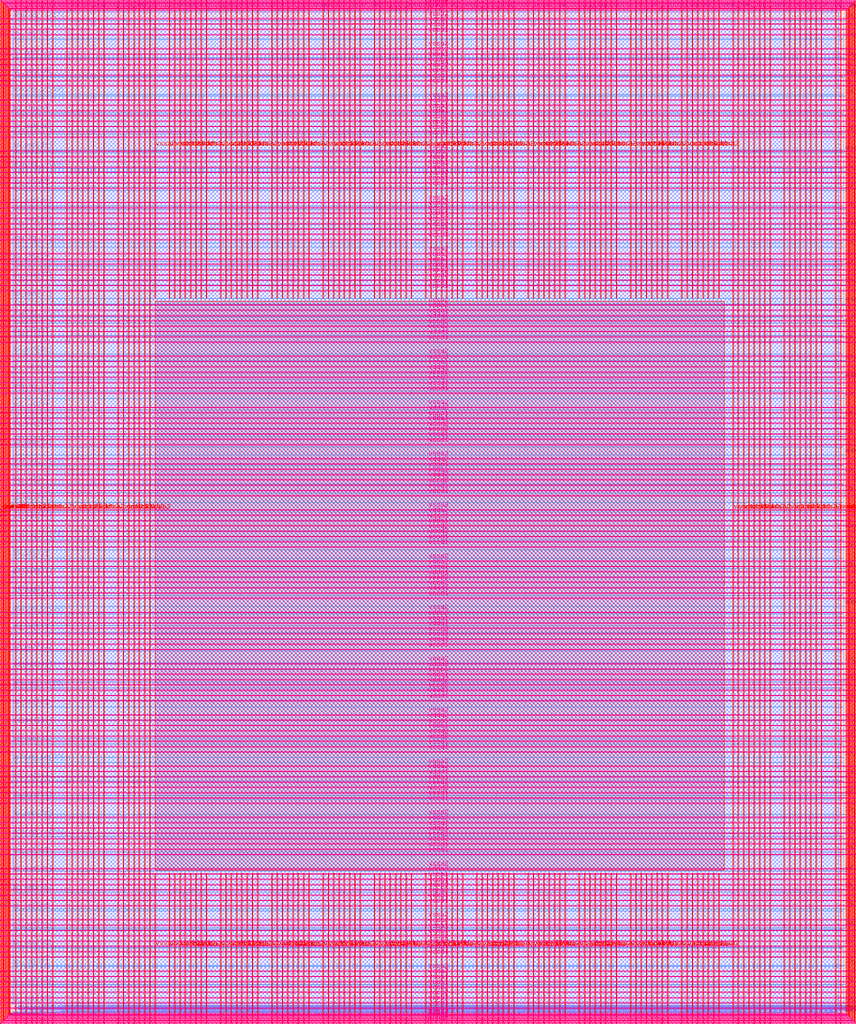
<source format=lef>
VERSION 5.7 ;
  NOWIREEXTENSIONATPIN ON ;
  DIVIDERCHAR "/" ;
  BUSBITCHARS "[]" ;
MACRO user_project_wrapper
  CLASS BLOCK ;
  FOREIGN user_project_wrapper ;
  ORIGIN 0.000 0.000 ;
  SIZE 2920.000 BY 3520.000 ;
  PIN analog_io[0]
    DIRECTION INOUT ;
    USE SIGNAL ;
    PORT
      LAYER met3 ;
        RECT 2917.600 1426.380 2924.800 1427.580 ;
    END
  END analog_io[0]
  PIN analog_io[10]
    DIRECTION INOUT ;
    USE SIGNAL ;
    PORT
      LAYER met2 ;
        RECT 2230.490 3517.600 2231.050 3524.800 ;
    END
  END analog_io[10]
  PIN analog_io[11]
    DIRECTION INOUT ;
    USE SIGNAL ;
    PORT
      LAYER met2 ;
        RECT 1905.730 3517.600 1906.290 3524.800 ;
    END
  END analog_io[11]
  PIN analog_io[12]
    DIRECTION INOUT ;
    USE SIGNAL ;
    PORT
      LAYER met2 ;
        RECT 1581.430 3517.600 1581.990 3524.800 ;
    END
  END analog_io[12]
  PIN analog_io[13]
    DIRECTION INOUT ;
    USE SIGNAL ;
    PORT
      LAYER met2 ;
        RECT 1257.130 3517.600 1257.690 3524.800 ;
    END
  END analog_io[13]
  PIN analog_io[14]
    DIRECTION INOUT ;
    USE SIGNAL ;
    PORT
      LAYER met2 ;
        RECT 932.370 3517.600 932.930 3524.800 ;
    END
  END analog_io[14]
  PIN analog_io[15]
    DIRECTION INOUT ;
    USE SIGNAL ;
    PORT
      LAYER met2 ;
        RECT 608.070 3517.600 608.630 3524.800 ;
    END
  END analog_io[15]
  PIN analog_io[16]
    DIRECTION INOUT ;
    USE SIGNAL ;
    PORT
      LAYER met2 ;
        RECT 283.770 3517.600 284.330 3524.800 ;
    END
  END analog_io[16]
  PIN analog_io[17]
    DIRECTION INOUT ;
    USE SIGNAL ;
    PORT
      LAYER met3 ;
        RECT -4.800 3486.100 2.400 3487.300 ;
    END
  END analog_io[17]
  PIN analog_io[18]
    DIRECTION INOUT ;
    USE SIGNAL ;
    PORT
      LAYER met3 ;
        RECT -4.800 3224.980 2.400 3226.180 ;
    END
  END analog_io[18]
  PIN analog_io[19]
    DIRECTION INOUT ;
    USE SIGNAL ;
    PORT
      LAYER met3 ;
        RECT -4.800 2964.540 2.400 2965.740 ;
    END
  END analog_io[19]
  PIN analog_io[1]
    DIRECTION INOUT ;
    USE SIGNAL ;
    PORT
      LAYER met3 ;
        RECT 2917.600 1692.260 2924.800 1693.460 ;
    END
  END analog_io[1]
  PIN analog_io[20]
    DIRECTION INOUT ;
    USE SIGNAL ;
    PORT
      LAYER met3 ;
        RECT -4.800 2703.420 2.400 2704.620 ;
    END
  END analog_io[20]
  PIN analog_io[21]
    DIRECTION INOUT ;
    USE SIGNAL ;
    PORT
      LAYER met3 ;
        RECT -4.800 2442.980 2.400 2444.180 ;
    END
  END analog_io[21]
  PIN analog_io[22]
    DIRECTION INOUT ;
    USE SIGNAL ;
    PORT
      LAYER met3 ;
        RECT -4.800 2182.540 2.400 2183.740 ;
    END
  END analog_io[22]
  PIN analog_io[23]
    DIRECTION INOUT ;
    USE SIGNAL ;
    PORT
      LAYER met3 ;
        RECT -4.800 1921.420 2.400 1922.620 ;
    END
  END analog_io[23]
  PIN analog_io[24]
    DIRECTION INOUT ;
    USE SIGNAL ;
    PORT
      LAYER met3 ;
        RECT -4.800 1660.980 2.400 1662.180 ;
    END
  END analog_io[24]
  PIN analog_io[25]
    DIRECTION INOUT ;
    USE SIGNAL ;
    PORT
      LAYER met3 ;
        RECT -4.800 1399.860 2.400 1401.060 ;
    END
  END analog_io[25]
  PIN analog_io[26]
    DIRECTION INOUT ;
    USE SIGNAL ;
    PORT
      LAYER met3 ;
        RECT -4.800 1139.420 2.400 1140.620 ;
    END
  END analog_io[26]
  PIN analog_io[27]
    DIRECTION INOUT ;
    USE SIGNAL ;
    PORT
      LAYER met3 ;
        RECT -4.800 878.980 2.400 880.180 ;
    END
  END analog_io[27]
  PIN analog_io[28]
    DIRECTION INOUT ;
    USE SIGNAL ;
    PORT
      LAYER met3 ;
        RECT -4.800 617.860 2.400 619.060 ;
    END
  END analog_io[28]
  PIN analog_io[2]
    DIRECTION INOUT ;
    USE SIGNAL ;
    PORT
      LAYER met3 ;
        RECT 2917.600 1958.140 2924.800 1959.340 ;
    END
  END analog_io[2]
  PIN analog_io[3]
    DIRECTION INOUT ;
    USE SIGNAL ;
    PORT
      LAYER met3 ;
        RECT 2917.600 2223.340 2924.800 2224.540 ;
    END
  END analog_io[3]
  PIN analog_io[4]
    DIRECTION INOUT ;
    USE SIGNAL ;
    PORT
      LAYER met3 ;
        RECT 2917.600 2489.220 2924.800 2490.420 ;
    END
  END analog_io[4]
  PIN analog_io[5]
    DIRECTION INOUT ;
    USE SIGNAL ;
    PORT
      LAYER met3 ;
        RECT 2917.600 2755.100 2924.800 2756.300 ;
    END
  END analog_io[5]
  PIN analog_io[6]
    DIRECTION INOUT ;
    USE SIGNAL ;
    PORT
      LAYER met3 ;
        RECT 2917.600 3020.300 2924.800 3021.500 ;
    END
  END analog_io[6]
  PIN analog_io[7]
    DIRECTION INOUT ;
    USE SIGNAL ;
    PORT
      LAYER met3 ;
        RECT 2917.600 3286.180 2924.800 3287.380 ;
    END
  END analog_io[7]
  PIN analog_io[8]
    DIRECTION INOUT ;
    USE SIGNAL ;
    PORT
      LAYER met2 ;
        RECT 2879.090 3517.600 2879.650 3524.800 ;
    END
  END analog_io[8]
  PIN analog_io[9]
    DIRECTION INOUT ;
    USE SIGNAL ;
    PORT
      LAYER met2 ;
        RECT 2554.790 3517.600 2555.350 3524.800 ;
    END
  END analog_io[9]
  PIN io_in[0]
    DIRECTION INPUT ;
    USE SIGNAL ;
    PORT
      LAYER met3 ;
        RECT 2917.600 32.380 2924.800 33.580 ;
    END
  END io_in[0]
  PIN io_in[10]
    DIRECTION INPUT ;
    USE SIGNAL ;
    PORT
      LAYER met3 ;
        RECT 2917.600 2289.980 2924.800 2291.180 ;
    END
  END io_in[10]
  PIN io_in[11]
    DIRECTION INPUT ;
    USE SIGNAL ;
    PORT
      LAYER met3 ;
        RECT 2917.600 2555.860 2924.800 2557.060 ;
    END
  END io_in[11]
  PIN io_in[12]
    DIRECTION INPUT ;
    USE SIGNAL ;
    PORT
      LAYER met3 ;
        RECT 2917.600 2821.060 2924.800 2822.260 ;
    END
  END io_in[12]
  PIN io_in[13]
    DIRECTION INPUT ;
    USE SIGNAL ;
    PORT
      LAYER met3 ;
        RECT 2917.600 3086.940 2924.800 3088.140 ;
    END
  END io_in[13]
  PIN io_in[14]
    DIRECTION INPUT ;
    USE SIGNAL ;
    PORT
      LAYER met3 ;
        RECT 2917.600 3352.820 2924.800 3354.020 ;
    END
  END io_in[14]
  PIN io_in[15]
    DIRECTION INPUT ;
    USE SIGNAL ;
    PORT
      LAYER met2 ;
        RECT 2798.130 3517.600 2798.690 3524.800 ;
    END
  END io_in[15]
  PIN io_in[16]
    DIRECTION INPUT ;
    USE SIGNAL ;
    PORT
      LAYER met2 ;
        RECT 2473.830 3517.600 2474.390 3524.800 ;
    END
  END io_in[16]
  PIN io_in[17]
    DIRECTION INPUT ;
    USE SIGNAL ;
    PORT
      LAYER met2 ;
        RECT 2149.070 3517.600 2149.630 3524.800 ;
    END
  END io_in[17]
  PIN io_in[18]
    DIRECTION INPUT ;
    USE SIGNAL ;
    PORT
      LAYER met2 ;
        RECT 1824.770 3517.600 1825.330 3524.800 ;
    END
  END io_in[18]
  PIN io_in[19]
    DIRECTION INPUT ;
    USE SIGNAL ;
    PORT
      LAYER met2 ;
        RECT 1500.470 3517.600 1501.030 3524.800 ;
    END
  END io_in[19]
  PIN io_in[1]
    DIRECTION INPUT ;
    USE SIGNAL ;
    PORT
      LAYER met3 ;
        RECT 2917.600 230.940 2924.800 232.140 ;
    END
  END io_in[1]
  PIN io_in[20]
    DIRECTION INPUT ;
    USE SIGNAL ;
    PORT
      LAYER met2 ;
        RECT 1175.710 3517.600 1176.270 3524.800 ;
    END
  END io_in[20]
  PIN io_in[21]
    DIRECTION INPUT ;
    USE SIGNAL ;
    PORT
      LAYER met2 ;
        RECT 851.410 3517.600 851.970 3524.800 ;
    END
  END io_in[21]
  PIN io_in[22]
    DIRECTION INPUT ;
    USE SIGNAL ;
    PORT
      LAYER met2 ;
        RECT 527.110 3517.600 527.670 3524.800 ;
    END
  END io_in[22]
  PIN io_in[23]
    DIRECTION INPUT ;
    USE SIGNAL ;
    PORT
      LAYER met2 ;
        RECT 202.350 3517.600 202.910 3524.800 ;
    END
  END io_in[23]
  PIN io_in[24]
    DIRECTION INPUT ;
    USE SIGNAL ;
    PORT
      LAYER met3 ;
        RECT -4.800 3420.820 2.400 3422.020 ;
    END
  END io_in[24]
  PIN io_in[25]
    DIRECTION INPUT ;
    USE SIGNAL ;
    PORT
      LAYER met3 ;
        RECT -4.800 3159.700 2.400 3160.900 ;
    END
  END io_in[25]
  PIN io_in[26]
    DIRECTION INPUT ;
    USE SIGNAL ;
    PORT
      LAYER met3 ;
        RECT -4.800 2899.260 2.400 2900.460 ;
    END
  END io_in[26]
  PIN io_in[27]
    DIRECTION INPUT ;
    USE SIGNAL ;
    PORT
      LAYER met3 ;
        RECT -4.800 2638.820 2.400 2640.020 ;
    END
  END io_in[27]
  PIN io_in[28]
    DIRECTION INPUT ;
    USE SIGNAL ;
    PORT
      LAYER met3 ;
        RECT -4.800 2377.700 2.400 2378.900 ;
    END
  END io_in[28]
  PIN io_in[29]
    DIRECTION INPUT ;
    USE SIGNAL ;
    PORT
      LAYER met3 ;
        RECT -4.800 2117.260 2.400 2118.460 ;
    END
  END io_in[29]
  PIN io_in[2]
    DIRECTION INPUT ;
    USE SIGNAL ;
    PORT
      LAYER met3 ;
        RECT 2917.600 430.180 2924.800 431.380 ;
    END
  END io_in[2]
  PIN io_in[30]
    DIRECTION INPUT ;
    USE SIGNAL ;
    PORT
      LAYER met3 ;
        RECT -4.800 1856.140 2.400 1857.340 ;
    END
  END io_in[30]
  PIN io_in[31]
    DIRECTION INPUT ;
    USE SIGNAL ;
    PORT
      LAYER met3 ;
        RECT -4.800 1595.700 2.400 1596.900 ;
    END
  END io_in[31]
  PIN io_in[32]
    DIRECTION INPUT ;
    USE SIGNAL ;
    PORT
      LAYER met3 ;
        RECT -4.800 1335.260 2.400 1336.460 ;
    END
  END io_in[32]
  PIN io_in[33]
    DIRECTION INPUT ;
    USE SIGNAL ;
    PORT
      LAYER met3 ;
        RECT -4.800 1074.140 2.400 1075.340 ;
    END
  END io_in[33]
  PIN io_in[34]
    DIRECTION INPUT ;
    USE SIGNAL ;
    PORT
      LAYER met3 ;
        RECT -4.800 813.700 2.400 814.900 ;
    END
  END io_in[34]
  PIN io_in[35]
    DIRECTION INPUT ;
    USE SIGNAL ;
    PORT
      LAYER met3 ;
        RECT -4.800 552.580 2.400 553.780 ;
    END
  END io_in[35]
  PIN io_in[36]
    DIRECTION INPUT ;
    USE SIGNAL ;
    PORT
      LAYER met3 ;
        RECT -4.800 357.420 2.400 358.620 ;
    END
  END io_in[36]
  PIN io_in[37]
    DIRECTION INPUT ;
    USE SIGNAL ;
    PORT
      LAYER met3 ;
        RECT -4.800 161.580 2.400 162.780 ;
    END
  END io_in[37]
  PIN io_in[3]
    DIRECTION INPUT ;
    USE SIGNAL ;
    PORT
      LAYER met3 ;
        RECT 2917.600 629.420 2924.800 630.620 ;
    END
  END io_in[3]
  PIN io_in[4]
    DIRECTION INPUT ;
    USE SIGNAL ;
    PORT
      LAYER met3 ;
        RECT 2917.600 828.660 2924.800 829.860 ;
    END
  END io_in[4]
  PIN io_in[5]
    DIRECTION INPUT ;
    USE SIGNAL ;
    PORT
      LAYER met3 ;
        RECT 2917.600 1027.900 2924.800 1029.100 ;
    END
  END io_in[5]
  PIN io_in[6]
    DIRECTION INPUT ;
    USE SIGNAL ;
    PORT
      LAYER met3 ;
        RECT 2917.600 1227.140 2924.800 1228.340 ;
    END
  END io_in[6]
  PIN io_in[7]
    DIRECTION INPUT ;
    USE SIGNAL ;
    PORT
      LAYER met3 ;
        RECT 2917.600 1493.020 2924.800 1494.220 ;
    END
  END io_in[7]
  PIN io_in[8]
    DIRECTION INPUT ;
    USE SIGNAL ;
    PORT
      LAYER met3 ;
        RECT 2917.600 1758.900 2924.800 1760.100 ;
    END
  END io_in[8]
  PIN io_in[9]
    DIRECTION INPUT ;
    USE SIGNAL ;
    PORT
      LAYER met3 ;
        RECT 2917.600 2024.100 2924.800 2025.300 ;
    END
  END io_in[9]
  PIN io_oeb[0]
    DIRECTION OUTPUT TRISTATE ;
    USE SIGNAL ;
    PORT
      LAYER met3 ;
        RECT 2917.600 164.980 2924.800 166.180 ;
    END
  END io_oeb[0]
  PIN io_oeb[10]
    DIRECTION OUTPUT TRISTATE ;
    USE SIGNAL ;
    PORT
      LAYER met3 ;
        RECT 2917.600 2422.580 2924.800 2423.780 ;
    END
  END io_oeb[10]
  PIN io_oeb[11]
    DIRECTION OUTPUT TRISTATE ;
    USE SIGNAL ;
    PORT
      LAYER met3 ;
        RECT 2917.600 2688.460 2924.800 2689.660 ;
    END
  END io_oeb[11]
  PIN io_oeb[12]
    DIRECTION OUTPUT TRISTATE ;
    USE SIGNAL ;
    PORT
      LAYER met3 ;
        RECT 2917.600 2954.340 2924.800 2955.540 ;
    END
  END io_oeb[12]
  PIN io_oeb[13]
    DIRECTION OUTPUT TRISTATE ;
    USE SIGNAL ;
    PORT
      LAYER met3 ;
        RECT 2917.600 3219.540 2924.800 3220.740 ;
    END
  END io_oeb[13]
  PIN io_oeb[14]
    DIRECTION OUTPUT TRISTATE ;
    USE SIGNAL ;
    PORT
      LAYER met3 ;
        RECT 2917.600 3485.420 2924.800 3486.620 ;
    END
  END io_oeb[14]
  PIN io_oeb[15]
    DIRECTION OUTPUT TRISTATE ;
    USE SIGNAL ;
    PORT
      LAYER met2 ;
        RECT 2635.750 3517.600 2636.310 3524.800 ;
    END
  END io_oeb[15]
  PIN io_oeb[16]
    DIRECTION OUTPUT TRISTATE ;
    USE SIGNAL ;
    PORT
      LAYER met2 ;
        RECT 2311.450 3517.600 2312.010 3524.800 ;
    END
  END io_oeb[16]
  PIN io_oeb[17]
    DIRECTION OUTPUT TRISTATE ;
    USE SIGNAL ;
    PORT
      LAYER met2 ;
        RECT 1987.150 3517.600 1987.710 3524.800 ;
    END
  END io_oeb[17]
  PIN io_oeb[18]
    DIRECTION OUTPUT TRISTATE ;
    USE SIGNAL ;
    PORT
      LAYER met2 ;
        RECT 1662.390 3517.600 1662.950 3524.800 ;
    END
  END io_oeb[18]
  PIN io_oeb[19]
    DIRECTION OUTPUT TRISTATE ;
    USE SIGNAL ;
    PORT
      LAYER met2 ;
        RECT 1338.090 3517.600 1338.650 3524.800 ;
    END
  END io_oeb[19]
  PIN io_oeb[1]
    DIRECTION OUTPUT TRISTATE ;
    USE SIGNAL ;
    PORT
      LAYER met3 ;
        RECT 2917.600 364.220 2924.800 365.420 ;
    END
  END io_oeb[1]
  PIN io_oeb[20]
    DIRECTION OUTPUT TRISTATE ;
    USE SIGNAL ;
    PORT
      LAYER met2 ;
        RECT 1013.790 3517.600 1014.350 3524.800 ;
    END
  END io_oeb[20]
  PIN io_oeb[21]
    DIRECTION OUTPUT TRISTATE ;
    USE SIGNAL ;
    PORT
      LAYER met2 ;
        RECT 689.030 3517.600 689.590 3524.800 ;
    END
  END io_oeb[21]
  PIN io_oeb[22]
    DIRECTION OUTPUT TRISTATE ;
    USE SIGNAL ;
    PORT
      LAYER met2 ;
        RECT 364.730 3517.600 365.290 3524.800 ;
    END
  END io_oeb[22]
  PIN io_oeb[23]
    DIRECTION OUTPUT TRISTATE ;
    USE SIGNAL ;
    PORT
      LAYER met2 ;
        RECT 40.430 3517.600 40.990 3524.800 ;
    END
  END io_oeb[23]
  PIN io_oeb[24]
    DIRECTION OUTPUT TRISTATE ;
    USE SIGNAL ;
    PORT
      LAYER met3 ;
        RECT -4.800 3290.260 2.400 3291.460 ;
    END
  END io_oeb[24]
  PIN io_oeb[25]
    DIRECTION OUTPUT TRISTATE ;
    USE SIGNAL ;
    PORT
      LAYER met3 ;
        RECT -4.800 3029.820 2.400 3031.020 ;
    END
  END io_oeb[25]
  PIN io_oeb[26]
    DIRECTION OUTPUT TRISTATE ;
    USE SIGNAL ;
    PORT
      LAYER met3 ;
        RECT -4.800 2768.700 2.400 2769.900 ;
    END
  END io_oeb[26]
  PIN io_oeb[27]
    DIRECTION OUTPUT TRISTATE ;
    USE SIGNAL ;
    PORT
      LAYER met3 ;
        RECT -4.800 2508.260 2.400 2509.460 ;
    END
  END io_oeb[27]
  PIN io_oeb[28]
    DIRECTION OUTPUT TRISTATE ;
    USE SIGNAL ;
    PORT
      LAYER met3 ;
        RECT -4.800 2247.140 2.400 2248.340 ;
    END
  END io_oeb[28]
  PIN io_oeb[29]
    DIRECTION OUTPUT TRISTATE ;
    USE SIGNAL ;
    PORT
      LAYER met3 ;
        RECT -4.800 1986.700 2.400 1987.900 ;
    END
  END io_oeb[29]
  PIN io_oeb[2]
    DIRECTION OUTPUT TRISTATE ;
    USE SIGNAL ;
    PORT
      LAYER met3 ;
        RECT 2917.600 563.460 2924.800 564.660 ;
    END
  END io_oeb[2]
  PIN io_oeb[30]
    DIRECTION OUTPUT TRISTATE ;
    USE SIGNAL ;
    PORT
      LAYER met3 ;
        RECT -4.800 1726.260 2.400 1727.460 ;
    END
  END io_oeb[30]
  PIN io_oeb[31]
    DIRECTION OUTPUT TRISTATE ;
    USE SIGNAL ;
    PORT
      LAYER met3 ;
        RECT -4.800 1465.140 2.400 1466.340 ;
    END
  END io_oeb[31]
  PIN io_oeb[32]
    DIRECTION OUTPUT TRISTATE ;
    USE SIGNAL ;
    PORT
      LAYER met3 ;
        RECT -4.800 1204.700 2.400 1205.900 ;
    END
  END io_oeb[32]
  PIN io_oeb[33]
    DIRECTION OUTPUT TRISTATE ;
    USE SIGNAL ;
    PORT
      LAYER met3 ;
        RECT -4.800 943.580 2.400 944.780 ;
    END
  END io_oeb[33]
  PIN io_oeb[34]
    DIRECTION OUTPUT TRISTATE ;
    USE SIGNAL ;
    PORT
      LAYER met3 ;
        RECT -4.800 683.140 2.400 684.340 ;
    END
  END io_oeb[34]
  PIN io_oeb[35]
    DIRECTION OUTPUT TRISTATE ;
    USE SIGNAL ;
    PORT
      LAYER met3 ;
        RECT -4.800 422.700 2.400 423.900 ;
    END
  END io_oeb[35]
  PIN io_oeb[36]
    DIRECTION OUTPUT TRISTATE ;
    USE SIGNAL ;
    PORT
      LAYER met3 ;
        RECT -4.800 226.860 2.400 228.060 ;
    END
  END io_oeb[36]
  PIN io_oeb[37]
    DIRECTION OUTPUT TRISTATE ;
    USE SIGNAL ;
    PORT
      LAYER met3 ;
        RECT -4.800 31.700 2.400 32.900 ;
    END
  END io_oeb[37]
  PIN io_oeb[3]
    DIRECTION OUTPUT TRISTATE ;
    USE SIGNAL ;
    PORT
      LAYER met3 ;
        RECT 2917.600 762.700 2924.800 763.900 ;
    END
  END io_oeb[3]
  PIN io_oeb[4]
    DIRECTION OUTPUT TRISTATE ;
    USE SIGNAL ;
    PORT
      LAYER met3 ;
        RECT 2917.600 961.940 2924.800 963.140 ;
    END
  END io_oeb[4]
  PIN io_oeb[5]
    DIRECTION OUTPUT TRISTATE ;
    USE SIGNAL ;
    PORT
      LAYER met3 ;
        RECT 2917.600 1161.180 2924.800 1162.380 ;
    END
  END io_oeb[5]
  PIN io_oeb[6]
    DIRECTION OUTPUT TRISTATE ;
    USE SIGNAL ;
    PORT
      LAYER met3 ;
        RECT 2917.600 1360.420 2924.800 1361.620 ;
    END
  END io_oeb[6]
  PIN io_oeb[7]
    DIRECTION OUTPUT TRISTATE ;
    USE SIGNAL ;
    PORT
      LAYER met3 ;
        RECT 2917.600 1625.620 2924.800 1626.820 ;
    END
  END io_oeb[7]
  PIN io_oeb[8]
    DIRECTION OUTPUT TRISTATE ;
    USE SIGNAL ;
    PORT
      LAYER met3 ;
        RECT 2917.600 1891.500 2924.800 1892.700 ;
    END
  END io_oeb[8]
  PIN io_oeb[9]
    DIRECTION OUTPUT TRISTATE ;
    USE SIGNAL ;
    PORT
      LAYER met3 ;
        RECT 2917.600 2157.380 2924.800 2158.580 ;
    END
  END io_oeb[9]
  PIN io_out[0]
    DIRECTION OUTPUT TRISTATE ;
    USE SIGNAL ;
    PORT
      LAYER met3 ;
        RECT 2917.600 98.340 2924.800 99.540 ;
    END
  END io_out[0]
  PIN io_out[10]
    DIRECTION OUTPUT TRISTATE ;
    USE SIGNAL ;
    PORT
      LAYER met3 ;
        RECT 2917.600 2356.620 2924.800 2357.820 ;
    END
  END io_out[10]
  PIN io_out[11]
    DIRECTION OUTPUT TRISTATE ;
    USE SIGNAL ;
    PORT
      LAYER met3 ;
        RECT 2917.600 2621.820 2924.800 2623.020 ;
    END
  END io_out[11]
  PIN io_out[12]
    DIRECTION OUTPUT TRISTATE ;
    USE SIGNAL ;
    PORT
      LAYER met3 ;
        RECT 2917.600 2887.700 2924.800 2888.900 ;
    END
  END io_out[12]
  PIN io_out[13]
    DIRECTION OUTPUT TRISTATE ;
    USE SIGNAL ;
    PORT
      LAYER met3 ;
        RECT 2917.600 3153.580 2924.800 3154.780 ;
    END
  END io_out[13]
  PIN io_out[14]
    DIRECTION OUTPUT TRISTATE ;
    USE SIGNAL ;
    PORT
      LAYER met3 ;
        RECT 2917.600 3418.780 2924.800 3419.980 ;
    END
  END io_out[14]
  PIN io_out[15]
    DIRECTION OUTPUT TRISTATE ;
    USE SIGNAL ;
    PORT
      LAYER met2 ;
        RECT 2717.170 3517.600 2717.730 3524.800 ;
    END
  END io_out[15]
  PIN io_out[16]
    DIRECTION OUTPUT TRISTATE ;
    USE SIGNAL ;
    PORT
      LAYER met2 ;
        RECT 2392.410 3517.600 2392.970 3524.800 ;
    END
  END io_out[16]
  PIN io_out[17]
    DIRECTION OUTPUT TRISTATE ;
    USE SIGNAL ;
    PORT
      LAYER met2 ;
        RECT 2068.110 3517.600 2068.670 3524.800 ;
    END
  END io_out[17]
  PIN io_out[18]
    DIRECTION OUTPUT TRISTATE ;
    USE SIGNAL ;
    PORT
      LAYER met2 ;
        RECT 1743.810 3517.600 1744.370 3524.800 ;
    END
  END io_out[18]
  PIN io_out[19]
    DIRECTION OUTPUT TRISTATE ;
    USE SIGNAL ;
    PORT
      LAYER met2 ;
        RECT 1419.050 3517.600 1419.610 3524.800 ;
    END
  END io_out[19]
  PIN io_out[1]
    DIRECTION OUTPUT TRISTATE ;
    USE SIGNAL ;
    PORT
      LAYER met3 ;
        RECT 2917.600 297.580 2924.800 298.780 ;
    END
  END io_out[1]
  PIN io_out[20]
    DIRECTION OUTPUT TRISTATE ;
    USE SIGNAL ;
    PORT
      LAYER met2 ;
        RECT 1094.750 3517.600 1095.310 3524.800 ;
    END
  END io_out[20]
  PIN io_out[21]
    DIRECTION OUTPUT TRISTATE ;
    USE SIGNAL ;
    PORT
      LAYER met2 ;
        RECT 770.450 3517.600 771.010 3524.800 ;
    END
  END io_out[21]
  PIN io_out[22]
    DIRECTION OUTPUT TRISTATE ;
    USE SIGNAL ;
    PORT
      LAYER met2 ;
        RECT 445.690 3517.600 446.250 3524.800 ;
    END
  END io_out[22]
  PIN io_out[23]
    DIRECTION OUTPUT TRISTATE ;
    USE SIGNAL ;
    PORT
      LAYER met2 ;
        RECT 121.390 3517.600 121.950 3524.800 ;
    END
  END io_out[23]
  PIN io_out[24]
    DIRECTION OUTPUT TRISTATE ;
    USE SIGNAL ;
    PORT
      LAYER met3 ;
        RECT -4.800 3355.540 2.400 3356.740 ;
    END
  END io_out[24]
  PIN io_out[25]
    DIRECTION OUTPUT TRISTATE ;
    USE SIGNAL ;
    PORT
      LAYER met3 ;
        RECT -4.800 3095.100 2.400 3096.300 ;
    END
  END io_out[25]
  PIN io_out[26]
    DIRECTION OUTPUT TRISTATE ;
    USE SIGNAL ;
    PORT
      LAYER met3 ;
        RECT -4.800 2833.980 2.400 2835.180 ;
    END
  END io_out[26]
  PIN io_out[27]
    DIRECTION OUTPUT TRISTATE ;
    USE SIGNAL ;
    PORT
      LAYER met3 ;
        RECT -4.800 2573.540 2.400 2574.740 ;
    END
  END io_out[27]
  PIN io_out[28]
    DIRECTION OUTPUT TRISTATE ;
    USE SIGNAL ;
    PORT
      LAYER met3 ;
        RECT -4.800 2312.420 2.400 2313.620 ;
    END
  END io_out[28]
  PIN io_out[29]
    DIRECTION OUTPUT TRISTATE ;
    USE SIGNAL ;
    PORT
      LAYER met3 ;
        RECT -4.800 2051.980 2.400 2053.180 ;
    END
  END io_out[29]
  PIN io_out[2]
    DIRECTION OUTPUT TRISTATE ;
    USE SIGNAL ;
    PORT
      LAYER met3 ;
        RECT 2917.600 496.820 2924.800 498.020 ;
    END
  END io_out[2]
  PIN io_out[30]
    DIRECTION OUTPUT TRISTATE ;
    USE SIGNAL ;
    PORT
      LAYER met3 ;
        RECT -4.800 1791.540 2.400 1792.740 ;
    END
  END io_out[30]
  PIN io_out[31]
    DIRECTION OUTPUT TRISTATE ;
    USE SIGNAL ;
    PORT
      LAYER met3 ;
        RECT -4.800 1530.420 2.400 1531.620 ;
    END
  END io_out[31]
  PIN io_out[32]
    DIRECTION OUTPUT TRISTATE ;
    USE SIGNAL ;
    PORT
      LAYER met3 ;
        RECT -4.800 1269.980 2.400 1271.180 ;
    END
  END io_out[32]
  PIN io_out[33]
    DIRECTION OUTPUT TRISTATE ;
    USE SIGNAL ;
    PORT
      LAYER met3 ;
        RECT -4.800 1008.860 2.400 1010.060 ;
    END
  END io_out[33]
  PIN io_out[34]
    DIRECTION OUTPUT TRISTATE ;
    USE SIGNAL ;
    PORT
      LAYER met3 ;
        RECT -4.800 748.420 2.400 749.620 ;
    END
  END io_out[34]
  PIN io_out[35]
    DIRECTION OUTPUT TRISTATE ;
    USE SIGNAL ;
    PORT
      LAYER met3 ;
        RECT -4.800 487.300 2.400 488.500 ;
    END
  END io_out[35]
  PIN io_out[36]
    DIRECTION OUTPUT TRISTATE ;
    USE SIGNAL ;
    PORT
      LAYER met3 ;
        RECT -4.800 292.140 2.400 293.340 ;
    END
  END io_out[36]
  PIN io_out[37]
    DIRECTION OUTPUT TRISTATE ;
    USE SIGNAL ;
    PORT
      LAYER met3 ;
        RECT -4.800 96.300 2.400 97.500 ;
    END
  END io_out[37]
  PIN io_out[3]
    DIRECTION OUTPUT TRISTATE ;
    USE SIGNAL ;
    PORT
      LAYER met3 ;
        RECT 2917.600 696.060 2924.800 697.260 ;
    END
  END io_out[3]
  PIN io_out[4]
    DIRECTION OUTPUT TRISTATE ;
    USE SIGNAL ;
    PORT
      LAYER met3 ;
        RECT 2917.600 895.300 2924.800 896.500 ;
    END
  END io_out[4]
  PIN io_out[5]
    DIRECTION OUTPUT TRISTATE ;
    USE SIGNAL ;
    PORT
      LAYER met3 ;
        RECT 2917.600 1094.540 2924.800 1095.740 ;
    END
  END io_out[5]
  PIN io_out[6]
    DIRECTION OUTPUT TRISTATE ;
    USE SIGNAL ;
    PORT
      LAYER met3 ;
        RECT 2917.600 1293.780 2924.800 1294.980 ;
    END
  END io_out[6]
  PIN io_out[7]
    DIRECTION OUTPUT TRISTATE ;
    USE SIGNAL ;
    PORT
      LAYER met3 ;
        RECT 2917.600 1559.660 2924.800 1560.860 ;
    END
  END io_out[7]
  PIN io_out[8]
    DIRECTION OUTPUT TRISTATE ;
    USE SIGNAL ;
    PORT
      LAYER met3 ;
        RECT 2917.600 1824.860 2924.800 1826.060 ;
    END
  END io_out[8]
  PIN io_out[9]
    DIRECTION OUTPUT TRISTATE ;
    USE SIGNAL ;
    PORT
      LAYER met3 ;
        RECT 2917.600 2090.740 2924.800 2091.940 ;
    END
  END io_out[9]
  PIN la_data_in[0]
    DIRECTION INPUT ;
    USE SIGNAL ;
    PORT
      LAYER met2 ;
        RECT 629.230 -4.800 629.790 2.400 ;
    END
  END la_data_in[0]
  PIN la_data_in[100]
    DIRECTION INPUT ;
    USE SIGNAL ;
    PORT
      LAYER met2 ;
        RECT 2402.530 -4.800 2403.090 2.400 ;
    END
  END la_data_in[100]
  PIN la_data_in[101]
    DIRECTION INPUT ;
    USE SIGNAL ;
    PORT
      LAYER met2 ;
        RECT 2420.010 -4.800 2420.570 2.400 ;
    END
  END la_data_in[101]
  PIN la_data_in[102]
    DIRECTION INPUT ;
    USE SIGNAL ;
    PORT
      LAYER met2 ;
        RECT 2437.950 -4.800 2438.510 2.400 ;
    END
  END la_data_in[102]
  PIN la_data_in[103]
    DIRECTION INPUT ;
    USE SIGNAL ;
    PORT
      LAYER met2 ;
        RECT 2455.430 -4.800 2455.990 2.400 ;
    END
  END la_data_in[103]
  PIN la_data_in[104]
    DIRECTION INPUT ;
    USE SIGNAL ;
    PORT
      LAYER met2 ;
        RECT 2473.370 -4.800 2473.930 2.400 ;
    END
  END la_data_in[104]
  PIN la_data_in[105]
    DIRECTION INPUT ;
    USE SIGNAL ;
    PORT
      LAYER met2 ;
        RECT 2490.850 -4.800 2491.410 2.400 ;
    END
  END la_data_in[105]
  PIN la_data_in[106]
    DIRECTION INPUT ;
    USE SIGNAL ;
    PORT
      LAYER met2 ;
        RECT 2508.790 -4.800 2509.350 2.400 ;
    END
  END la_data_in[106]
  PIN la_data_in[107]
    DIRECTION INPUT ;
    USE SIGNAL ;
    PORT
      LAYER met2 ;
        RECT 2526.730 -4.800 2527.290 2.400 ;
    END
  END la_data_in[107]
  PIN la_data_in[108]
    DIRECTION INPUT ;
    USE SIGNAL ;
    PORT
      LAYER met2 ;
        RECT 2544.210 -4.800 2544.770 2.400 ;
    END
  END la_data_in[108]
  PIN la_data_in[109]
    DIRECTION INPUT ;
    USE SIGNAL ;
    PORT
      LAYER met2 ;
        RECT 2562.150 -4.800 2562.710 2.400 ;
    END
  END la_data_in[109]
  PIN la_data_in[10]
    DIRECTION INPUT ;
    USE SIGNAL ;
    PORT
      LAYER met2 ;
        RECT 806.330 -4.800 806.890 2.400 ;
    END
  END la_data_in[10]
  PIN la_data_in[110]
    DIRECTION INPUT ;
    USE SIGNAL ;
    PORT
      LAYER met2 ;
        RECT 2579.630 -4.800 2580.190 2.400 ;
    END
  END la_data_in[110]
  PIN la_data_in[111]
    DIRECTION INPUT ;
    USE SIGNAL ;
    PORT
      LAYER met2 ;
        RECT 2597.570 -4.800 2598.130 2.400 ;
    END
  END la_data_in[111]
  PIN la_data_in[112]
    DIRECTION INPUT ;
    USE SIGNAL ;
    PORT
      LAYER met2 ;
        RECT 2615.050 -4.800 2615.610 2.400 ;
    END
  END la_data_in[112]
  PIN la_data_in[113]
    DIRECTION INPUT ;
    USE SIGNAL ;
    PORT
      LAYER met2 ;
        RECT 2632.990 -4.800 2633.550 2.400 ;
    END
  END la_data_in[113]
  PIN la_data_in[114]
    DIRECTION INPUT ;
    USE SIGNAL ;
    PORT
      LAYER met2 ;
        RECT 2650.470 -4.800 2651.030 2.400 ;
    END
  END la_data_in[114]
  PIN la_data_in[115]
    DIRECTION INPUT ;
    USE SIGNAL ;
    PORT
      LAYER met2 ;
        RECT 2668.410 -4.800 2668.970 2.400 ;
    END
  END la_data_in[115]
  PIN la_data_in[116]
    DIRECTION INPUT ;
    USE SIGNAL ;
    PORT
      LAYER met2 ;
        RECT 2685.890 -4.800 2686.450 2.400 ;
    END
  END la_data_in[116]
  PIN la_data_in[117]
    DIRECTION INPUT ;
    USE SIGNAL ;
    PORT
      LAYER met2 ;
        RECT 2703.830 -4.800 2704.390 2.400 ;
    END
  END la_data_in[117]
  PIN la_data_in[118]
    DIRECTION INPUT ;
    USE SIGNAL ;
    PORT
      LAYER met2 ;
        RECT 2721.770 -4.800 2722.330 2.400 ;
    END
  END la_data_in[118]
  PIN la_data_in[119]
    DIRECTION INPUT ;
    USE SIGNAL ;
    PORT
      LAYER met2 ;
        RECT 2739.250 -4.800 2739.810 2.400 ;
    END
  END la_data_in[119]
  PIN la_data_in[11]
    DIRECTION INPUT ;
    USE SIGNAL ;
    PORT
      LAYER met2 ;
        RECT 824.270 -4.800 824.830 2.400 ;
    END
  END la_data_in[11]
  PIN la_data_in[120]
    DIRECTION INPUT ;
    USE SIGNAL ;
    PORT
      LAYER met2 ;
        RECT 2757.190 -4.800 2757.750 2.400 ;
    END
  END la_data_in[120]
  PIN la_data_in[121]
    DIRECTION INPUT ;
    USE SIGNAL ;
    PORT
      LAYER met2 ;
        RECT 2774.670 -4.800 2775.230 2.400 ;
    END
  END la_data_in[121]
  PIN la_data_in[122]
    DIRECTION INPUT ;
    USE SIGNAL ;
    PORT
      LAYER met2 ;
        RECT 2792.610 -4.800 2793.170 2.400 ;
    END
  END la_data_in[122]
  PIN la_data_in[123]
    DIRECTION INPUT ;
    USE SIGNAL ;
    PORT
      LAYER met2 ;
        RECT 2810.090 -4.800 2810.650 2.400 ;
    END
  END la_data_in[123]
  PIN la_data_in[124]
    DIRECTION INPUT ;
    USE SIGNAL ;
    PORT
      LAYER met2 ;
        RECT 2828.030 -4.800 2828.590 2.400 ;
    END
  END la_data_in[124]
  PIN la_data_in[125]
    DIRECTION INPUT ;
    USE SIGNAL ;
    PORT
      LAYER met2 ;
        RECT 2845.510 -4.800 2846.070 2.400 ;
    END
  END la_data_in[125]
  PIN la_data_in[126]
    DIRECTION INPUT ;
    USE SIGNAL ;
    PORT
      LAYER met2 ;
        RECT 2863.450 -4.800 2864.010 2.400 ;
    END
  END la_data_in[126]
  PIN la_data_in[127]
    DIRECTION INPUT ;
    USE SIGNAL ;
    PORT
      LAYER met2 ;
        RECT 2881.390 -4.800 2881.950 2.400 ;
    END
  END la_data_in[127]
  PIN la_data_in[12]
    DIRECTION INPUT ;
    USE SIGNAL ;
    PORT
      LAYER met2 ;
        RECT 841.750 -4.800 842.310 2.400 ;
    END
  END la_data_in[12]
  PIN la_data_in[13]
    DIRECTION INPUT ;
    USE SIGNAL ;
    PORT
      LAYER met2 ;
        RECT 859.690 -4.800 860.250 2.400 ;
    END
  END la_data_in[13]
  PIN la_data_in[14]
    DIRECTION INPUT ;
    USE SIGNAL ;
    PORT
      LAYER met2 ;
        RECT 877.170 -4.800 877.730 2.400 ;
    END
  END la_data_in[14]
  PIN la_data_in[15]
    DIRECTION INPUT ;
    USE SIGNAL ;
    PORT
      LAYER met2 ;
        RECT 895.110 -4.800 895.670 2.400 ;
    END
  END la_data_in[15]
  PIN la_data_in[16]
    DIRECTION INPUT ;
    USE SIGNAL ;
    PORT
      LAYER met2 ;
        RECT 912.590 -4.800 913.150 2.400 ;
    END
  END la_data_in[16]
  PIN la_data_in[17]
    DIRECTION INPUT ;
    USE SIGNAL ;
    PORT
      LAYER met2 ;
        RECT 930.530 -4.800 931.090 2.400 ;
    END
  END la_data_in[17]
  PIN la_data_in[18]
    DIRECTION INPUT ;
    USE SIGNAL ;
    PORT
      LAYER met2 ;
        RECT 948.470 -4.800 949.030 2.400 ;
    END
  END la_data_in[18]
  PIN la_data_in[19]
    DIRECTION INPUT ;
    USE SIGNAL ;
    PORT
      LAYER met2 ;
        RECT 965.950 -4.800 966.510 2.400 ;
    END
  END la_data_in[19]
  PIN la_data_in[1]
    DIRECTION INPUT ;
    USE SIGNAL ;
    PORT
      LAYER met2 ;
        RECT 646.710 -4.800 647.270 2.400 ;
    END
  END la_data_in[1]
  PIN la_data_in[20]
    DIRECTION INPUT ;
    USE SIGNAL ;
    PORT
      LAYER met2 ;
        RECT 983.890 -4.800 984.450 2.400 ;
    END
  END la_data_in[20]
  PIN la_data_in[21]
    DIRECTION INPUT ;
    USE SIGNAL ;
    PORT
      LAYER met2 ;
        RECT 1001.370 -4.800 1001.930 2.400 ;
    END
  END la_data_in[21]
  PIN la_data_in[22]
    DIRECTION INPUT ;
    USE SIGNAL ;
    PORT
      LAYER met2 ;
        RECT 1019.310 -4.800 1019.870 2.400 ;
    END
  END la_data_in[22]
  PIN la_data_in[23]
    DIRECTION INPUT ;
    USE SIGNAL ;
    PORT
      LAYER met2 ;
        RECT 1036.790 -4.800 1037.350 2.400 ;
    END
  END la_data_in[23]
  PIN la_data_in[24]
    DIRECTION INPUT ;
    USE SIGNAL ;
    PORT
      LAYER met2 ;
        RECT 1054.730 -4.800 1055.290 2.400 ;
    END
  END la_data_in[24]
  PIN la_data_in[25]
    DIRECTION INPUT ;
    USE SIGNAL ;
    PORT
      LAYER met2 ;
        RECT 1072.210 -4.800 1072.770 2.400 ;
    END
  END la_data_in[25]
  PIN la_data_in[26]
    DIRECTION INPUT ;
    USE SIGNAL ;
    PORT
      LAYER met2 ;
        RECT 1090.150 -4.800 1090.710 2.400 ;
    END
  END la_data_in[26]
  PIN la_data_in[27]
    DIRECTION INPUT ;
    USE SIGNAL ;
    PORT
      LAYER met2 ;
        RECT 1107.630 -4.800 1108.190 2.400 ;
    END
  END la_data_in[27]
  PIN la_data_in[28]
    DIRECTION INPUT ;
    USE SIGNAL ;
    PORT
      LAYER met2 ;
        RECT 1125.570 -4.800 1126.130 2.400 ;
    END
  END la_data_in[28]
  PIN la_data_in[29]
    DIRECTION INPUT ;
    USE SIGNAL ;
    PORT
      LAYER met2 ;
        RECT 1143.510 -4.800 1144.070 2.400 ;
    END
  END la_data_in[29]
  PIN la_data_in[2]
    DIRECTION INPUT ;
    USE SIGNAL ;
    PORT
      LAYER met2 ;
        RECT 664.650 -4.800 665.210 2.400 ;
    END
  END la_data_in[2]
  PIN la_data_in[30]
    DIRECTION INPUT ;
    USE SIGNAL ;
    PORT
      LAYER met2 ;
        RECT 1160.990 -4.800 1161.550 2.400 ;
    END
  END la_data_in[30]
  PIN la_data_in[31]
    DIRECTION INPUT ;
    USE SIGNAL ;
    PORT
      LAYER met2 ;
        RECT 1178.930 -4.800 1179.490 2.400 ;
    END
  END la_data_in[31]
  PIN la_data_in[32]
    DIRECTION INPUT ;
    USE SIGNAL ;
    PORT
      LAYER met2 ;
        RECT 1196.410 -4.800 1196.970 2.400 ;
    END
  END la_data_in[32]
  PIN la_data_in[33]
    DIRECTION INPUT ;
    USE SIGNAL ;
    PORT
      LAYER met2 ;
        RECT 1214.350 -4.800 1214.910 2.400 ;
    END
  END la_data_in[33]
  PIN la_data_in[34]
    DIRECTION INPUT ;
    USE SIGNAL ;
    PORT
      LAYER met2 ;
        RECT 1231.830 -4.800 1232.390 2.400 ;
    END
  END la_data_in[34]
  PIN la_data_in[35]
    DIRECTION INPUT ;
    USE SIGNAL ;
    PORT
      LAYER met2 ;
        RECT 1249.770 -4.800 1250.330 2.400 ;
    END
  END la_data_in[35]
  PIN la_data_in[36]
    DIRECTION INPUT ;
    USE SIGNAL ;
    PORT
      LAYER met2 ;
        RECT 1267.250 -4.800 1267.810 2.400 ;
    END
  END la_data_in[36]
  PIN la_data_in[37]
    DIRECTION INPUT ;
    USE SIGNAL ;
    PORT
      LAYER met2 ;
        RECT 1285.190 -4.800 1285.750 2.400 ;
    END
  END la_data_in[37]
  PIN la_data_in[38]
    DIRECTION INPUT ;
    USE SIGNAL ;
    PORT
      LAYER met2 ;
        RECT 1303.130 -4.800 1303.690 2.400 ;
    END
  END la_data_in[38]
  PIN la_data_in[39]
    DIRECTION INPUT ;
    USE SIGNAL ;
    PORT
      LAYER met2 ;
        RECT 1320.610 -4.800 1321.170 2.400 ;
    END
  END la_data_in[39]
  PIN la_data_in[3]
    DIRECTION INPUT ;
    USE SIGNAL ;
    PORT
      LAYER met2 ;
        RECT 682.130 -4.800 682.690 2.400 ;
    END
  END la_data_in[3]
  PIN la_data_in[40]
    DIRECTION INPUT ;
    USE SIGNAL ;
    PORT
      LAYER met2 ;
        RECT 1338.550 -4.800 1339.110 2.400 ;
    END
  END la_data_in[40]
  PIN la_data_in[41]
    DIRECTION INPUT ;
    USE SIGNAL ;
    PORT
      LAYER met2 ;
        RECT 1356.030 -4.800 1356.590 2.400 ;
    END
  END la_data_in[41]
  PIN la_data_in[42]
    DIRECTION INPUT ;
    USE SIGNAL ;
    PORT
      LAYER met2 ;
        RECT 1373.970 -4.800 1374.530 2.400 ;
    END
  END la_data_in[42]
  PIN la_data_in[43]
    DIRECTION INPUT ;
    USE SIGNAL ;
    PORT
      LAYER met2 ;
        RECT 1391.450 -4.800 1392.010 2.400 ;
    END
  END la_data_in[43]
  PIN la_data_in[44]
    DIRECTION INPUT ;
    USE SIGNAL ;
    PORT
      LAYER met2 ;
        RECT 1409.390 -4.800 1409.950 2.400 ;
    END
  END la_data_in[44]
  PIN la_data_in[45]
    DIRECTION INPUT ;
    USE SIGNAL ;
    PORT
      LAYER met2 ;
        RECT 1426.870 -4.800 1427.430 2.400 ;
    END
  END la_data_in[45]
  PIN la_data_in[46]
    DIRECTION INPUT ;
    USE SIGNAL ;
    PORT
      LAYER met2 ;
        RECT 1444.810 -4.800 1445.370 2.400 ;
    END
  END la_data_in[46]
  PIN la_data_in[47]
    DIRECTION INPUT ;
    USE SIGNAL ;
    PORT
      LAYER met2 ;
        RECT 1462.750 -4.800 1463.310 2.400 ;
    END
  END la_data_in[47]
  PIN la_data_in[48]
    DIRECTION INPUT ;
    USE SIGNAL ;
    PORT
      LAYER met2 ;
        RECT 1480.230 -4.800 1480.790 2.400 ;
    END
  END la_data_in[48]
  PIN la_data_in[49]
    DIRECTION INPUT ;
    USE SIGNAL ;
    PORT
      LAYER met2 ;
        RECT 1498.170 -4.800 1498.730 2.400 ;
    END
  END la_data_in[49]
  PIN la_data_in[4]
    DIRECTION INPUT ;
    USE SIGNAL ;
    PORT
      LAYER met2 ;
        RECT 700.070 -4.800 700.630 2.400 ;
    END
  END la_data_in[4]
  PIN la_data_in[50]
    DIRECTION INPUT ;
    USE SIGNAL ;
    PORT
      LAYER met2 ;
        RECT 1515.650 -4.800 1516.210 2.400 ;
    END
  END la_data_in[50]
  PIN la_data_in[51]
    DIRECTION INPUT ;
    USE SIGNAL ;
    PORT
      LAYER met2 ;
        RECT 1533.590 -4.800 1534.150 2.400 ;
    END
  END la_data_in[51]
  PIN la_data_in[52]
    DIRECTION INPUT ;
    USE SIGNAL ;
    PORT
      LAYER met2 ;
        RECT 1551.070 -4.800 1551.630 2.400 ;
    END
  END la_data_in[52]
  PIN la_data_in[53]
    DIRECTION INPUT ;
    USE SIGNAL ;
    PORT
      LAYER met2 ;
        RECT 1569.010 -4.800 1569.570 2.400 ;
    END
  END la_data_in[53]
  PIN la_data_in[54]
    DIRECTION INPUT ;
    USE SIGNAL ;
    PORT
      LAYER met2 ;
        RECT 1586.490 -4.800 1587.050 2.400 ;
    END
  END la_data_in[54]
  PIN la_data_in[55]
    DIRECTION INPUT ;
    USE SIGNAL ;
    PORT
      LAYER met2 ;
        RECT 1604.430 -4.800 1604.990 2.400 ;
    END
  END la_data_in[55]
  PIN la_data_in[56]
    DIRECTION INPUT ;
    USE SIGNAL ;
    PORT
      LAYER met2 ;
        RECT 1621.910 -4.800 1622.470 2.400 ;
    END
  END la_data_in[56]
  PIN la_data_in[57]
    DIRECTION INPUT ;
    USE SIGNAL ;
    PORT
      LAYER met2 ;
        RECT 1639.850 -4.800 1640.410 2.400 ;
    END
  END la_data_in[57]
  PIN la_data_in[58]
    DIRECTION INPUT ;
    USE SIGNAL ;
    PORT
      LAYER met2 ;
        RECT 1657.790 -4.800 1658.350 2.400 ;
    END
  END la_data_in[58]
  PIN la_data_in[59]
    DIRECTION INPUT ;
    USE SIGNAL ;
    PORT
      LAYER met2 ;
        RECT 1675.270 -4.800 1675.830 2.400 ;
    END
  END la_data_in[59]
  PIN la_data_in[5]
    DIRECTION INPUT ;
    USE SIGNAL ;
    PORT
      LAYER met2 ;
        RECT 717.550 -4.800 718.110 2.400 ;
    END
  END la_data_in[5]
  PIN la_data_in[60]
    DIRECTION INPUT ;
    USE SIGNAL ;
    PORT
      LAYER met2 ;
        RECT 1693.210 -4.800 1693.770 2.400 ;
    END
  END la_data_in[60]
  PIN la_data_in[61]
    DIRECTION INPUT ;
    USE SIGNAL ;
    PORT
      LAYER met2 ;
        RECT 1710.690 -4.800 1711.250 2.400 ;
    END
  END la_data_in[61]
  PIN la_data_in[62]
    DIRECTION INPUT ;
    USE SIGNAL ;
    PORT
      LAYER met2 ;
        RECT 1728.630 -4.800 1729.190 2.400 ;
    END
  END la_data_in[62]
  PIN la_data_in[63]
    DIRECTION INPUT ;
    USE SIGNAL ;
    PORT
      LAYER met2 ;
        RECT 1746.110 -4.800 1746.670 2.400 ;
    END
  END la_data_in[63]
  PIN la_data_in[64]
    DIRECTION INPUT ;
    USE SIGNAL ;
    PORT
      LAYER met2 ;
        RECT 1764.050 -4.800 1764.610 2.400 ;
    END
  END la_data_in[64]
  PIN la_data_in[65]
    DIRECTION INPUT ;
    USE SIGNAL ;
    PORT
      LAYER met2 ;
        RECT 1781.530 -4.800 1782.090 2.400 ;
    END
  END la_data_in[65]
  PIN la_data_in[66]
    DIRECTION INPUT ;
    USE SIGNAL ;
    PORT
      LAYER met2 ;
        RECT 1799.470 -4.800 1800.030 2.400 ;
    END
  END la_data_in[66]
  PIN la_data_in[67]
    DIRECTION INPUT ;
    USE SIGNAL ;
    PORT
      LAYER met2 ;
        RECT 1817.410 -4.800 1817.970 2.400 ;
    END
  END la_data_in[67]
  PIN la_data_in[68]
    DIRECTION INPUT ;
    USE SIGNAL ;
    PORT
      LAYER met2 ;
        RECT 1834.890 -4.800 1835.450 2.400 ;
    END
  END la_data_in[68]
  PIN la_data_in[69]
    DIRECTION INPUT ;
    USE SIGNAL ;
    PORT
      LAYER met2 ;
        RECT 1852.830 -4.800 1853.390 2.400 ;
    END
  END la_data_in[69]
  PIN la_data_in[6]
    DIRECTION INPUT ;
    USE SIGNAL ;
    PORT
      LAYER met2 ;
        RECT 735.490 -4.800 736.050 2.400 ;
    END
  END la_data_in[6]
  PIN la_data_in[70]
    DIRECTION INPUT ;
    USE SIGNAL ;
    PORT
      LAYER met2 ;
        RECT 1870.310 -4.800 1870.870 2.400 ;
    END
  END la_data_in[70]
  PIN la_data_in[71]
    DIRECTION INPUT ;
    USE SIGNAL ;
    PORT
      LAYER met2 ;
        RECT 1888.250 -4.800 1888.810 2.400 ;
    END
  END la_data_in[71]
  PIN la_data_in[72]
    DIRECTION INPUT ;
    USE SIGNAL ;
    PORT
      LAYER met2 ;
        RECT 1905.730 -4.800 1906.290 2.400 ;
    END
  END la_data_in[72]
  PIN la_data_in[73]
    DIRECTION INPUT ;
    USE SIGNAL ;
    PORT
      LAYER met2 ;
        RECT 1923.670 -4.800 1924.230 2.400 ;
    END
  END la_data_in[73]
  PIN la_data_in[74]
    DIRECTION INPUT ;
    USE SIGNAL ;
    PORT
      LAYER met2 ;
        RECT 1941.150 -4.800 1941.710 2.400 ;
    END
  END la_data_in[74]
  PIN la_data_in[75]
    DIRECTION INPUT ;
    USE SIGNAL ;
    PORT
      LAYER met2 ;
        RECT 1959.090 -4.800 1959.650 2.400 ;
    END
  END la_data_in[75]
  PIN la_data_in[76]
    DIRECTION INPUT ;
    USE SIGNAL ;
    PORT
      LAYER met2 ;
        RECT 1976.570 -4.800 1977.130 2.400 ;
    END
  END la_data_in[76]
  PIN la_data_in[77]
    DIRECTION INPUT ;
    USE SIGNAL ;
    PORT
      LAYER met2 ;
        RECT 1994.510 -4.800 1995.070 2.400 ;
    END
  END la_data_in[77]
  PIN la_data_in[78]
    DIRECTION INPUT ;
    USE SIGNAL ;
    PORT
      LAYER met2 ;
        RECT 2012.450 -4.800 2013.010 2.400 ;
    END
  END la_data_in[78]
  PIN la_data_in[79]
    DIRECTION INPUT ;
    USE SIGNAL ;
    PORT
      LAYER met2 ;
        RECT 2029.930 -4.800 2030.490 2.400 ;
    END
  END la_data_in[79]
  PIN la_data_in[7]
    DIRECTION INPUT ;
    USE SIGNAL ;
    PORT
      LAYER met2 ;
        RECT 752.970 -4.800 753.530 2.400 ;
    END
  END la_data_in[7]
  PIN la_data_in[80]
    DIRECTION INPUT ;
    USE SIGNAL ;
    PORT
      LAYER met2 ;
        RECT 2047.870 -4.800 2048.430 2.400 ;
    END
  END la_data_in[80]
  PIN la_data_in[81]
    DIRECTION INPUT ;
    USE SIGNAL ;
    PORT
      LAYER met2 ;
        RECT 2065.350 -4.800 2065.910 2.400 ;
    END
  END la_data_in[81]
  PIN la_data_in[82]
    DIRECTION INPUT ;
    USE SIGNAL ;
    PORT
      LAYER met2 ;
        RECT 2083.290 -4.800 2083.850 2.400 ;
    END
  END la_data_in[82]
  PIN la_data_in[83]
    DIRECTION INPUT ;
    USE SIGNAL ;
    PORT
      LAYER met2 ;
        RECT 2100.770 -4.800 2101.330 2.400 ;
    END
  END la_data_in[83]
  PIN la_data_in[84]
    DIRECTION INPUT ;
    USE SIGNAL ;
    PORT
      LAYER met2 ;
        RECT 2118.710 -4.800 2119.270 2.400 ;
    END
  END la_data_in[84]
  PIN la_data_in[85]
    DIRECTION INPUT ;
    USE SIGNAL ;
    PORT
      LAYER met2 ;
        RECT 2136.190 -4.800 2136.750 2.400 ;
    END
  END la_data_in[85]
  PIN la_data_in[86]
    DIRECTION INPUT ;
    USE SIGNAL ;
    PORT
      LAYER met2 ;
        RECT 2154.130 -4.800 2154.690 2.400 ;
    END
  END la_data_in[86]
  PIN la_data_in[87]
    DIRECTION INPUT ;
    USE SIGNAL ;
    PORT
      LAYER met2 ;
        RECT 2172.070 -4.800 2172.630 2.400 ;
    END
  END la_data_in[87]
  PIN la_data_in[88]
    DIRECTION INPUT ;
    USE SIGNAL ;
    PORT
      LAYER met2 ;
        RECT 2189.550 -4.800 2190.110 2.400 ;
    END
  END la_data_in[88]
  PIN la_data_in[89]
    DIRECTION INPUT ;
    USE SIGNAL ;
    PORT
      LAYER met2 ;
        RECT 2207.490 -4.800 2208.050 2.400 ;
    END
  END la_data_in[89]
  PIN la_data_in[8]
    DIRECTION INPUT ;
    USE SIGNAL ;
    PORT
      LAYER met2 ;
        RECT 770.910 -4.800 771.470 2.400 ;
    END
  END la_data_in[8]
  PIN la_data_in[90]
    DIRECTION INPUT ;
    USE SIGNAL ;
    PORT
      LAYER met2 ;
        RECT 2224.970 -4.800 2225.530 2.400 ;
    END
  END la_data_in[90]
  PIN la_data_in[91]
    DIRECTION INPUT ;
    USE SIGNAL ;
    PORT
      LAYER met2 ;
        RECT 2242.910 -4.800 2243.470 2.400 ;
    END
  END la_data_in[91]
  PIN la_data_in[92]
    DIRECTION INPUT ;
    USE SIGNAL ;
    PORT
      LAYER met2 ;
        RECT 2260.390 -4.800 2260.950 2.400 ;
    END
  END la_data_in[92]
  PIN la_data_in[93]
    DIRECTION INPUT ;
    USE SIGNAL ;
    PORT
      LAYER met2 ;
        RECT 2278.330 -4.800 2278.890 2.400 ;
    END
  END la_data_in[93]
  PIN la_data_in[94]
    DIRECTION INPUT ;
    USE SIGNAL ;
    PORT
      LAYER met2 ;
        RECT 2295.810 -4.800 2296.370 2.400 ;
    END
  END la_data_in[94]
  PIN la_data_in[95]
    DIRECTION INPUT ;
    USE SIGNAL ;
    PORT
      LAYER met2 ;
        RECT 2313.750 -4.800 2314.310 2.400 ;
    END
  END la_data_in[95]
  PIN la_data_in[96]
    DIRECTION INPUT ;
    USE SIGNAL ;
    PORT
      LAYER met2 ;
        RECT 2331.230 -4.800 2331.790 2.400 ;
    END
  END la_data_in[96]
  PIN la_data_in[97]
    DIRECTION INPUT ;
    USE SIGNAL ;
    PORT
      LAYER met2 ;
        RECT 2349.170 -4.800 2349.730 2.400 ;
    END
  END la_data_in[97]
  PIN la_data_in[98]
    DIRECTION INPUT ;
    USE SIGNAL ;
    PORT
      LAYER met2 ;
        RECT 2367.110 -4.800 2367.670 2.400 ;
    END
  END la_data_in[98]
  PIN la_data_in[99]
    DIRECTION INPUT ;
    USE SIGNAL ;
    PORT
      LAYER met2 ;
        RECT 2384.590 -4.800 2385.150 2.400 ;
    END
  END la_data_in[99]
  PIN la_data_in[9]
    DIRECTION INPUT ;
    USE SIGNAL ;
    PORT
      LAYER met2 ;
        RECT 788.850 -4.800 789.410 2.400 ;
    END
  END la_data_in[9]
  PIN la_data_out[0]
    DIRECTION OUTPUT TRISTATE ;
    USE SIGNAL ;
    PORT
      LAYER met2 ;
        RECT 634.750 -4.800 635.310 2.400 ;
    END
  END la_data_out[0]
  PIN la_data_out[100]
    DIRECTION OUTPUT TRISTATE ;
    USE SIGNAL ;
    PORT
      LAYER met2 ;
        RECT 2408.510 -4.800 2409.070 2.400 ;
    END
  END la_data_out[100]
  PIN la_data_out[101]
    DIRECTION OUTPUT TRISTATE ;
    USE SIGNAL ;
    PORT
      LAYER met2 ;
        RECT 2425.990 -4.800 2426.550 2.400 ;
    END
  END la_data_out[101]
  PIN la_data_out[102]
    DIRECTION OUTPUT TRISTATE ;
    USE SIGNAL ;
    PORT
      LAYER met2 ;
        RECT 2443.930 -4.800 2444.490 2.400 ;
    END
  END la_data_out[102]
  PIN la_data_out[103]
    DIRECTION OUTPUT TRISTATE ;
    USE SIGNAL ;
    PORT
      LAYER met2 ;
        RECT 2461.410 -4.800 2461.970 2.400 ;
    END
  END la_data_out[103]
  PIN la_data_out[104]
    DIRECTION OUTPUT TRISTATE ;
    USE SIGNAL ;
    PORT
      LAYER met2 ;
        RECT 2479.350 -4.800 2479.910 2.400 ;
    END
  END la_data_out[104]
  PIN la_data_out[105]
    DIRECTION OUTPUT TRISTATE ;
    USE SIGNAL ;
    PORT
      LAYER met2 ;
        RECT 2496.830 -4.800 2497.390 2.400 ;
    END
  END la_data_out[105]
  PIN la_data_out[106]
    DIRECTION OUTPUT TRISTATE ;
    USE SIGNAL ;
    PORT
      LAYER met2 ;
        RECT 2514.770 -4.800 2515.330 2.400 ;
    END
  END la_data_out[106]
  PIN la_data_out[107]
    DIRECTION OUTPUT TRISTATE ;
    USE SIGNAL ;
    PORT
      LAYER met2 ;
        RECT 2532.250 -4.800 2532.810 2.400 ;
    END
  END la_data_out[107]
  PIN la_data_out[108]
    DIRECTION OUTPUT TRISTATE ;
    USE SIGNAL ;
    PORT
      LAYER met2 ;
        RECT 2550.190 -4.800 2550.750 2.400 ;
    END
  END la_data_out[108]
  PIN la_data_out[109]
    DIRECTION OUTPUT TRISTATE ;
    USE SIGNAL ;
    PORT
      LAYER met2 ;
        RECT 2567.670 -4.800 2568.230 2.400 ;
    END
  END la_data_out[109]
  PIN la_data_out[10]
    DIRECTION OUTPUT TRISTATE ;
    USE SIGNAL ;
    PORT
      LAYER met2 ;
        RECT 812.310 -4.800 812.870 2.400 ;
    END
  END la_data_out[10]
  PIN la_data_out[110]
    DIRECTION OUTPUT TRISTATE ;
    USE SIGNAL ;
    PORT
      LAYER met2 ;
        RECT 2585.610 -4.800 2586.170 2.400 ;
    END
  END la_data_out[110]
  PIN la_data_out[111]
    DIRECTION OUTPUT TRISTATE ;
    USE SIGNAL ;
    PORT
      LAYER met2 ;
        RECT 2603.550 -4.800 2604.110 2.400 ;
    END
  END la_data_out[111]
  PIN la_data_out[112]
    DIRECTION OUTPUT TRISTATE ;
    USE SIGNAL ;
    PORT
      LAYER met2 ;
        RECT 2621.030 -4.800 2621.590 2.400 ;
    END
  END la_data_out[112]
  PIN la_data_out[113]
    DIRECTION OUTPUT TRISTATE ;
    USE SIGNAL ;
    PORT
      LAYER met2 ;
        RECT 2638.970 -4.800 2639.530 2.400 ;
    END
  END la_data_out[113]
  PIN la_data_out[114]
    DIRECTION OUTPUT TRISTATE ;
    USE SIGNAL ;
    PORT
      LAYER met2 ;
        RECT 2656.450 -4.800 2657.010 2.400 ;
    END
  END la_data_out[114]
  PIN la_data_out[115]
    DIRECTION OUTPUT TRISTATE ;
    USE SIGNAL ;
    PORT
      LAYER met2 ;
        RECT 2674.390 -4.800 2674.950 2.400 ;
    END
  END la_data_out[115]
  PIN la_data_out[116]
    DIRECTION OUTPUT TRISTATE ;
    USE SIGNAL ;
    PORT
      LAYER met2 ;
        RECT 2691.870 -4.800 2692.430 2.400 ;
    END
  END la_data_out[116]
  PIN la_data_out[117]
    DIRECTION OUTPUT TRISTATE ;
    USE SIGNAL ;
    PORT
      LAYER met2 ;
        RECT 2709.810 -4.800 2710.370 2.400 ;
    END
  END la_data_out[117]
  PIN la_data_out[118]
    DIRECTION OUTPUT TRISTATE ;
    USE SIGNAL ;
    PORT
      LAYER met2 ;
        RECT 2727.290 -4.800 2727.850 2.400 ;
    END
  END la_data_out[118]
  PIN la_data_out[119]
    DIRECTION OUTPUT TRISTATE ;
    USE SIGNAL ;
    PORT
      LAYER met2 ;
        RECT 2745.230 -4.800 2745.790 2.400 ;
    END
  END la_data_out[119]
  PIN la_data_out[11]
    DIRECTION OUTPUT TRISTATE ;
    USE SIGNAL ;
    PORT
      LAYER met2 ;
        RECT 830.250 -4.800 830.810 2.400 ;
    END
  END la_data_out[11]
  PIN la_data_out[120]
    DIRECTION OUTPUT TRISTATE ;
    USE SIGNAL ;
    PORT
      LAYER met2 ;
        RECT 2763.170 -4.800 2763.730 2.400 ;
    END
  END la_data_out[120]
  PIN la_data_out[121]
    DIRECTION OUTPUT TRISTATE ;
    USE SIGNAL ;
    PORT
      LAYER met2 ;
        RECT 2780.650 -4.800 2781.210 2.400 ;
    END
  END la_data_out[121]
  PIN la_data_out[122]
    DIRECTION OUTPUT TRISTATE ;
    USE SIGNAL ;
    PORT
      LAYER met2 ;
        RECT 2798.590 -4.800 2799.150 2.400 ;
    END
  END la_data_out[122]
  PIN la_data_out[123]
    DIRECTION OUTPUT TRISTATE ;
    USE SIGNAL ;
    PORT
      LAYER met2 ;
        RECT 2816.070 -4.800 2816.630 2.400 ;
    END
  END la_data_out[123]
  PIN la_data_out[124]
    DIRECTION OUTPUT TRISTATE ;
    USE SIGNAL ;
    PORT
      LAYER met2 ;
        RECT 2834.010 -4.800 2834.570 2.400 ;
    END
  END la_data_out[124]
  PIN la_data_out[125]
    DIRECTION OUTPUT TRISTATE ;
    USE SIGNAL ;
    PORT
      LAYER met2 ;
        RECT 2851.490 -4.800 2852.050 2.400 ;
    END
  END la_data_out[125]
  PIN la_data_out[126]
    DIRECTION OUTPUT TRISTATE ;
    USE SIGNAL ;
    PORT
      LAYER met2 ;
        RECT 2869.430 -4.800 2869.990 2.400 ;
    END
  END la_data_out[126]
  PIN la_data_out[127]
    DIRECTION OUTPUT TRISTATE ;
    USE SIGNAL ;
    PORT
      LAYER met2 ;
        RECT 2886.910 -4.800 2887.470 2.400 ;
    END
  END la_data_out[127]
  PIN la_data_out[12]
    DIRECTION OUTPUT TRISTATE ;
    USE SIGNAL ;
    PORT
      LAYER met2 ;
        RECT 847.730 -4.800 848.290 2.400 ;
    END
  END la_data_out[12]
  PIN la_data_out[13]
    DIRECTION OUTPUT TRISTATE ;
    USE SIGNAL ;
    PORT
      LAYER met2 ;
        RECT 865.670 -4.800 866.230 2.400 ;
    END
  END la_data_out[13]
  PIN la_data_out[14]
    DIRECTION OUTPUT TRISTATE ;
    USE SIGNAL ;
    PORT
      LAYER met2 ;
        RECT 883.150 -4.800 883.710 2.400 ;
    END
  END la_data_out[14]
  PIN la_data_out[15]
    DIRECTION OUTPUT TRISTATE ;
    USE SIGNAL ;
    PORT
      LAYER met2 ;
        RECT 901.090 -4.800 901.650 2.400 ;
    END
  END la_data_out[15]
  PIN la_data_out[16]
    DIRECTION OUTPUT TRISTATE ;
    USE SIGNAL ;
    PORT
      LAYER met2 ;
        RECT 918.570 -4.800 919.130 2.400 ;
    END
  END la_data_out[16]
  PIN la_data_out[17]
    DIRECTION OUTPUT TRISTATE ;
    USE SIGNAL ;
    PORT
      LAYER met2 ;
        RECT 936.510 -4.800 937.070 2.400 ;
    END
  END la_data_out[17]
  PIN la_data_out[18]
    DIRECTION OUTPUT TRISTATE ;
    USE SIGNAL ;
    PORT
      LAYER met2 ;
        RECT 953.990 -4.800 954.550 2.400 ;
    END
  END la_data_out[18]
  PIN la_data_out[19]
    DIRECTION OUTPUT TRISTATE ;
    USE SIGNAL ;
    PORT
      LAYER met2 ;
        RECT 971.930 -4.800 972.490 2.400 ;
    END
  END la_data_out[19]
  PIN la_data_out[1]
    DIRECTION OUTPUT TRISTATE ;
    USE SIGNAL ;
    PORT
      LAYER met2 ;
        RECT 652.690 -4.800 653.250 2.400 ;
    END
  END la_data_out[1]
  PIN la_data_out[20]
    DIRECTION OUTPUT TRISTATE ;
    USE SIGNAL ;
    PORT
      LAYER met2 ;
        RECT 989.410 -4.800 989.970 2.400 ;
    END
  END la_data_out[20]
  PIN la_data_out[21]
    DIRECTION OUTPUT TRISTATE ;
    USE SIGNAL ;
    PORT
      LAYER met2 ;
        RECT 1007.350 -4.800 1007.910 2.400 ;
    END
  END la_data_out[21]
  PIN la_data_out[22]
    DIRECTION OUTPUT TRISTATE ;
    USE SIGNAL ;
    PORT
      LAYER met2 ;
        RECT 1025.290 -4.800 1025.850 2.400 ;
    END
  END la_data_out[22]
  PIN la_data_out[23]
    DIRECTION OUTPUT TRISTATE ;
    USE SIGNAL ;
    PORT
      LAYER met2 ;
        RECT 1042.770 -4.800 1043.330 2.400 ;
    END
  END la_data_out[23]
  PIN la_data_out[24]
    DIRECTION OUTPUT TRISTATE ;
    USE SIGNAL ;
    PORT
      LAYER met2 ;
        RECT 1060.710 -4.800 1061.270 2.400 ;
    END
  END la_data_out[24]
  PIN la_data_out[25]
    DIRECTION OUTPUT TRISTATE ;
    USE SIGNAL ;
    PORT
      LAYER met2 ;
        RECT 1078.190 -4.800 1078.750 2.400 ;
    END
  END la_data_out[25]
  PIN la_data_out[26]
    DIRECTION OUTPUT TRISTATE ;
    USE SIGNAL ;
    PORT
      LAYER met2 ;
        RECT 1096.130 -4.800 1096.690 2.400 ;
    END
  END la_data_out[26]
  PIN la_data_out[27]
    DIRECTION OUTPUT TRISTATE ;
    USE SIGNAL ;
    PORT
      LAYER met2 ;
        RECT 1113.610 -4.800 1114.170 2.400 ;
    END
  END la_data_out[27]
  PIN la_data_out[28]
    DIRECTION OUTPUT TRISTATE ;
    USE SIGNAL ;
    PORT
      LAYER met2 ;
        RECT 1131.550 -4.800 1132.110 2.400 ;
    END
  END la_data_out[28]
  PIN la_data_out[29]
    DIRECTION OUTPUT TRISTATE ;
    USE SIGNAL ;
    PORT
      LAYER met2 ;
        RECT 1149.030 -4.800 1149.590 2.400 ;
    END
  END la_data_out[29]
  PIN la_data_out[2]
    DIRECTION OUTPUT TRISTATE ;
    USE SIGNAL ;
    PORT
      LAYER met2 ;
        RECT 670.630 -4.800 671.190 2.400 ;
    END
  END la_data_out[2]
  PIN la_data_out[30]
    DIRECTION OUTPUT TRISTATE ;
    USE SIGNAL ;
    PORT
      LAYER met2 ;
        RECT 1166.970 -4.800 1167.530 2.400 ;
    END
  END la_data_out[30]
  PIN la_data_out[31]
    DIRECTION OUTPUT TRISTATE ;
    USE SIGNAL ;
    PORT
      LAYER met2 ;
        RECT 1184.910 -4.800 1185.470 2.400 ;
    END
  END la_data_out[31]
  PIN la_data_out[32]
    DIRECTION OUTPUT TRISTATE ;
    USE SIGNAL ;
    PORT
      LAYER met2 ;
        RECT 1202.390 -4.800 1202.950 2.400 ;
    END
  END la_data_out[32]
  PIN la_data_out[33]
    DIRECTION OUTPUT TRISTATE ;
    USE SIGNAL ;
    PORT
      LAYER met2 ;
        RECT 1220.330 -4.800 1220.890 2.400 ;
    END
  END la_data_out[33]
  PIN la_data_out[34]
    DIRECTION OUTPUT TRISTATE ;
    USE SIGNAL ;
    PORT
      LAYER met2 ;
        RECT 1237.810 -4.800 1238.370 2.400 ;
    END
  END la_data_out[34]
  PIN la_data_out[35]
    DIRECTION OUTPUT TRISTATE ;
    USE SIGNAL ;
    PORT
      LAYER met2 ;
        RECT 1255.750 -4.800 1256.310 2.400 ;
    END
  END la_data_out[35]
  PIN la_data_out[36]
    DIRECTION OUTPUT TRISTATE ;
    USE SIGNAL ;
    PORT
      LAYER met2 ;
        RECT 1273.230 -4.800 1273.790 2.400 ;
    END
  END la_data_out[36]
  PIN la_data_out[37]
    DIRECTION OUTPUT TRISTATE ;
    USE SIGNAL ;
    PORT
      LAYER met2 ;
        RECT 1291.170 -4.800 1291.730 2.400 ;
    END
  END la_data_out[37]
  PIN la_data_out[38]
    DIRECTION OUTPUT TRISTATE ;
    USE SIGNAL ;
    PORT
      LAYER met2 ;
        RECT 1308.650 -4.800 1309.210 2.400 ;
    END
  END la_data_out[38]
  PIN la_data_out[39]
    DIRECTION OUTPUT TRISTATE ;
    USE SIGNAL ;
    PORT
      LAYER met2 ;
        RECT 1326.590 -4.800 1327.150 2.400 ;
    END
  END la_data_out[39]
  PIN la_data_out[3]
    DIRECTION OUTPUT TRISTATE ;
    USE SIGNAL ;
    PORT
      LAYER met2 ;
        RECT 688.110 -4.800 688.670 2.400 ;
    END
  END la_data_out[3]
  PIN la_data_out[40]
    DIRECTION OUTPUT TRISTATE ;
    USE SIGNAL ;
    PORT
      LAYER met2 ;
        RECT 1344.070 -4.800 1344.630 2.400 ;
    END
  END la_data_out[40]
  PIN la_data_out[41]
    DIRECTION OUTPUT TRISTATE ;
    USE SIGNAL ;
    PORT
      LAYER met2 ;
        RECT 1362.010 -4.800 1362.570 2.400 ;
    END
  END la_data_out[41]
  PIN la_data_out[42]
    DIRECTION OUTPUT TRISTATE ;
    USE SIGNAL ;
    PORT
      LAYER met2 ;
        RECT 1379.950 -4.800 1380.510 2.400 ;
    END
  END la_data_out[42]
  PIN la_data_out[43]
    DIRECTION OUTPUT TRISTATE ;
    USE SIGNAL ;
    PORT
      LAYER met2 ;
        RECT 1397.430 -4.800 1397.990 2.400 ;
    END
  END la_data_out[43]
  PIN la_data_out[44]
    DIRECTION OUTPUT TRISTATE ;
    USE SIGNAL ;
    PORT
      LAYER met2 ;
        RECT 1415.370 -4.800 1415.930 2.400 ;
    END
  END la_data_out[44]
  PIN la_data_out[45]
    DIRECTION OUTPUT TRISTATE ;
    USE SIGNAL ;
    PORT
      LAYER met2 ;
        RECT 1432.850 -4.800 1433.410 2.400 ;
    END
  END la_data_out[45]
  PIN la_data_out[46]
    DIRECTION OUTPUT TRISTATE ;
    USE SIGNAL ;
    PORT
      LAYER met2 ;
        RECT 1450.790 -4.800 1451.350 2.400 ;
    END
  END la_data_out[46]
  PIN la_data_out[47]
    DIRECTION OUTPUT TRISTATE ;
    USE SIGNAL ;
    PORT
      LAYER met2 ;
        RECT 1468.270 -4.800 1468.830 2.400 ;
    END
  END la_data_out[47]
  PIN la_data_out[48]
    DIRECTION OUTPUT TRISTATE ;
    USE SIGNAL ;
    PORT
      LAYER met2 ;
        RECT 1486.210 -4.800 1486.770 2.400 ;
    END
  END la_data_out[48]
  PIN la_data_out[49]
    DIRECTION OUTPUT TRISTATE ;
    USE SIGNAL ;
    PORT
      LAYER met2 ;
        RECT 1503.690 -4.800 1504.250 2.400 ;
    END
  END la_data_out[49]
  PIN la_data_out[4]
    DIRECTION OUTPUT TRISTATE ;
    USE SIGNAL ;
    PORT
      LAYER met2 ;
        RECT 706.050 -4.800 706.610 2.400 ;
    END
  END la_data_out[4]
  PIN la_data_out[50]
    DIRECTION OUTPUT TRISTATE ;
    USE SIGNAL ;
    PORT
      LAYER met2 ;
        RECT 1521.630 -4.800 1522.190 2.400 ;
    END
  END la_data_out[50]
  PIN la_data_out[51]
    DIRECTION OUTPUT TRISTATE ;
    USE SIGNAL ;
    PORT
      LAYER met2 ;
        RECT 1539.570 -4.800 1540.130 2.400 ;
    END
  END la_data_out[51]
  PIN la_data_out[52]
    DIRECTION OUTPUT TRISTATE ;
    USE SIGNAL ;
    PORT
      LAYER met2 ;
        RECT 1557.050 -4.800 1557.610 2.400 ;
    END
  END la_data_out[52]
  PIN la_data_out[53]
    DIRECTION OUTPUT TRISTATE ;
    USE SIGNAL ;
    PORT
      LAYER met2 ;
        RECT 1574.990 -4.800 1575.550 2.400 ;
    END
  END la_data_out[53]
  PIN la_data_out[54]
    DIRECTION OUTPUT TRISTATE ;
    USE SIGNAL ;
    PORT
      LAYER met2 ;
        RECT 1592.470 -4.800 1593.030 2.400 ;
    END
  END la_data_out[54]
  PIN la_data_out[55]
    DIRECTION OUTPUT TRISTATE ;
    USE SIGNAL ;
    PORT
      LAYER met2 ;
        RECT 1610.410 -4.800 1610.970 2.400 ;
    END
  END la_data_out[55]
  PIN la_data_out[56]
    DIRECTION OUTPUT TRISTATE ;
    USE SIGNAL ;
    PORT
      LAYER met2 ;
        RECT 1627.890 -4.800 1628.450 2.400 ;
    END
  END la_data_out[56]
  PIN la_data_out[57]
    DIRECTION OUTPUT TRISTATE ;
    USE SIGNAL ;
    PORT
      LAYER met2 ;
        RECT 1645.830 -4.800 1646.390 2.400 ;
    END
  END la_data_out[57]
  PIN la_data_out[58]
    DIRECTION OUTPUT TRISTATE ;
    USE SIGNAL ;
    PORT
      LAYER met2 ;
        RECT 1663.310 -4.800 1663.870 2.400 ;
    END
  END la_data_out[58]
  PIN la_data_out[59]
    DIRECTION OUTPUT TRISTATE ;
    USE SIGNAL ;
    PORT
      LAYER met2 ;
        RECT 1681.250 -4.800 1681.810 2.400 ;
    END
  END la_data_out[59]
  PIN la_data_out[5]
    DIRECTION OUTPUT TRISTATE ;
    USE SIGNAL ;
    PORT
      LAYER met2 ;
        RECT 723.530 -4.800 724.090 2.400 ;
    END
  END la_data_out[5]
  PIN la_data_out[60]
    DIRECTION OUTPUT TRISTATE ;
    USE SIGNAL ;
    PORT
      LAYER met2 ;
        RECT 1699.190 -4.800 1699.750 2.400 ;
    END
  END la_data_out[60]
  PIN la_data_out[61]
    DIRECTION OUTPUT TRISTATE ;
    USE SIGNAL ;
    PORT
      LAYER met2 ;
        RECT 1716.670 -4.800 1717.230 2.400 ;
    END
  END la_data_out[61]
  PIN la_data_out[62]
    DIRECTION OUTPUT TRISTATE ;
    USE SIGNAL ;
    PORT
      LAYER met2 ;
        RECT 1734.610 -4.800 1735.170 2.400 ;
    END
  END la_data_out[62]
  PIN la_data_out[63]
    DIRECTION OUTPUT TRISTATE ;
    USE SIGNAL ;
    PORT
      LAYER met2 ;
        RECT 1752.090 -4.800 1752.650 2.400 ;
    END
  END la_data_out[63]
  PIN la_data_out[64]
    DIRECTION OUTPUT TRISTATE ;
    USE SIGNAL ;
    PORT
      LAYER met2 ;
        RECT 1770.030 -4.800 1770.590 2.400 ;
    END
  END la_data_out[64]
  PIN la_data_out[65]
    DIRECTION OUTPUT TRISTATE ;
    USE SIGNAL ;
    PORT
      LAYER met2 ;
        RECT 1787.510 -4.800 1788.070 2.400 ;
    END
  END la_data_out[65]
  PIN la_data_out[66]
    DIRECTION OUTPUT TRISTATE ;
    USE SIGNAL ;
    PORT
      LAYER met2 ;
        RECT 1805.450 -4.800 1806.010 2.400 ;
    END
  END la_data_out[66]
  PIN la_data_out[67]
    DIRECTION OUTPUT TRISTATE ;
    USE SIGNAL ;
    PORT
      LAYER met2 ;
        RECT 1822.930 -4.800 1823.490 2.400 ;
    END
  END la_data_out[67]
  PIN la_data_out[68]
    DIRECTION OUTPUT TRISTATE ;
    USE SIGNAL ;
    PORT
      LAYER met2 ;
        RECT 1840.870 -4.800 1841.430 2.400 ;
    END
  END la_data_out[68]
  PIN la_data_out[69]
    DIRECTION OUTPUT TRISTATE ;
    USE SIGNAL ;
    PORT
      LAYER met2 ;
        RECT 1858.350 -4.800 1858.910 2.400 ;
    END
  END la_data_out[69]
  PIN la_data_out[6]
    DIRECTION OUTPUT TRISTATE ;
    USE SIGNAL ;
    PORT
      LAYER met2 ;
        RECT 741.470 -4.800 742.030 2.400 ;
    END
  END la_data_out[6]
  PIN la_data_out[70]
    DIRECTION OUTPUT TRISTATE ;
    USE SIGNAL ;
    PORT
      LAYER met2 ;
        RECT 1876.290 -4.800 1876.850 2.400 ;
    END
  END la_data_out[70]
  PIN la_data_out[71]
    DIRECTION OUTPUT TRISTATE ;
    USE SIGNAL ;
    PORT
      LAYER met2 ;
        RECT 1894.230 -4.800 1894.790 2.400 ;
    END
  END la_data_out[71]
  PIN la_data_out[72]
    DIRECTION OUTPUT TRISTATE ;
    USE SIGNAL ;
    PORT
      LAYER met2 ;
        RECT 1911.710 -4.800 1912.270 2.400 ;
    END
  END la_data_out[72]
  PIN la_data_out[73]
    DIRECTION OUTPUT TRISTATE ;
    USE SIGNAL ;
    PORT
      LAYER met2 ;
        RECT 1929.650 -4.800 1930.210 2.400 ;
    END
  END la_data_out[73]
  PIN la_data_out[74]
    DIRECTION OUTPUT TRISTATE ;
    USE SIGNAL ;
    PORT
      LAYER met2 ;
        RECT 1947.130 -4.800 1947.690 2.400 ;
    END
  END la_data_out[74]
  PIN la_data_out[75]
    DIRECTION OUTPUT TRISTATE ;
    USE SIGNAL ;
    PORT
      LAYER met2 ;
        RECT 1965.070 -4.800 1965.630 2.400 ;
    END
  END la_data_out[75]
  PIN la_data_out[76]
    DIRECTION OUTPUT TRISTATE ;
    USE SIGNAL ;
    PORT
      LAYER met2 ;
        RECT 1982.550 -4.800 1983.110 2.400 ;
    END
  END la_data_out[76]
  PIN la_data_out[77]
    DIRECTION OUTPUT TRISTATE ;
    USE SIGNAL ;
    PORT
      LAYER met2 ;
        RECT 2000.490 -4.800 2001.050 2.400 ;
    END
  END la_data_out[77]
  PIN la_data_out[78]
    DIRECTION OUTPUT TRISTATE ;
    USE SIGNAL ;
    PORT
      LAYER met2 ;
        RECT 2017.970 -4.800 2018.530 2.400 ;
    END
  END la_data_out[78]
  PIN la_data_out[79]
    DIRECTION OUTPUT TRISTATE ;
    USE SIGNAL ;
    PORT
      LAYER met2 ;
        RECT 2035.910 -4.800 2036.470 2.400 ;
    END
  END la_data_out[79]
  PIN la_data_out[7]
    DIRECTION OUTPUT TRISTATE ;
    USE SIGNAL ;
    PORT
      LAYER met2 ;
        RECT 758.950 -4.800 759.510 2.400 ;
    END
  END la_data_out[7]
  PIN la_data_out[80]
    DIRECTION OUTPUT TRISTATE ;
    USE SIGNAL ;
    PORT
      LAYER met2 ;
        RECT 2053.850 -4.800 2054.410 2.400 ;
    END
  END la_data_out[80]
  PIN la_data_out[81]
    DIRECTION OUTPUT TRISTATE ;
    USE SIGNAL ;
    PORT
      LAYER met2 ;
        RECT 2071.330 -4.800 2071.890 2.400 ;
    END
  END la_data_out[81]
  PIN la_data_out[82]
    DIRECTION OUTPUT TRISTATE ;
    USE SIGNAL ;
    PORT
      LAYER met2 ;
        RECT 2089.270 -4.800 2089.830 2.400 ;
    END
  END la_data_out[82]
  PIN la_data_out[83]
    DIRECTION OUTPUT TRISTATE ;
    USE SIGNAL ;
    PORT
      LAYER met2 ;
        RECT 2106.750 -4.800 2107.310 2.400 ;
    END
  END la_data_out[83]
  PIN la_data_out[84]
    DIRECTION OUTPUT TRISTATE ;
    USE SIGNAL ;
    PORT
      LAYER met2 ;
        RECT 2124.690 -4.800 2125.250 2.400 ;
    END
  END la_data_out[84]
  PIN la_data_out[85]
    DIRECTION OUTPUT TRISTATE ;
    USE SIGNAL ;
    PORT
      LAYER met2 ;
        RECT 2142.170 -4.800 2142.730 2.400 ;
    END
  END la_data_out[85]
  PIN la_data_out[86]
    DIRECTION OUTPUT TRISTATE ;
    USE SIGNAL ;
    PORT
      LAYER met2 ;
        RECT 2160.110 -4.800 2160.670 2.400 ;
    END
  END la_data_out[86]
  PIN la_data_out[87]
    DIRECTION OUTPUT TRISTATE ;
    USE SIGNAL ;
    PORT
      LAYER met2 ;
        RECT 2177.590 -4.800 2178.150 2.400 ;
    END
  END la_data_out[87]
  PIN la_data_out[88]
    DIRECTION OUTPUT TRISTATE ;
    USE SIGNAL ;
    PORT
      LAYER met2 ;
        RECT 2195.530 -4.800 2196.090 2.400 ;
    END
  END la_data_out[88]
  PIN la_data_out[89]
    DIRECTION OUTPUT TRISTATE ;
    USE SIGNAL ;
    PORT
      LAYER met2 ;
        RECT 2213.010 -4.800 2213.570 2.400 ;
    END
  END la_data_out[89]
  PIN la_data_out[8]
    DIRECTION OUTPUT TRISTATE ;
    USE SIGNAL ;
    PORT
      LAYER met2 ;
        RECT 776.890 -4.800 777.450 2.400 ;
    END
  END la_data_out[8]
  PIN la_data_out[90]
    DIRECTION OUTPUT TRISTATE ;
    USE SIGNAL ;
    PORT
      LAYER met2 ;
        RECT 2230.950 -4.800 2231.510 2.400 ;
    END
  END la_data_out[90]
  PIN la_data_out[91]
    DIRECTION OUTPUT TRISTATE ;
    USE SIGNAL ;
    PORT
      LAYER met2 ;
        RECT 2248.890 -4.800 2249.450 2.400 ;
    END
  END la_data_out[91]
  PIN la_data_out[92]
    DIRECTION OUTPUT TRISTATE ;
    USE SIGNAL ;
    PORT
      LAYER met2 ;
        RECT 2266.370 -4.800 2266.930 2.400 ;
    END
  END la_data_out[92]
  PIN la_data_out[93]
    DIRECTION OUTPUT TRISTATE ;
    USE SIGNAL ;
    PORT
      LAYER met2 ;
        RECT 2284.310 -4.800 2284.870 2.400 ;
    END
  END la_data_out[93]
  PIN la_data_out[94]
    DIRECTION OUTPUT TRISTATE ;
    USE SIGNAL ;
    PORT
      LAYER met2 ;
        RECT 2301.790 -4.800 2302.350 2.400 ;
    END
  END la_data_out[94]
  PIN la_data_out[95]
    DIRECTION OUTPUT TRISTATE ;
    USE SIGNAL ;
    PORT
      LAYER met2 ;
        RECT 2319.730 -4.800 2320.290 2.400 ;
    END
  END la_data_out[95]
  PIN la_data_out[96]
    DIRECTION OUTPUT TRISTATE ;
    USE SIGNAL ;
    PORT
      LAYER met2 ;
        RECT 2337.210 -4.800 2337.770 2.400 ;
    END
  END la_data_out[96]
  PIN la_data_out[97]
    DIRECTION OUTPUT TRISTATE ;
    USE SIGNAL ;
    PORT
      LAYER met2 ;
        RECT 2355.150 -4.800 2355.710 2.400 ;
    END
  END la_data_out[97]
  PIN la_data_out[98]
    DIRECTION OUTPUT TRISTATE ;
    USE SIGNAL ;
    PORT
      LAYER met2 ;
        RECT 2372.630 -4.800 2373.190 2.400 ;
    END
  END la_data_out[98]
  PIN la_data_out[99]
    DIRECTION OUTPUT TRISTATE ;
    USE SIGNAL ;
    PORT
      LAYER met2 ;
        RECT 2390.570 -4.800 2391.130 2.400 ;
    END
  END la_data_out[99]
  PIN la_data_out[9]
    DIRECTION OUTPUT TRISTATE ;
    USE SIGNAL ;
    PORT
      LAYER met2 ;
        RECT 794.370 -4.800 794.930 2.400 ;
    END
  END la_data_out[9]
  PIN la_oenb[0]
    DIRECTION INPUT ;
    USE SIGNAL ;
    PORT
      LAYER met2 ;
        RECT 640.730 -4.800 641.290 2.400 ;
    END
  END la_oenb[0]
  PIN la_oenb[100]
    DIRECTION INPUT ;
    USE SIGNAL ;
    PORT
      LAYER met2 ;
        RECT 2414.030 -4.800 2414.590 2.400 ;
    END
  END la_oenb[100]
  PIN la_oenb[101]
    DIRECTION INPUT ;
    USE SIGNAL ;
    PORT
      LAYER met2 ;
        RECT 2431.970 -4.800 2432.530 2.400 ;
    END
  END la_oenb[101]
  PIN la_oenb[102]
    DIRECTION INPUT ;
    USE SIGNAL ;
    PORT
      LAYER met2 ;
        RECT 2449.450 -4.800 2450.010 2.400 ;
    END
  END la_oenb[102]
  PIN la_oenb[103]
    DIRECTION INPUT ;
    USE SIGNAL ;
    PORT
      LAYER met2 ;
        RECT 2467.390 -4.800 2467.950 2.400 ;
    END
  END la_oenb[103]
  PIN la_oenb[104]
    DIRECTION INPUT ;
    USE SIGNAL ;
    PORT
      LAYER met2 ;
        RECT 2485.330 -4.800 2485.890 2.400 ;
    END
  END la_oenb[104]
  PIN la_oenb[105]
    DIRECTION INPUT ;
    USE SIGNAL ;
    PORT
      LAYER met2 ;
        RECT 2502.810 -4.800 2503.370 2.400 ;
    END
  END la_oenb[105]
  PIN la_oenb[106]
    DIRECTION INPUT ;
    USE SIGNAL ;
    PORT
      LAYER met2 ;
        RECT 2520.750 -4.800 2521.310 2.400 ;
    END
  END la_oenb[106]
  PIN la_oenb[107]
    DIRECTION INPUT ;
    USE SIGNAL ;
    PORT
      LAYER met2 ;
        RECT 2538.230 -4.800 2538.790 2.400 ;
    END
  END la_oenb[107]
  PIN la_oenb[108]
    DIRECTION INPUT ;
    USE SIGNAL ;
    PORT
      LAYER met2 ;
        RECT 2556.170 -4.800 2556.730 2.400 ;
    END
  END la_oenb[108]
  PIN la_oenb[109]
    DIRECTION INPUT ;
    USE SIGNAL ;
    PORT
      LAYER met2 ;
        RECT 2573.650 -4.800 2574.210 2.400 ;
    END
  END la_oenb[109]
  PIN la_oenb[10]
    DIRECTION INPUT ;
    USE SIGNAL ;
    PORT
      LAYER met2 ;
        RECT 818.290 -4.800 818.850 2.400 ;
    END
  END la_oenb[10]
  PIN la_oenb[110]
    DIRECTION INPUT ;
    USE SIGNAL ;
    PORT
      LAYER met2 ;
        RECT 2591.590 -4.800 2592.150 2.400 ;
    END
  END la_oenb[110]
  PIN la_oenb[111]
    DIRECTION INPUT ;
    USE SIGNAL ;
    PORT
      LAYER met2 ;
        RECT 2609.070 -4.800 2609.630 2.400 ;
    END
  END la_oenb[111]
  PIN la_oenb[112]
    DIRECTION INPUT ;
    USE SIGNAL ;
    PORT
      LAYER met2 ;
        RECT 2627.010 -4.800 2627.570 2.400 ;
    END
  END la_oenb[112]
  PIN la_oenb[113]
    DIRECTION INPUT ;
    USE SIGNAL ;
    PORT
      LAYER met2 ;
        RECT 2644.950 -4.800 2645.510 2.400 ;
    END
  END la_oenb[113]
  PIN la_oenb[114]
    DIRECTION INPUT ;
    USE SIGNAL ;
    PORT
      LAYER met2 ;
        RECT 2662.430 -4.800 2662.990 2.400 ;
    END
  END la_oenb[114]
  PIN la_oenb[115]
    DIRECTION INPUT ;
    USE SIGNAL ;
    PORT
      LAYER met2 ;
        RECT 2680.370 -4.800 2680.930 2.400 ;
    END
  END la_oenb[115]
  PIN la_oenb[116]
    DIRECTION INPUT ;
    USE SIGNAL ;
    PORT
      LAYER met2 ;
        RECT 2697.850 -4.800 2698.410 2.400 ;
    END
  END la_oenb[116]
  PIN la_oenb[117]
    DIRECTION INPUT ;
    USE SIGNAL ;
    PORT
      LAYER met2 ;
        RECT 2715.790 -4.800 2716.350 2.400 ;
    END
  END la_oenb[117]
  PIN la_oenb[118]
    DIRECTION INPUT ;
    USE SIGNAL ;
    PORT
      LAYER met2 ;
        RECT 2733.270 -4.800 2733.830 2.400 ;
    END
  END la_oenb[118]
  PIN la_oenb[119]
    DIRECTION INPUT ;
    USE SIGNAL ;
    PORT
      LAYER met2 ;
        RECT 2751.210 -4.800 2751.770 2.400 ;
    END
  END la_oenb[119]
  PIN la_oenb[11]
    DIRECTION INPUT ;
    USE SIGNAL ;
    PORT
      LAYER met2 ;
        RECT 835.770 -4.800 836.330 2.400 ;
    END
  END la_oenb[11]
  PIN la_oenb[120]
    DIRECTION INPUT ;
    USE SIGNAL ;
    PORT
      LAYER met2 ;
        RECT 2768.690 -4.800 2769.250 2.400 ;
    END
  END la_oenb[120]
  PIN la_oenb[121]
    DIRECTION INPUT ;
    USE SIGNAL ;
    PORT
      LAYER met2 ;
        RECT 2786.630 -4.800 2787.190 2.400 ;
    END
  END la_oenb[121]
  PIN la_oenb[122]
    DIRECTION INPUT ;
    USE SIGNAL ;
    PORT
      LAYER met2 ;
        RECT 2804.110 -4.800 2804.670 2.400 ;
    END
  END la_oenb[122]
  PIN la_oenb[123]
    DIRECTION INPUT ;
    USE SIGNAL ;
    PORT
      LAYER met2 ;
        RECT 2822.050 -4.800 2822.610 2.400 ;
    END
  END la_oenb[123]
  PIN la_oenb[124]
    DIRECTION INPUT ;
    USE SIGNAL ;
    PORT
      LAYER met2 ;
        RECT 2839.990 -4.800 2840.550 2.400 ;
    END
  END la_oenb[124]
  PIN la_oenb[125]
    DIRECTION INPUT ;
    USE SIGNAL ;
    PORT
      LAYER met2 ;
        RECT 2857.470 -4.800 2858.030 2.400 ;
    END
  END la_oenb[125]
  PIN la_oenb[126]
    DIRECTION INPUT ;
    USE SIGNAL ;
    PORT
      LAYER met2 ;
        RECT 2875.410 -4.800 2875.970 2.400 ;
    END
  END la_oenb[126]
  PIN la_oenb[127]
    DIRECTION INPUT ;
    USE SIGNAL ;
    PORT
      LAYER met2 ;
        RECT 2892.890 -4.800 2893.450 2.400 ;
    END
  END la_oenb[127]
  PIN la_oenb[12]
    DIRECTION INPUT ;
    USE SIGNAL ;
    PORT
      LAYER met2 ;
        RECT 853.710 -4.800 854.270 2.400 ;
    END
  END la_oenb[12]
  PIN la_oenb[13]
    DIRECTION INPUT ;
    USE SIGNAL ;
    PORT
      LAYER met2 ;
        RECT 871.190 -4.800 871.750 2.400 ;
    END
  END la_oenb[13]
  PIN la_oenb[14]
    DIRECTION INPUT ;
    USE SIGNAL ;
    PORT
      LAYER met2 ;
        RECT 889.130 -4.800 889.690 2.400 ;
    END
  END la_oenb[14]
  PIN la_oenb[15]
    DIRECTION INPUT ;
    USE SIGNAL ;
    PORT
      LAYER met2 ;
        RECT 907.070 -4.800 907.630 2.400 ;
    END
  END la_oenb[15]
  PIN la_oenb[16]
    DIRECTION INPUT ;
    USE SIGNAL ;
    PORT
      LAYER met2 ;
        RECT 924.550 -4.800 925.110 2.400 ;
    END
  END la_oenb[16]
  PIN la_oenb[17]
    DIRECTION INPUT ;
    USE SIGNAL ;
    PORT
      LAYER met2 ;
        RECT 942.490 -4.800 943.050 2.400 ;
    END
  END la_oenb[17]
  PIN la_oenb[18]
    DIRECTION INPUT ;
    USE SIGNAL ;
    PORT
      LAYER met2 ;
        RECT 959.970 -4.800 960.530 2.400 ;
    END
  END la_oenb[18]
  PIN la_oenb[19]
    DIRECTION INPUT ;
    USE SIGNAL ;
    PORT
      LAYER met2 ;
        RECT 977.910 -4.800 978.470 2.400 ;
    END
  END la_oenb[19]
  PIN la_oenb[1]
    DIRECTION INPUT ;
    USE SIGNAL ;
    PORT
      LAYER met2 ;
        RECT 658.670 -4.800 659.230 2.400 ;
    END
  END la_oenb[1]
  PIN la_oenb[20]
    DIRECTION INPUT ;
    USE SIGNAL ;
    PORT
      LAYER met2 ;
        RECT 995.390 -4.800 995.950 2.400 ;
    END
  END la_oenb[20]
  PIN la_oenb[21]
    DIRECTION INPUT ;
    USE SIGNAL ;
    PORT
      LAYER met2 ;
        RECT 1013.330 -4.800 1013.890 2.400 ;
    END
  END la_oenb[21]
  PIN la_oenb[22]
    DIRECTION INPUT ;
    USE SIGNAL ;
    PORT
      LAYER met2 ;
        RECT 1030.810 -4.800 1031.370 2.400 ;
    END
  END la_oenb[22]
  PIN la_oenb[23]
    DIRECTION INPUT ;
    USE SIGNAL ;
    PORT
      LAYER met2 ;
        RECT 1048.750 -4.800 1049.310 2.400 ;
    END
  END la_oenb[23]
  PIN la_oenb[24]
    DIRECTION INPUT ;
    USE SIGNAL ;
    PORT
      LAYER met2 ;
        RECT 1066.690 -4.800 1067.250 2.400 ;
    END
  END la_oenb[24]
  PIN la_oenb[25]
    DIRECTION INPUT ;
    USE SIGNAL ;
    PORT
      LAYER met2 ;
        RECT 1084.170 -4.800 1084.730 2.400 ;
    END
  END la_oenb[25]
  PIN la_oenb[26]
    DIRECTION INPUT ;
    USE SIGNAL ;
    PORT
      LAYER met2 ;
        RECT 1102.110 -4.800 1102.670 2.400 ;
    END
  END la_oenb[26]
  PIN la_oenb[27]
    DIRECTION INPUT ;
    USE SIGNAL ;
    PORT
      LAYER met2 ;
        RECT 1119.590 -4.800 1120.150 2.400 ;
    END
  END la_oenb[27]
  PIN la_oenb[28]
    DIRECTION INPUT ;
    USE SIGNAL ;
    PORT
      LAYER met2 ;
        RECT 1137.530 -4.800 1138.090 2.400 ;
    END
  END la_oenb[28]
  PIN la_oenb[29]
    DIRECTION INPUT ;
    USE SIGNAL ;
    PORT
      LAYER met2 ;
        RECT 1155.010 -4.800 1155.570 2.400 ;
    END
  END la_oenb[29]
  PIN la_oenb[2]
    DIRECTION INPUT ;
    USE SIGNAL ;
    PORT
      LAYER met2 ;
        RECT 676.150 -4.800 676.710 2.400 ;
    END
  END la_oenb[2]
  PIN la_oenb[30]
    DIRECTION INPUT ;
    USE SIGNAL ;
    PORT
      LAYER met2 ;
        RECT 1172.950 -4.800 1173.510 2.400 ;
    END
  END la_oenb[30]
  PIN la_oenb[31]
    DIRECTION INPUT ;
    USE SIGNAL ;
    PORT
      LAYER met2 ;
        RECT 1190.430 -4.800 1190.990 2.400 ;
    END
  END la_oenb[31]
  PIN la_oenb[32]
    DIRECTION INPUT ;
    USE SIGNAL ;
    PORT
      LAYER met2 ;
        RECT 1208.370 -4.800 1208.930 2.400 ;
    END
  END la_oenb[32]
  PIN la_oenb[33]
    DIRECTION INPUT ;
    USE SIGNAL ;
    PORT
      LAYER met2 ;
        RECT 1225.850 -4.800 1226.410 2.400 ;
    END
  END la_oenb[33]
  PIN la_oenb[34]
    DIRECTION INPUT ;
    USE SIGNAL ;
    PORT
      LAYER met2 ;
        RECT 1243.790 -4.800 1244.350 2.400 ;
    END
  END la_oenb[34]
  PIN la_oenb[35]
    DIRECTION INPUT ;
    USE SIGNAL ;
    PORT
      LAYER met2 ;
        RECT 1261.730 -4.800 1262.290 2.400 ;
    END
  END la_oenb[35]
  PIN la_oenb[36]
    DIRECTION INPUT ;
    USE SIGNAL ;
    PORT
      LAYER met2 ;
        RECT 1279.210 -4.800 1279.770 2.400 ;
    END
  END la_oenb[36]
  PIN la_oenb[37]
    DIRECTION INPUT ;
    USE SIGNAL ;
    PORT
      LAYER met2 ;
        RECT 1297.150 -4.800 1297.710 2.400 ;
    END
  END la_oenb[37]
  PIN la_oenb[38]
    DIRECTION INPUT ;
    USE SIGNAL ;
    PORT
      LAYER met2 ;
        RECT 1314.630 -4.800 1315.190 2.400 ;
    END
  END la_oenb[38]
  PIN la_oenb[39]
    DIRECTION INPUT ;
    USE SIGNAL ;
    PORT
      LAYER met2 ;
        RECT 1332.570 -4.800 1333.130 2.400 ;
    END
  END la_oenb[39]
  PIN la_oenb[3]
    DIRECTION INPUT ;
    USE SIGNAL ;
    PORT
      LAYER met2 ;
        RECT 694.090 -4.800 694.650 2.400 ;
    END
  END la_oenb[3]
  PIN la_oenb[40]
    DIRECTION INPUT ;
    USE SIGNAL ;
    PORT
      LAYER met2 ;
        RECT 1350.050 -4.800 1350.610 2.400 ;
    END
  END la_oenb[40]
  PIN la_oenb[41]
    DIRECTION INPUT ;
    USE SIGNAL ;
    PORT
      LAYER met2 ;
        RECT 1367.990 -4.800 1368.550 2.400 ;
    END
  END la_oenb[41]
  PIN la_oenb[42]
    DIRECTION INPUT ;
    USE SIGNAL ;
    PORT
      LAYER met2 ;
        RECT 1385.470 -4.800 1386.030 2.400 ;
    END
  END la_oenb[42]
  PIN la_oenb[43]
    DIRECTION INPUT ;
    USE SIGNAL ;
    PORT
      LAYER met2 ;
        RECT 1403.410 -4.800 1403.970 2.400 ;
    END
  END la_oenb[43]
  PIN la_oenb[44]
    DIRECTION INPUT ;
    USE SIGNAL ;
    PORT
      LAYER met2 ;
        RECT 1421.350 -4.800 1421.910 2.400 ;
    END
  END la_oenb[44]
  PIN la_oenb[45]
    DIRECTION INPUT ;
    USE SIGNAL ;
    PORT
      LAYER met2 ;
        RECT 1438.830 -4.800 1439.390 2.400 ;
    END
  END la_oenb[45]
  PIN la_oenb[46]
    DIRECTION INPUT ;
    USE SIGNAL ;
    PORT
      LAYER met2 ;
        RECT 1456.770 -4.800 1457.330 2.400 ;
    END
  END la_oenb[46]
  PIN la_oenb[47]
    DIRECTION INPUT ;
    USE SIGNAL ;
    PORT
      LAYER met2 ;
        RECT 1474.250 -4.800 1474.810 2.400 ;
    END
  END la_oenb[47]
  PIN la_oenb[48]
    DIRECTION INPUT ;
    USE SIGNAL ;
    PORT
      LAYER met2 ;
        RECT 1492.190 -4.800 1492.750 2.400 ;
    END
  END la_oenb[48]
  PIN la_oenb[49]
    DIRECTION INPUT ;
    USE SIGNAL ;
    PORT
      LAYER met2 ;
        RECT 1509.670 -4.800 1510.230 2.400 ;
    END
  END la_oenb[49]
  PIN la_oenb[4]
    DIRECTION INPUT ;
    USE SIGNAL ;
    PORT
      LAYER met2 ;
        RECT 712.030 -4.800 712.590 2.400 ;
    END
  END la_oenb[4]
  PIN la_oenb[50]
    DIRECTION INPUT ;
    USE SIGNAL ;
    PORT
      LAYER met2 ;
        RECT 1527.610 -4.800 1528.170 2.400 ;
    END
  END la_oenb[50]
  PIN la_oenb[51]
    DIRECTION INPUT ;
    USE SIGNAL ;
    PORT
      LAYER met2 ;
        RECT 1545.090 -4.800 1545.650 2.400 ;
    END
  END la_oenb[51]
  PIN la_oenb[52]
    DIRECTION INPUT ;
    USE SIGNAL ;
    PORT
      LAYER met2 ;
        RECT 1563.030 -4.800 1563.590 2.400 ;
    END
  END la_oenb[52]
  PIN la_oenb[53]
    DIRECTION INPUT ;
    USE SIGNAL ;
    PORT
      LAYER met2 ;
        RECT 1580.970 -4.800 1581.530 2.400 ;
    END
  END la_oenb[53]
  PIN la_oenb[54]
    DIRECTION INPUT ;
    USE SIGNAL ;
    PORT
      LAYER met2 ;
        RECT 1598.450 -4.800 1599.010 2.400 ;
    END
  END la_oenb[54]
  PIN la_oenb[55]
    DIRECTION INPUT ;
    USE SIGNAL ;
    PORT
      LAYER met2 ;
        RECT 1616.390 -4.800 1616.950 2.400 ;
    END
  END la_oenb[55]
  PIN la_oenb[56]
    DIRECTION INPUT ;
    USE SIGNAL ;
    PORT
      LAYER met2 ;
        RECT 1633.870 -4.800 1634.430 2.400 ;
    END
  END la_oenb[56]
  PIN la_oenb[57]
    DIRECTION INPUT ;
    USE SIGNAL ;
    PORT
      LAYER met2 ;
        RECT 1651.810 -4.800 1652.370 2.400 ;
    END
  END la_oenb[57]
  PIN la_oenb[58]
    DIRECTION INPUT ;
    USE SIGNAL ;
    PORT
      LAYER met2 ;
        RECT 1669.290 -4.800 1669.850 2.400 ;
    END
  END la_oenb[58]
  PIN la_oenb[59]
    DIRECTION INPUT ;
    USE SIGNAL ;
    PORT
      LAYER met2 ;
        RECT 1687.230 -4.800 1687.790 2.400 ;
    END
  END la_oenb[59]
  PIN la_oenb[5]
    DIRECTION INPUT ;
    USE SIGNAL ;
    PORT
      LAYER met2 ;
        RECT 729.510 -4.800 730.070 2.400 ;
    END
  END la_oenb[5]
  PIN la_oenb[60]
    DIRECTION INPUT ;
    USE SIGNAL ;
    PORT
      LAYER met2 ;
        RECT 1704.710 -4.800 1705.270 2.400 ;
    END
  END la_oenb[60]
  PIN la_oenb[61]
    DIRECTION INPUT ;
    USE SIGNAL ;
    PORT
      LAYER met2 ;
        RECT 1722.650 -4.800 1723.210 2.400 ;
    END
  END la_oenb[61]
  PIN la_oenb[62]
    DIRECTION INPUT ;
    USE SIGNAL ;
    PORT
      LAYER met2 ;
        RECT 1740.130 -4.800 1740.690 2.400 ;
    END
  END la_oenb[62]
  PIN la_oenb[63]
    DIRECTION INPUT ;
    USE SIGNAL ;
    PORT
      LAYER met2 ;
        RECT 1758.070 -4.800 1758.630 2.400 ;
    END
  END la_oenb[63]
  PIN la_oenb[64]
    DIRECTION INPUT ;
    USE SIGNAL ;
    PORT
      LAYER met2 ;
        RECT 1776.010 -4.800 1776.570 2.400 ;
    END
  END la_oenb[64]
  PIN la_oenb[65]
    DIRECTION INPUT ;
    USE SIGNAL ;
    PORT
      LAYER met2 ;
        RECT 1793.490 -4.800 1794.050 2.400 ;
    END
  END la_oenb[65]
  PIN la_oenb[66]
    DIRECTION INPUT ;
    USE SIGNAL ;
    PORT
      LAYER met2 ;
        RECT 1811.430 -4.800 1811.990 2.400 ;
    END
  END la_oenb[66]
  PIN la_oenb[67]
    DIRECTION INPUT ;
    USE SIGNAL ;
    PORT
      LAYER met2 ;
        RECT 1828.910 -4.800 1829.470 2.400 ;
    END
  END la_oenb[67]
  PIN la_oenb[68]
    DIRECTION INPUT ;
    USE SIGNAL ;
    PORT
      LAYER met2 ;
        RECT 1846.850 -4.800 1847.410 2.400 ;
    END
  END la_oenb[68]
  PIN la_oenb[69]
    DIRECTION INPUT ;
    USE SIGNAL ;
    PORT
      LAYER met2 ;
        RECT 1864.330 -4.800 1864.890 2.400 ;
    END
  END la_oenb[69]
  PIN la_oenb[6]
    DIRECTION INPUT ;
    USE SIGNAL ;
    PORT
      LAYER met2 ;
        RECT 747.450 -4.800 748.010 2.400 ;
    END
  END la_oenb[6]
  PIN la_oenb[70]
    DIRECTION INPUT ;
    USE SIGNAL ;
    PORT
      LAYER met2 ;
        RECT 1882.270 -4.800 1882.830 2.400 ;
    END
  END la_oenb[70]
  PIN la_oenb[71]
    DIRECTION INPUT ;
    USE SIGNAL ;
    PORT
      LAYER met2 ;
        RECT 1899.750 -4.800 1900.310 2.400 ;
    END
  END la_oenb[71]
  PIN la_oenb[72]
    DIRECTION INPUT ;
    USE SIGNAL ;
    PORT
      LAYER met2 ;
        RECT 1917.690 -4.800 1918.250 2.400 ;
    END
  END la_oenb[72]
  PIN la_oenb[73]
    DIRECTION INPUT ;
    USE SIGNAL ;
    PORT
      LAYER met2 ;
        RECT 1935.630 -4.800 1936.190 2.400 ;
    END
  END la_oenb[73]
  PIN la_oenb[74]
    DIRECTION INPUT ;
    USE SIGNAL ;
    PORT
      LAYER met2 ;
        RECT 1953.110 -4.800 1953.670 2.400 ;
    END
  END la_oenb[74]
  PIN la_oenb[75]
    DIRECTION INPUT ;
    USE SIGNAL ;
    PORT
      LAYER met2 ;
        RECT 1971.050 -4.800 1971.610 2.400 ;
    END
  END la_oenb[75]
  PIN la_oenb[76]
    DIRECTION INPUT ;
    USE SIGNAL ;
    PORT
      LAYER met2 ;
        RECT 1988.530 -4.800 1989.090 2.400 ;
    END
  END la_oenb[76]
  PIN la_oenb[77]
    DIRECTION INPUT ;
    USE SIGNAL ;
    PORT
      LAYER met2 ;
        RECT 2006.470 -4.800 2007.030 2.400 ;
    END
  END la_oenb[77]
  PIN la_oenb[78]
    DIRECTION INPUT ;
    USE SIGNAL ;
    PORT
      LAYER met2 ;
        RECT 2023.950 -4.800 2024.510 2.400 ;
    END
  END la_oenb[78]
  PIN la_oenb[79]
    DIRECTION INPUT ;
    USE SIGNAL ;
    PORT
      LAYER met2 ;
        RECT 2041.890 -4.800 2042.450 2.400 ;
    END
  END la_oenb[79]
  PIN la_oenb[7]
    DIRECTION INPUT ;
    USE SIGNAL ;
    PORT
      LAYER met2 ;
        RECT 764.930 -4.800 765.490 2.400 ;
    END
  END la_oenb[7]
  PIN la_oenb[80]
    DIRECTION INPUT ;
    USE SIGNAL ;
    PORT
      LAYER met2 ;
        RECT 2059.370 -4.800 2059.930 2.400 ;
    END
  END la_oenb[80]
  PIN la_oenb[81]
    DIRECTION INPUT ;
    USE SIGNAL ;
    PORT
      LAYER met2 ;
        RECT 2077.310 -4.800 2077.870 2.400 ;
    END
  END la_oenb[81]
  PIN la_oenb[82]
    DIRECTION INPUT ;
    USE SIGNAL ;
    PORT
      LAYER met2 ;
        RECT 2094.790 -4.800 2095.350 2.400 ;
    END
  END la_oenb[82]
  PIN la_oenb[83]
    DIRECTION INPUT ;
    USE SIGNAL ;
    PORT
      LAYER met2 ;
        RECT 2112.730 -4.800 2113.290 2.400 ;
    END
  END la_oenb[83]
  PIN la_oenb[84]
    DIRECTION INPUT ;
    USE SIGNAL ;
    PORT
      LAYER met2 ;
        RECT 2130.670 -4.800 2131.230 2.400 ;
    END
  END la_oenb[84]
  PIN la_oenb[85]
    DIRECTION INPUT ;
    USE SIGNAL ;
    PORT
      LAYER met2 ;
        RECT 2148.150 -4.800 2148.710 2.400 ;
    END
  END la_oenb[85]
  PIN la_oenb[86]
    DIRECTION INPUT ;
    USE SIGNAL ;
    PORT
      LAYER met2 ;
        RECT 2166.090 -4.800 2166.650 2.400 ;
    END
  END la_oenb[86]
  PIN la_oenb[87]
    DIRECTION INPUT ;
    USE SIGNAL ;
    PORT
      LAYER met2 ;
        RECT 2183.570 -4.800 2184.130 2.400 ;
    END
  END la_oenb[87]
  PIN la_oenb[88]
    DIRECTION INPUT ;
    USE SIGNAL ;
    PORT
      LAYER met2 ;
        RECT 2201.510 -4.800 2202.070 2.400 ;
    END
  END la_oenb[88]
  PIN la_oenb[89]
    DIRECTION INPUT ;
    USE SIGNAL ;
    PORT
      LAYER met2 ;
        RECT 2218.990 -4.800 2219.550 2.400 ;
    END
  END la_oenb[89]
  PIN la_oenb[8]
    DIRECTION INPUT ;
    USE SIGNAL ;
    PORT
      LAYER met2 ;
        RECT 782.870 -4.800 783.430 2.400 ;
    END
  END la_oenb[8]
  PIN la_oenb[90]
    DIRECTION INPUT ;
    USE SIGNAL ;
    PORT
      LAYER met2 ;
        RECT 2236.930 -4.800 2237.490 2.400 ;
    END
  END la_oenb[90]
  PIN la_oenb[91]
    DIRECTION INPUT ;
    USE SIGNAL ;
    PORT
      LAYER met2 ;
        RECT 2254.410 -4.800 2254.970 2.400 ;
    END
  END la_oenb[91]
  PIN la_oenb[92]
    DIRECTION INPUT ;
    USE SIGNAL ;
    PORT
      LAYER met2 ;
        RECT 2272.350 -4.800 2272.910 2.400 ;
    END
  END la_oenb[92]
  PIN la_oenb[93]
    DIRECTION INPUT ;
    USE SIGNAL ;
    PORT
      LAYER met2 ;
        RECT 2290.290 -4.800 2290.850 2.400 ;
    END
  END la_oenb[93]
  PIN la_oenb[94]
    DIRECTION INPUT ;
    USE SIGNAL ;
    PORT
      LAYER met2 ;
        RECT 2307.770 -4.800 2308.330 2.400 ;
    END
  END la_oenb[94]
  PIN la_oenb[95]
    DIRECTION INPUT ;
    USE SIGNAL ;
    PORT
      LAYER met2 ;
        RECT 2325.710 -4.800 2326.270 2.400 ;
    END
  END la_oenb[95]
  PIN la_oenb[96]
    DIRECTION INPUT ;
    USE SIGNAL ;
    PORT
      LAYER met2 ;
        RECT 2343.190 -4.800 2343.750 2.400 ;
    END
  END la_oenb[96]
  PIN la_oenb[97]
    DIRECTION INPUT ;
    USE SIGNAL ;
    PORT
      LAYER met2 ;
        RECT 2361.130 -4.800 2361.690 2.400 ;
    END
  END la_oenb[97]
  PIN la_oenb[98]
    DIRECTION INPUT ;
    USE SIGNAL ;
    PORT
      LAYER met2 ;
        RECT 2378.610 -4.800 2379.170 2.400 ;
    END
  END la_oenb[98]
  PIN la_oenb[99]
    DIRECTION INPUT ;
    USE SIGNAL ;
    PORT
      LAYER met2 ;
        RECT 2396.550 -4.800 2397.110 2.400 ;
    END
  END la_oenb[99]
  PIN la_oenb[9]
    DIRECTION INPUT ;
    USE SIGNAL ;
    PORT
      LAYER met2 ;
        RECT 800.350 -4.800 800.910 2.400 ;
    END
  END la_oenb[9]
  PIN user_clock2
    DIRECTION INPUT ;
    USE SIGNAL ;
    PORT
      LAYER met2 ;
        RECT 2898.870 -4.800 2899.430 2.400 ;
    END
  END user_clock2
  PIN user_irq[0]
    DIRECTION OUTPUT TRISTATE ;
    USE SIGNAL ;
    PORT
      LAYER met2 ;
        RECT 2904.850 -4.800 2905.410 2.400 ;
    END
  END user_irq[0]
  PIN user_irq[1]
    DIRECTION OUTPUT TRISTATE ;
    USE SIGNAL ;
    PORT
      LAYER met2 ;
        RECT 2910.830 -4.800 2911.390 2.400 ;
    END
  END user_irq[1]
  PIN user_irq[2]
    DIRECTION OUTPUT TRISTATE ;
    USE SIGNAL ;
    PORT
      LAYER met2 ;
        RECT 2916.810 -4.800 2917.370 2.400 ;
    END
  END user_irq[2]
  PIN vccd1
    DIRECTION INOUT ;
    USE POWER ;
    PORT
      LAYER met4 ;
        RECT -10.030 -4.670 -6.930 3524.350 ;
    END
    PORT
      LAYER met5 ;
        RECT -10.030 -4.670 2929.650 -1.570 ;
    END
    PORT
      LAYER met5 ;
        RECT -10.030 3521.250 2929.650 3524.350 ;
    END
    PORT
      LAYER met4 ;
        RECT 2926.550 -4.670 2929.650 3524.350 ;
    END
    PORT
      LAYER met4 ;
        RECT 8.970 -38.270 12.070 3557.950 ;
    END
    PORT
      LAYER met4 ;
        RECT 188.970 -38.270 192.070 3557.950 ;
    END
    PORT
      LAYER met4 ;
        RECT 368.970 -38.270 372.070 3557.950 ;
    END
    PORT
      LAYER met4 ;
        RECT 548.970 -38.270 552.070 489.700 ;
    END
    PORT
      LAYER met4 ;
        RECT 548.970 2510.380 552.070 3557.950 ;
    END
    PORT
      LAYER met4 ;
        RECT 728.970 -38.270 732.070 489.700 ;
    END
    PORT
      LAYER met4 ;
        RECT 728.970 2510.380 732.070 3557.950 ;
    END
    PORT
      LAYER met4 ;
        RECT 908.970 -38.270 912.070 489.700 ;
    END
    PORT
      LAYER met4 ;
        RECT 908.970 2510.380 912.070 3557.950 ;
    END
    PORT
      LAYER met4 ;
        RECT 1088.970 -38.270 1092.070 489.700 ;
    END
    PORT
      LAYER met4 ;
        RECT 1088.970 2510.380 1092.070 3557.950 ;
    END
    PORT
      LAYER met4 ;
        RECT 1268.970 -38.270 1272.070 489.700 ;
    END
    PORT
      LAYER met4 ;
        RECT 1268.970 2510.380 1272.070 3557.950 ;
    END
    PORT
      LAYER met4 ;
        RECT 1448.970 -38.270 1452.070 489.700 ;
    END
    PORT
      LAYER met4 ;
        RECT 1448.970 2510.380 1452.070 3557.950 ;
    END
    PORT
      LAYER met4 ;
        RECT 1628.970 -38.270 1632.070 489.700 ;
    END
    PORT
      LAYER met4 ;
        RECT 1628.970 2510.380 1632.070 3557.950 ;
    END
    PORT
      LAYER met4 ;
        RECT 1808.970 -38.270 1812.070 489.700 ;
    END
    PORT
      LAYER met4 ;
        RECT 1808.970 2510.380 1812.070 3557.950 ;
    END
    PORT
      LAYER met4 ;
        RECT 1988.970 -38.270 1992.070 489.700 ;
    END
    PORT
      LAYER met4 ;
        RECT 1988.970 2510.380 1992.070 3557.950 ;
    END
    PORT
      LAYER met4 ;
        RECT 2168.970 -38.270 2172.070 489.700 ;
    END
    PORT
      LAYER met4 ;
        RECT 2168.970 2510.380 2172.070 3557.950 ;
    END
    PORT
      LAYER met4 ;
        RECT 2348.970 -38.270 2352.070 489.700 ;
    END
    PORT
      LAYER met4 ;
        RECT 2348.970 2510.380 2352.070 3557.950 ;
    END
    PORT
      LAYER met4 ;
        RECT 2528.970 -38.270 2532.070 3557.950 ;
    END
    PORT
      LAYER met4 ;
        RECT 2708.970 -38.270 2712.070 3557.950 ;
    END
    PORT
      LAYER met4 ;
        RECT 2888.970 -38.270 2892.070 3557.950 ;
    END
    PORT
      LAYER met5 ;
        RECT -43.630 14.330 2963.250 17.430 ;
    END
    PORT
      LAYER met5 ;
        RECT -43.630 194.330 2963.250 197.430 ;
    END
    PORT
      LAYER met5 ;
        RECT -43.630 374.330 2963.250 377.430 ;
    END
    PORT
      LAYER met5 ;
        RECT -43.630 554.330 2963.250 557.430 ;
    END
    PORT
      LAYER met5 ;
        RECT -43.630 734.330 2963.250 737.430 ;
    END
    PORT
      LAYER met5 ;
        RECT -43.630 914.330 2963.250 917.430 ;
    END
    PORT
      LAYER met5 ;
        RECT -43.630 1094.330 2963.250 1097.430 ;
    END
    PORT
      LAYER met5 ;
        RECT -43.630 1274.330 2963.250 1277.430 ;
    END
    PORT
      LAYER met5 ;
        RECT -43.630 1454.330 2963.250 1457.430 ;
    END
    PORT
      LAYER met5 ;
        RECT -43.630 1634.330 2963.250 1637.430 ;
    END
    PORT
      LAYER met5 ;
        RECT -43.630 1814.330 2963.250 1817.430 ;
    END
    PORT
      LAYER met5 ;
        RECT -43.630 1994.330 2963.250 1997.430 ;
    END
    PORT
      LAYER met5 ;
        RECT -43.630 2174.330 2963.250 2177.430 ;
    END
    PORT
      LAYER met5 ;
        RECT -43.630 2354.330 2963.250 2357.430 ;
    END
    PORT
      LAYER met5 ;
        RECT -43.630 2534.330 2963.250 2537.430 ;
    END
    PORT
      LAYER met5 ;
        RECT -43.630 2714.330 2963.250 2717.430 ;
    END
    PORT
      LAYER met5 ;
        RECT -43.630 2894.330 2963.250 2897.430 ;
    END
    PORT
      LAYER met5 ;
        RECT -43.630 3074.330 2963.250 3077.430 ;
    END
    PORT
      LAYER met5 ;
        RECT -43.630 3254.330 2963.250 3257.430 ;
    END
    PORT
      LAYER met5 ;
        RECT -43.630 3434.330 2963.250 3437.430 ;
    END
  END vccd1
  PIN vccd2
    DIRECTION INOUT ;
    USE POWER ;
    PORT
      LAYER met4 ;
        RECT -19.630 -14.270 -16.530 3533.950 ;
    END
    PORT
      LAYER met5 ;
        RECT -19.630 -14.270 2939.250 -11.170 ;
    END
    PORT
      LAYER met5 ;
        RECT -19.630 3530.850 2939.250 3533.950 ;
    END
    PORT
      LAYER met4 ;
        RECT 2936.150 -14.270 2939.250 3533.950 ;
    END
    PORT
      LAYER met4 ;
        RECT 46.170 -38.270 49.270 3557.950 ;
    END
    PORT
      LAYER met4 ;
        RECT 226.170 -38.270 229.270 3557.950 ;
    END
    PORT
      LAYER met4 ;
        RECT 406.170 -38.270 409.270 3557.950 ;
    END
    PORT
      LAYER met4 ;
        RECT 586.170 -38.270 589.270 489.600 ;
    END
    PORT
      LAYER met4 ;
        RECT 586.170 2510.480 589.270 3557.950 ;
    END
    PORT
      LAYER met4 ;
        RECT 766.170 -38.270 769.270 489.600 ;
    END
    PORT
      LAYER met4 ;
        RECT 766.170 2510.480 769.270 3557.950 ;
    END
    PORT
      LAYER met4 ;
        RECT 946.170 -38.270 949.270 489.600 ;
    END
    PORT
      LAYER met4 ;
        RECT 946.170 2510.480 949.270 3557.950 ;
    END
    PORT
      LAYER met4 ;
        RECT 1126.170 -38.270 1129.270 489.600 ;
    END
    PORT
      LAYER met4 ;
        RECT 1126.170 2510.480 1129.270 3557.950 ;
    END
    PORT
      LAYER met4 ;
        RECT 1306.170 -38.270 1309.270 489.600 ;
    END
    PORT
      LAYER met4 ;
        RECT 1306.170 2510.480 1309.270 3557.950 ;
    END
    PORT
      LAYER met4 ;
        RECT 1486.170 -38.270 1489.270 489.600 ;
    END
    PORT
      LAYER met4 ;
        RECT 1486.170 2510.480 1489.270 3557.950 ;
    END
    PORT
      LAYER met4 ;
        RECT 1666.170 -38.270 1669.270 489.600 ;
    END
    PORT
      LAYER met4 ;
        RECT 1666.170 2510.480 1669.270 3557.950 ;
    END
    PORT
      LAYER met4 ;
        RECT 1846.170 -38.270 1849.270 489.600 ;
    END
    PORT
      LAYER met4 ;
        RECT 1846.170 2510.480 1849.270 3557.950 ;
    END
    PORT
      LAYER met4 ;
        RECT 2026.170 -38.270 2029.270 489.600 ;
    END
    PORT
      LAYER met4 ;
        RECT 2026.170 2510.480 2029.270 3557.950 ;
    END
    PORT
      LAYER met4 ;
        RECT 2206.170 -38.270 2209.270 489.700 ;
    END
    PORT
      LAYER met4 ;
        RECT 2206.170 2510.380 2209.270 3557.950 ;
    END
    PORT
      LAYER met4 ;
        RECT 2386.170 -38.270 2389.270 489.700 ;
    END
    PORT
      LAYER met4 ;
        RECT 2386.170 2510.380 2389.270 3557.950 ;
    END
    PORT
      LAYER met4 ;
        RECT 2566.170 -38.270 2569.270 3557.950 ;
    END
    PORT
      LAYER met4 ;
        RECT 2746.170 -38.270 2749.270 3557.950 ;
    END
    PORT
      LAYER met5 ;
        RECT -43.630 51.530 2963.250 54.630 ;
    END
    PORT
      LAYER met5 ;
        RECT -43.630 231.530 2963.250 234.630 ;
    END
    PORT
      LAYER met5 ;
        RECT -43.630 411.530 2963.250 414.630 ;
    END
    PORT
      LAYER met5 ;
        RECT -43.630 591.530 2963.250 594.630 ;
    END
    PORT
      LAYER met5 ;
        RECT -43.630 771.530 2963.250 774.630 ;
    END
    PORT
      LAYER met5 ;
        RECT -43.630 951.530 2963.250 954.630 ;
    END
    PORT
      LAYER met5 ;
        RECT -43.630 1131.530 2963.250 1134.630 ;
    END
    PORT
      LAYER met5 ;
        RECT -43.630 1311.530 2963.250 1314.630 ;
    END
    PORT
      LAYER met5 ;
        RECT -43.630 1491.530 2963.250 1494.630 ;
    END
    PORT
      LAYER met5 ;
        RECT -43.630 1671.530 2963.250 1674.630 ;
    END
    PORT
      LAYER met5 ;
        RECT -43.630 1851.530 2963.250 1854.630 ;
    END
    PORT
      LAYER met5 ;
        RECT -43.630 2031.530 2963.250 2034.630 ;
    END
    PORT
      LAYER met5 ;
        RECT -43.630 2211.530 2963.250 2214.630 ;
    END
    PORT
      LAYER met5 ;
        RECT -43.630 2391.530 2963.250 2394.630 ;
    END
    PORT
      LAYER met5 ;
        RECT -43.630 2571.530 2963.250 2574.630 ;
    END
    PORT
      LAYER met5 ;
        RECT -43.630 2751.530 2963.250 2754.630 ;
    END
    PORT
      LAYER met5 ;
        RECT -43.630 2931.530 2963.250 2934.630 ;
    END
    PORT
      LAYER met5 ;
        RECT -43.630 3111.530 2963.250 3114.630 ;
    END
    PORT
      LAYER met5 ;
        RECT -43.630 3291.530 2963.250 3294.630 ;
    END
    PORT
      LAYER met5 ;
        RECT -43.630 3471.530 2963.250 3474.630 ;
    END
  END vccd2
  PIN vdda1
    DIRECTION INOUT ;
    USE POWER ;
    PORT
      LAYER met4 ;
        RECT -29.230 -23.870 -26.130 3543.550 ;
    END
    PORT
      LAYER met5 ;
        RECT -29.230 -23.870 2948.850 -20.770 ;
    END
    PORT
      LAYER met5 ;
        RECT -29.230 3540.450 2948.850 3543.550 ;
    END
    PORT
      LAYER met4 ;
        RECT 2945.750 -23.870 2948.850 3543.550 ;
    END
    PORT
      LAYER met4 ;
        RECT 83.370 -38.270 86.470 3557.950 ;
    END
    PORT
      LAYER met4 ;
        RECT 263.370 -38.270 266.470 3557.950 ;
    END
    PORT
      LAYER met4 ;
        RECT 443.370 -38.270 446.470 3557.950 ;
    END
    PORT
      LAYER met4 ;
        RECT 623.370 -38.270 626.470 489.700 ;
    END
    PORT
      LAYER met4 ;
        RECT 623.370 2510.380 626.470 3557.950 ;
    END
    PORT
      LAYER met4 ;
        RECT 803.370 -38.270 806.470 489.700 ;
    END
    PORT
      LAYER met4 ;
        RECT 803.370 2510.380 806.470 3557.950 ;
    END
    PORT
      LAYER met4 ;
        RECT 983.370 -38.270 986.470 489.700 ;
    END
    PORT
      LAYER met4 ;
        RECT 983.370 2510.380 986.470 3557.950 ;
    END
    PORT
      LAYER met4 ;
        RECT 1163.370 -38.270 1166.470 489.700 ;
    END
    PORT
      LAYER met4 ;
        RECT 1163.370 2510.380 1166.470 3557.950 ;
    END
    PORT
      LAYER met4 ;
        RECT 1343.370 -38.270 1346.470 489.700 ;
    END
    PORT
      LAYER met4 ;
        RECT 1343.370 2510.380 1346.470 3557.950 ;
    END
    PORT
      LAYER met4 ;
        RECT 1523.370 -38.270 1526.470 489.700 ;
    END
    PORT
      LAYER met4 ;
        RECT 1523.370 2510.380 1526.470 3557.950 ;
    END
    PORT
      LAYER met4 ;
        RECT 1703.370 -38.270 1706.470 489.700 ;
    END
    PORT
      LAYER met4 ;
        RECT 1703.370 2510.380 1706.470 3557.950 ;
    END
    PORT
      LAYER met4 ;
        RECT 1883.370 -38.270 1886.470 489.700 ;
    END
    PORT
      LAYER met4 ;
        RECT 1883.370 2510.380 1886.470 3557.950 ;
    END
    PORT
      LAYER met4 ;
        RECT 2063.370 -38.270 2066.470 489.700 ;
    END
    PORT
      LAYER met4 ;
        RECT 2063.370 2510.380 2066.470 3557.950 ;
    END
    PORT
      LAYER met4 ;
        RECT 2243.370 -38.270 2246.470 489.700 ;
    END
    PORT
      LAYER met4 ;
        RECT 2243.370 2510.380 2246.470 3557.950 ;
    END
    PORT
      LAYER met4 ;
        RECT 2423.370 -38.270 2426.470 489.600 ;
    END
    PORT
      LAYER met4 ;
        RECT 2423.370 2510.480 2426.470 3557.950 ;
    END
    PORT
      LAYER met4 ;
        RECT 2603.370 -38.270 2606.470 3557.950 ;
    END
    PORT
      LAYER met4 ;
        RECT 2783.370 -38.270 2786.470 3557.950 ;
    END
    PORT
      LAYER met5 ;
        RECT -43.630 88.730 2963.250 91.830 ;
    END
    PORT
      LAYER met5 ;
        RECT -43.630 268.730 2963.250 271.830 ;
    END
    PORT
      LAYER met5 ;
        RECT -43.630 448.730 2963.250 451.830 ;
    END
    PORT
      LAYER met5 ;
        RECT -43.630 628.730 2963.250 631.830 ;
    END
    PORT
      LAYER met5 ;
        RECT -43.630 808.730 2963.250 811.830 ;
    END
    PORT
      LAYER met5 ;
        RECT -43.630 988.730 2963.250 991.830 ;
    END
    PORT
      LAYER met5 ;
        RECT -43.630 1168.730 2963.250 1171.830 ;
    END
    PORT
      LAYER met5 ;
        RECT -43.630 1348.730 2963.250 1351.830 ;
    END
    PORT
      LAYER met5 ;
        RECT -43.630 1528.730 2963.250 1531.830 ;
    END
    PORT
      LAYER met5 ;
        RECT -43.630 1708.730 2963.250 1711.830 ;
    END
    PORT
      LAYER met5 ;
        RECT -43.630 1888.730 2963.250 1891.830 ;
    END
    PORT
      LAYER met5 ;
        RECT -43.630 2068.730 2963.250 2071.830 ;
    END
    PORT
      LAYER met5 ;
        RECT -43.630 2248.730 2963.250 2251.830 ;
    END
    PORT
      LAYER met5 ;
        RECT -43.630 2428.730 2963.250 2431.830 ;
    END
    PORT
      LAYER met5 ;
        RECT -43.630 2608.730 2963.250 2611.830 ;
    END
    PORT
      LAYER met5 ;
        RECT -43.630 2788.730 2963.250 2791.830 ;
    END
    PORT
      LAYER met5 ;
        RECT -43.630 2968.730 2963.250 2971.830 ;
    END
    PORT
      LAYER met5 ;
        RECT -43.630 3148.730 2963.250 3151.830 ;
    END
    PORT
      LAYER met5 ;
        RECT -43.630 3328.730 2963.250 3331.830 ;
    END
  END vdda1
  PIN vdda2
    DIRECTION INOUT ;
    USE POWER ;
    PORT
      LAYER met4 ;
        RECT -38.830 -33.470 -35.730 3553.150 ;
    END
    PORT
      LAYER met5 ;
        RECT -38.830 -33.470 2958.450 -30.370 ;
    END
    PORT
      LAYER met5 ;
        RECT -38.830 3550.050 2958.450 3553.150 ;
    END
    PORT
      LAYER met4 ;
        RECT 2955.350 -33.470 2958.450 3553.150 ;
    END
    PORT
      LAYER met4 ;
        RECT 120.570 -38.270 123.670 3557.950 ;
    END
    PORT
      LAYER met4 ;
        RECT 300.570 -38.270 303.670 3557.950 ;
    END
    PORT
      LAYER met4 ;
        RECT 480.570 -38.270 483.670 3557.950 ;
    END
    PORT
      LAYER met4 ;
        RECT 660.570 -38.270 663.670 489.600 ;
    END
    PORT
      LAYER met4 ;
        RECT 660.570 2510.480 663.670 3557.950 ;
    END
    PORT
      LAYER met4 ;
        RECT 840.570 -38.270 843.670 489.600 ;
    END
    PORT
      LAYER met4 ;
        RECT 840.570 2510.480 843.670 3557.950 ;
    END
    PORT
      LAYER met4 ;
        RECT 1020.570 -38.270 1023.670 489.600 ;
    END
    PORT
      LAYER met4 ;
        RECT 1020.570 2510.480 1023.670 3557.950 ;
    END
    PORT
      LAYER met4 ;
        RECT 1200.570 -38.270 1203.670 489.600 ;
    END
    PORT
      LAYER met4 ;
        RECT 1200.570 2510.480 1203.670 3557.950 ;
    END
    PORT
      LAYER met4 ;
        RECT 1380.570 -38.270 1383.670 489.700 ;
    END
    PORT
      LAYER met4 ;
        RECT 1380.570 2510.380 1383.670 3557.950 ;
    END
    PORT
      LAYER met4 ;
        RECT 1560.570 -38.270 1563.670 489.700 ;
    END
    PORT
      LAYER met4 ;
        RECT 1560.570 2510.380 1563.670 3557.950 ;
    END
    PORT
      LAYER met4 ;
        RECT 1740.570 -38.270 1743.670 489.700 ;
    END
    PORT
      LAYER met4 ;
        RECT 1740.570 2510.380 1743.670 3557.950 ;
    END
    PORT
      LAYER met4 ;
        RECT 1920.570 -38.270 1923.670 489.700 ;
    END
    PORT
      LAYER met4 ;
        RECT 1920.570 2510.380 1923.670 3557.950 ;
    END
    PORT
      LAYER met4 ;
        RECT 2100.570 -38.270 2103.670 489.700 ;
    END
    PORT
      LAYER met4 ;
        RECT 2100.570 2510.380 2103.670 3557.950 ;
    END
    PORT
      LAYER met4 ;
        RECT 2280.570 -38.270 2283.670 489.700 ;
    END
    PORT
      LAYER met4 ;
        RECT 2280.570 2510.380 2283.670 3557.950 ;
    END
    PORT
      LAYER met4 ;
        RECT 2460.570 -38.270 2463.670 489.700 ;
    END
    PORT
      LAYER met4 ;
        RECT 2460.570 2510.380 2463.670 3557.950 ;
    END
    PORT
      LAYER met4 ;
        RECT 2640.570 -38.270 2643.670 3557.950 ;
    END
    PORT
      LAYER met4 ;
        RECT 2820.570 -38.270 2823.670 3557.950 ;
    END
    PORT
      LAYER met5 ;
        RECT -43.630 125.930 2963.250 129.030 ;
    END
    PORT
      LAYER met5 ;
        RECT -43.630 305.930 2963.250 309.030 ;
    END
    PORT
      LAYER met5 ;
        RECT -43.630 485.930 2963.250 489.030 ;
    END
    PORT
      LAYER met5 ;
        RECT -43.630 665.930 2963.250 669.030 ;
    END
    PORT
      LAYER met5 ;
        RECT -43.630 845.930 2963.250 849.030 ;
    END
    PORT
      LAYER met5 ;
        RECT -43.630 1025.930 2963.250 1029.030 ;
    END
    PORT
      LAYER met5 ;
        RECT -43.630 1205.930 2963.250 1209.030 ;
    END
    PORT
      LAYER met5 ;
        RECT -43.630 1385.930 2963.250 1389.030 ;
    END
    PORT
      LAYER met5 ;
        RECT -43.630 1565.930 2963.250 1569.030 ;
    END
    PORT
      LAYER met5 ;
        RECT -43.630 1745.930 2963.250 1749.030 ;
    END
    PORT
      LAYER met5 ;
        RECT -43.630 1925.930 2963.250 1929.030 ;
    END
    PORT
      LAYER met5 ;
        RECT -43.630 2105.930 2963.250 2109.030 ;
    END
    PORT
      LAYER met5 ;
        RECT -43.630 2285.930 2963.250 2289.030 ;
    END
    PORT
      LAYER met5 ;
        RECT -43.630 2465.930 2963.250 2469.030 ;
    END
    PORT
      LAYER met5 ;
        RECT -43.630 2645.930 2963.250 2649.030 ;
    END
    PORT
      LAYER met5 ;
        RECT -43.630 2825.930 2963.250 2829.030 ;
    END
    PORT
      LAYER met5 ;
        RECT -43.630 3005.930 2963.250 3009.030 ;
    END
    PORT
      LAYER met5 ;
        RECT -43.630 3185.930 2963.250 3189.030 ;
    END
    PORT
      LAYER met5 ;
        RECT -43.630 3365.930 2963.250 3369.030 ;
    END
  END vdda2
  PIN vssa1
    DIRECTION INOUT ;
    USE GROUND ;
    PORT
      LAYER met4 ;
        RECT -34.030 -28.670 -30.930 3548.350 ;
    END
    PORT
      LAYER met5 ;
        RECT -34.030 -28.670 2953.650 -25.570 ;
    END
    PORT
      LAYER met5 ;
        RECT -34.030 3545.250 2953.650 3548.350 ;
    END
    PORT
      LAYER met4 ;
        RECT 2950.550 -28.670 2953.650 3548.350 ;
    END
    PORT
      LAYER met4 ;
        RECT 101.970 -38.270 105.070 3557.950 ;
    END
    PORT
      LAYER met4 ;
        RECT 281.970 -38.270 285.070 3557.950 ;
    END
    PORT
      LAYER met4 ;
        RECT 461.970 -38.270 465.070 3557.950 ;
    END
    PORT
      LAYER met4 ;
        RECT 641.970 -38.270 645.070 489.600 ;
    END
    PORT
      LAYER met4 ;
        RECT 641.970 2510.480 645.070 3557.950 ;
    END
    PORT
      LAYER met4 ;
        RECT 821.970 -38.270 825.070 489.600 ;
    END
    PORT
      LAYER met4 ;
        RECT 821.970 2510.480 825.070 3557.950 ;
    END
    PORT
      LAYER met4 ;
        RECT 1001.970 -38.270 1005.070 489.600 ;
    END
    PORT
      LAYER met4 ;
        RECT 1001.970 2510.480 1005.070 3557.950 ;
    END
    PORT
      LAYER met4 ;
        RECT 1181.970 -38.270 1185.070 489.600 ;
    END
    PORT
      LAYER met4 ;
        RECT 1181.970 2510.480 1185.070 3557.950 ;
    END
    PORT
      LAYER met4 ;
        RECT 1361.970 -38.270 1365.070 489.600 ;
    END
    PORT
      LAYER met4 ;
        RECT 1361.970 2510.480 1365.070 3557.950 ;
    END
    PORT
      LAYER met4 ;
        RECT 1541.970 -38.270 1545.070 489.600 ;
    END
    PORT
      LAYER met4 ;
        RECT 1541.970 2510.480 1545.070 3557.950 ;
    END
    PORT
      LAYER met4 ;
        RECT 1721.970 -38.270 1725.070 489.600 ;
    END
    PORT
      LAYER met4 ;
        RECT 1721.970 2510.480 1725.070 3557.950 ;
    END
    PORT
      LAYER met4 ;
        RECT 1901.970 -38.270 1905.070 489.600 ;
    END
    PORT
      LAYER met4 ;
        RECT 1901.970 2510.480 1905.070 3557.950 ;
    END
    PORT
      LAYER met4 ;
        RECT 2081.970 -38.270 2085.070 489.600 ;
    END
    PORT
      LAYER met4 ;
        RECT 2081.970 2510.480 2085.070 3557.950 ;
    END
    PORT
      LAYER met4 ;
        RECT 2261.970 -38.270 2265.070 489.600 ;
    END
    PORT
      LAYER met4 ;
        RECT 2261.970 2510.480 2265.070 3557.950 ;
    END
    PORT
      LAYER met4 ;
        RECT 2441.970 -38.270 2445.070 489.600 ;
    END
    PORT
      LAYER met4 ;
        RECT 2441.970 2510.480 2445.070 3557.950 ;
    END
    PORT
      LAYER met4 ;
        RECT 2621.970 -38.270 2625.070 3557.950 ;
    END
    PORT
      LAYER met4 ;
        RECT 2801.970 -38.270 2805.070 3557.950 ;
    END
    PORT
      LAYER met5 ;
        RECT -43.630 107.330 2963.250 110.430 ;
    END
    PORT
      LAYER met5 ;
        RECT -43.630 287.330 2963.250 290.430 ;
    END
    PORT
      LAYER met5 ;
        RECT -43.630 467.330 2963.250 470.430 ;
    END
    PORT
      LAYER met5 ;
        RECT -43.630 647.330 2963.250 650.430 ;
    END
    PORT
      LAYER met5 ;
        RECT -43.630 827.330 2963.250 830.430 ;
    END
    PORT
      LAYER met5 ;
        RECT -43.630 1007.330 2963.250 1010.430 ;
    END
    PORT
      LAYER met5 ;
        RECT -43.630 1187.330 2963.250 1190.430 ;
    END
    PORT
      LAYER met5 ;
        RECT -43.630 1367.330 2963.250 1370.430 ;
    END
    PORT
      LAYER met5 ;
        RECT -43.630 1547.330 2963.250 1550.430 ;
    END
    PORT
      LAYER met5 ;
        RECT -43.630 1727.330 2963.250 1730.430 ;
    END
    PORT
      LAYER met5 ;
        RECT -43.630 1907.330 2963.250 1910.430 ;
    END
    PORT
      LAYER met5 ;
        RECT -43.630 2087.330 2963.250 2090.430 ;
    END
    PORT
      LAYER met5 ;
        RECT -43.630 2267.330 2963.250 2270.430 ;
    END
    PORT
      LAYER met5 ;
        RECT -43.630 2447.330 2963.250 2450.430 ;
    END
    PORT
      LAYER met5 ;
        RECT -43.630 2627.330 2963.250 2630.430 ;
    END
    PORT
      LAYER met5 ;
        RECT -43.630 2807.330 2963.250 2810.430 ;
    END
    PORT
      LAYER met5 ;
        RECT -43.630 2987.330 2963.250 2990.430 ;
    END
    PORT
      LAYER met5 ;
        RECT -43.630 3167.330 2963.250 3170.430 ;
    END
    PORT
      LAYER met5 ;
        RECT -43.630 3347.330 2963.250 3350.430 ;
    END
  END vssa1
  PIN vssa2
    DIRECTION INOUT ;
    USE GROUND ;
    PORT
      LAYER met4 ;
        RECT -43.630 -38.270 -40.530 3557.950 ;
    END
    PORT
      LAYER met5 ;
        RECT -43.630 -38.270 2963.250 -35.170 ;
    END
    PORT
      LAYER met5 ;
        RECT -43.630 3554.850 2963.250 3557.950 ;
    END
    PORT
      LAYER met4 ;
        RECT 2960.150 -38.270 2963.250 3557.950 ;
    END
    PORT
      LAYER met4 ;
        RECT 139.170 -38.270 142.270 3557.950 ;
    END
    PORT
      LAYER met4 ;
        RECT 319.170 -38.270 322.270 3557.950 ;
    END
    PORT
      LAYER met4 ;
        RECT 499.170 -38.270 502.270 489.700 ;
    END
    PORT
      LAYER met4 ;
        RECT 499.170 2510.380 502.270 3557.950 ;
    END
    PORT
      LAYER met4 ;
        RECT 679.170 -38.270 682.270 489.700 ;
    END
    PORT
      LAYER met4 ;
        RECT 679.170 2510.380 682.270 3557.950 ;
    END
    PORT
      LAYER met4 ;
        RECT 859.170 -38.270 862.270 489.700 ;
    END
    PORT
      LAYER met4 ;
        RECT 859.170 2510.380 862.270 3557.950 ;
    END
    PORT
      LAYER met4 ;
        RECT 1039.170 -38.270 1042.270 489.700 ;
    END
    PORT
      LAYER met4 ;
        RECT 1039.170 2510.380 1042.270 3557.950 ;
    END
    PORT
      LAYER met4 ;
        RECT 1219.170 -38.270 1222.270 489.700 ;
    END
    PORT
      LAYER met4 ;
        RECT 1219.170 2510.380 1222.270 3557.950 ;
    END
    PORT
      LAYER met4 ;
        RECT 1399.170 -38.270 1402.270 489.700 ;
    END
    PORT
      LAYER met4 ;
        RECT 1399.170 2510.380 1402.270 3557.950 ;
    END
    PORT
      LAYER met4 ;
        RECT 1579.170 -38.270 1582.270 489.700 ;
    END
    PORT
      LAYER met4 ;
        RECT 1579.170 2510.380 1582.270 3557.950 ;
    END
    PORT
      LAYER met4 ;
        RECT 1759.170 -38.270 1762.270 489.700 ;
    END
    PORT
      LAYER met4 ;
        RECT 1759.170 2510.380 1762.270 3557.950 ;
    END
    PORT
      LAYER met4 ;
        RECT 1939.170 -38.270 1942.270 489.700 ;
    END
    PORT
      LAYER met4 ;
        RECT 1939.170 2510.380 1942.270 3557.950 ;
    END
    PORT
      LAYER met4 ;
        RECT 2119.170 -38.270 2122.270 489.700 ;
    END
    PORT
      LAYER met4 ;
        RECT 2119.170 2510.380 2122.270 3557.950 ;
    END
    PORT
      LAYER met4 ;
        RECT 2299.170 -38.270 2302.270 489.700 ;
    END
    PORT
      LAYER met4 ;
        RECT 2299.170 2510.380 2302.270 3557.950 ;
    END
    PORT
      LAYER met4 ;
        RECT 2479.170 -38.270 2482.270 489.700 ;
    END
    PORT
      LAYER met4 ;
        RECT 2479.170 2510.380 2482.270 3557.950 ;
    END
    PORT
      LAYER met4 ;
        RECT 2659.170 -38.270 2662.270 3557.950 ;
    END
    PORT
      LAYER met4 ;
        RECT 2839.170 -38.270 2842.270 3557.950 ;
    END
    PORT
      LAYER met5 ;
        RECT -43.630 144.530 2963.250 147.630 ;
    END
    PORT
      LAYER met5 ;
        RECT -43.630 324.530 2963.250 327.630 ;
    END
    PORT
      LAYER met5 ;
        RECT -43.630 504.530 2963.250 507.630 ;
    END
    PORT
      LAYER met5 ;
        RECT -43.630 684.530 2963.250 687.630 ;
    END
    PORT
      LAYER met5 ;
        RECT -43.630 864.530 2963.250 867.630 ;
    END
    PORT
      LAYER met5 ;
        RECT -43.630 1044.530 2963.250 1047.630 ;
    END
    PORT
      LAYER met5 ;
        RECT -43.630 1224.530 2963.250 1227.630 ;
    END
    PORT
      LAYER met5 ;
        RECT -43.630 1404.530 2963.250 1407.630 ;
    END
    PORT
      LAYER met5 ;
        RECT -43.630 1584.530 2963.250 1587.630 ;
    END
    PORT
      LAYER met5 ;
        RECT -43.630 1764.530 2963.250 1767.630 ;
    END
    PORT
      LAYER met5 ;
        RECT -43.630 1944.530 2963.250 1947.630 ;
    END
    PORT
      LAYER met5 ;
        RECT -43.630 2124.530 2963.250 2127.630 ;
    END
    PORT
      LAYER met5 ;
        RECT -43.630 2304.530 2963.250 2307.630 ;
    END
    PORT
      LAYER met5 ;
        RECT -43.630 2484.530 2963.250 2487.630 ;
    END
    PORT
      LAYER met5 ;
        RECT -43.630 2664.530 2963.250 2667.630 ;
    END
    PORT
      LAYER met5 ;
        RECT -43.630 2844.530 2963.250 2847.630 ;
    END
    PORT
      LAYER met5 ;
        RECT -43.630 3024.530 2963.250 3027.630 ;
    END
    PORT
      LAYER met5 ;
        RECT -43.630 3204.530 2963.250 3207.630 ;
    END
    PORT
      LAYER met5 ;
        RECT -43.630 3384.530 2963.250 3387.630 ;
    END
  END vssa2
  PIN vssd1
    DIRECTION INOUT ;
    USE GROUND ;
    PORT
      LAYER met4 ;
        RECT -14.830 -9.470 -11.730 3529.150 ;
    END
    PORT
      LAYER met5 ;
        RECT -14.830 -9.470 2934.450 -6.370 ;
    END
    PORT
      LAYER met5 ;
        RECT -14.830 3526.050 2934.450 3529.150 ;
    END
    PORT
      LAYER met4 ;
        RECT 2931.350 -9.470 2934.450 3529.150 ;
    END
    PORT
      LAYER met4 ;
        RECT 27.570 -38.270 30.670 3557.950 ;
    END
    PORT
      LAYER met4 ;
        RECT 207.570 -38.270 210.670 3557.950 ;
    END
    PORT
      LAYER met4 ;
        RECT 387.570 -38.270 390.670 3557.950 ;
    END
    PORT
      LAYER met4 ;
        RECT 567.570 -38.270 570.670 489.700 ;
    END
    PORT
      LAYER met4 ;
        RECT 567.570 2510.380 570.670 3557.950 ;
    END
    PORT
      LAYER met4 ;
        RECT 747.570 -38.270 750.670 489.700 ;
    END
    PORT
      LAYER met4 ;
        RECT 747.570 2510.380 750.670 3557.950 ;
    END
    PORT
      LAYER met4 ;
        RECT 927.570 -38.270 930.670 489.700 ;
    END
    PORT
      LAYER met4 ;
        RECT 927.570 2510.380 930.670 3557.950 ;
    END
    PORT
      LAYER met4 ;
        RECT 1107.570 -38.270 1110.670 489.600 ;
    END
    PORT
      LAYER met4 ;
        RECT 1107.570 2510.480 1110.670 3557.950 ;
    END
    PORT
      LAYER met4 ;
        RECT 1287.570 -38.270 1290.670 489.600 ;
    END
    PORT
      LAYER met4 ;
        RECT 1287.570 2510.480 1290.670 3557.950 ;
    END
    PORT
      LAYER met4 ;
        RECT 1467.570 -38.270 1470.670 489.600 ;
    END
    PORT
      LAYER met4 ;
        RECT 1467.570 2510.480 1470.670 3557.950 ;
    END
    PORT
      LAYER met4 ;
        RECT 1647.570 -38.270 1650.670 489.600 ;
    END
    PORT
      LAYER met4 ;
        RECT 1647.570 2510.480 1650.670 3557.950 ;
    END
    PORT
      LAYER met4 ;
        RECT 1827.570 -38.270 1830.670 489.600 ;
    END
    PORT
      LAYER met4 ;
        RECT 1827.570 2510.480 1830.670 3557.950 ;
    END
    PORT
      LAYER met4 ;
        RECT 2007.570 -38.270 2010.670 489.600 ;
    END
    PORT
      LAYER met4 ;
        RECT 2007.570 2510.480 2010.670 3557.950 ;
    END
    PORT
      LAYER met4 ;
        RECT 2187.570 -38.270 2190.670 489.600 ;
    END
    PORT
      LAYER met4 ;
        RECT 2187.570 2510.480 2190.670 3557.950 ;
    END
    PORT
      LAYER met4 ;
        RECT 2367.570 -38.270 2370.670 489.600 ;
    END
    PORT
      LAYER met4 ;
        RECT 2367.570 2510.480 2370.670 3557.950 ;
    END
    PORT
      LAYER met4 ;
        RECT 2547.570 -38.270 2550.670 3557.950 ;
    END
    PORT
      LAYER met4 ;
        RECT 2727.570 -38.270 2730.670 3557.950 ;
    END
    PORT
      LAYER met4 ;
        RECT 2907.570 -38.270 2910.670 3557.950 ;
    END
    PORT
      LAYER met5 ;
        RECT -43.630 32.930 2963.250 36.030 ;
    END
    PORT
      LAYER met5 ;
        RECT -43.630 212.930 2963.250 216.030 ;
    END
    PORT
      LAYER met5 ;
        RECT -43.630 392.930 2963.250 396.030 ;
    END
    PORT
      LAYER met5 ;
        RECT -43.630 572.930 2963.250 576.030 ;
    END
    PORT
      LAYER met5 ;
        RECT -43.630 752.930 2963.250 756.030 ;
    END
    PORT
      LAYER met5 ;
        RECT -43.630 932.930 2963.250 936.030 ;
    END
    PORT
      LAYER met5 ;
        RECT -43.630 1112.930 2963.250 1116.030 ;
    END
    PORT
      LAYER met5 ;
        RECT -43.630 1292.930 2963.250 1296.030 ;
    END
    PORT
      LAYER met5 ;
        RECT -43.630 1472.930 2963.250 1476.030 ;
    END
    PORT
      LAYER met5 ;
        RECT -43.630 1652.930 2963.250 1656.030 ;
    END
    PORT
      LAYER met5 ;
        RECT -43.630 1832.930 2963.250 1836.030 ;
    END
    PORT
      LAYER met5 ;
        RECT -43.630 2012.930 2963.250 2016.030 ;
    END
    PORT
      LAYER met5 ;
        RECT -43.630 2192.930 2963.250 2196.030 ;
    END
    PORT
      LAYER met5 ;
        RECT -43.630 2372.930 2963.250 2376.030 ;
    END
    PORT
      LAYER met5 ;
        RECT -43.630 2552.930 2963.250 2556.030 ;
    END
    PORT
      LAYER met5 ;
        RECT -43.630 2732.930 2963.250 2736.030 ;
    END
    PORT
      LAYER met5 ;
        RECT -43.630 2912.930 2963.250 2916.030 ;
    END
    PORT
      LAYER met5 ;
        RECT -43.630 3092.930 2963.250 3096.030 ;
    END
    PORT
      LAYER met5 ;
        RECT -43.630 3272.930 2963.250 3276.030 ;
    END
    PORT
      LAYER met5 ;
        RECT -43.630 3452.930 2963.250 3456.030 ;
    END
  END vssd1
  PIN vssd2
    DIRECTION INOUT ;
    USE GROUND ;
    PORT
      LAYER met4 ;
        RECT -24.430 -19.070 -21.330 3538.750 ;
    END
    PORT
      LAYER met5 ;
        RECT -24.430 -19.070 2944.050 -15.970 ;
    END
    PORT
      LAYER met5 ;
        RECT -24.430 3535.650 2944.050 3538.750 ;
    END
    PORT
      LAYER met4 ;
        RECT 2940.950 -19.070 2944.050 3538.750 ;
    END
    PORT
      LAYER met4 ;
        RECT 64.770 -38.270 67.870 3557.950 ;
    END
    PORT
      LAYER met4 ;
        RECT 244.770 -38.270 247.870 3557.950 ;
    END
    PORT
      LAYER met4 ;
        RECT 424.770 -38.270 427.870 3557.950 ;
    END
    PORT
      LAYER met4 ;
        RECT 604.770 -38.270 607.870 489.700 ;
    END
    PORT
      LAYER met4 ;
        RECT 604.770 2510.380 607.870 3557.950 ;
    END
    PORT
      LAYER met4 ;
        RECT 784.770 -38.270 787.870 489.700 ;
    END
    PORT
      LAYER met4 ;
        RECT 784.770 2510.380 787.870 3557.950 ;
    END
    PORT
      LAYER met4 ;
        RECT 964.770 -38.270 967.870 489.700 ;
    END
    PORT
      LAYER met4 ;
        RECT 964.770 2510.380 967.870 3557.950 ;
    END
    PORT
      LAYER met4 ;
        RECT 1144.770 -38.270 1147.870 489.700 ;
    END
    PORT
      LAYER met4 ;
        RECT 1144.770 2510.380 1147.870 3557.950 ;
    END
    PORT
      LAYER met4 ;
        RECT 1324.770 -38.270 1327.870 489.700 ;
    END
    PORT
      LAYER met4 ;
        RECT 1324.770 2510.380 1327.870 3557.950 ;
    END
    PORT
      LAYER met4 ;
        RECT 1504.770 -38.270 1507.870 489.700 ;
    END
    PORT
      LAYER met4 ;
        RECT 1504.770 2510.380 1507.870 3557.950 ;
    END
    PORT
      LAYER met4 ;
        RECT 1684.770 -38.270 1687.870 489.700 ;
    END
    PORT
      LAYER met4 ;
        RECT 1684.770 2510.380 1687.870 3557.950 ;
    END
    PORT
      LAYER met4 ;
        RECT 1864.770 -38.270 1867.870 489.700 ;
    END
    PORT
      LAYER met4 ;
        RECT 1864.770 2510.380 1867.870 3557.950 ;
    END
    PORT
      LAYER met4 ;
        RECT 2044.770 -38.270 2047.870 489.700 ;
    END
    PORT
      LAYER met4 ;
        RECT 2044.770 2510.380 2047.870 3557.950 ;
    END
    PORT
      LAYER met4 ;
        RECT 2224.770 -38.270 2227.870 489.700 ;
    END
    PORT
      LAYER met4 ;
        RECT 2224.770 2510.380 2227.870 3557.950 ;
    END
    PORT
      LAYER met4 ;
        RECT 2404.770 -38.270 2407.870 489.700 ;
    END
    PORT
      LAYER met4 ;
        RECT 2404.770 2510.380 2407.870 3557.950 ;
    END
    PORT
      LAYER met4 ;
        RECT 2584.770 -38.270 2587.870 3557.950 ;
    END
    PORT
      LAYER met4 ;
        RECT 2764.770 -38.270 2767.870 3557.950 ;
    END
    PORT
      LAYER met5 ;
        RECT -43.630 70.130 2963.250 73.230 ;
    END
    PORT
      LAYER met5 ;
        RECT -43.630 250.130 2963.250 253.230 ;
    END
    PORT
      LAYER met5 ;
        RECT -43.630 430.130 2963.250 433.230 ;
    END
    PORT
      LAYER met5 ;
        RECT -43.630 610.130 2963.250 613.230 ;
    END
    PORT
      LAYER met5 ;
        RECT -43.630 790.130 2963.250 793.230 ;
    END
    PORT
      LAYER met5 ;
        RECT -43.630 970.130 2963.250 973.230 ;
    END
    PORT
      LAYER met5 ;
        RECT -43.630 1150.130 2963.250 1153.230 ;
    END
    PORT
      LAYER met5 ;
        RECT -43.630 1330.130 2963.250 1333.230 ;
    END
    PORT
      LAYER met5 ;
        RECT -43.630 1510.130 2963.250 1513.230 ;
    END
    PORT
      LAYER met5 ;
        RECT -43.630 1690.130 2963.250 1693.230 ;
    END
    PORT
      LAYER met5 ;
        RECT -43.630 1870.130 2963.250 1873.230 ;
    END
    PORT
      LAYER met5 ;
        RECT -43.630 2050.130 2963.250 2053.230 ;
    END
    PORT
      LAYER met5 ;
        RECT -43.630 2230.130 2963.250 2233.230 ;
    END
    PORT
      LAYER met5 ;
        RECT -43.630 2410.130 2963.250 2413.230 ;
    END
    PORT
      LAYER met5 ;
        RECT -43.630 2590.130 2963.250 2593.230 ;
    END
    PORT
      LAYER met5 ;
        RECT -43.630 2770.130 2963.250 2773.230 ;
    END
    PORT
      LAYER met5 ;
        RECT -43.630 2950.130 2963.250 2953.230 ;
    END
    PORT
      LAYER met5 ;
        RECT -43.630 3130.130 2963.250 3133.230 ;
    END
    PORT
      LAYER met5 ;
        RECT -43.630 3310.130 2963.250 3313.230 ;
    END
    PORT
      LAYER met5 ;
        RECT -43.630 3490.130 2963.250 3493.230 ;
    END
  END vssd2
  PIN wb_clk_i
    DIRECTION INPUT ;
    USE SIGNAL ;
    PORT
      LAYER met2 ;
        RECT 2.710 -4.800 3.270 2.400 ;
    END
  END wb_clk_i
  PIN wb_rst_i
    DIRECTION INPUT ;
    USE SIGNAL ;
    PORT
      LAYER met2 ;
        RECT 8.230 -4.800 8.790 2.400 ;
    END
  END wb_rst_i
  PIN wbs_ack_o
    DIRECTION OUTPUT TRISTATE ;
    USE SIGNAL ;
    PORT
      LAYER met2 ;
        RECT 14.210 -4.800 14.770 2.400 ;
    END
  END wbs_ack_o
  PIN wbs_adr_i[0]
    DIRECTION INPUT ;
    USE SIGNAL ;
    PORT
      LAYER met2 ;
        RECT 38.130 -4.800 38.690 2.400 ;
    END
  END wbs_adr_i[0]
  PIN wbs_adr_i[10]
    DIRECTION INPUT ;
    USE SIGNAL ;
    PORT
      LAYER met2 ;
        RECT 239.150 -4.800 239.710 2.400 ;
    END
  END wbs_adr_i[10]
  PIN wbs_adr_i[11]
    DIRECTION INPUT ;
    USE SIGNAL ;
    PORT
      LAYER met2 ;
        RECT 256.630 -4.800 257.190 2.400 ;
    END
  END wbs_adr_i[11]
  PIN wbs_adr_i[12]
    DIRECTION INPUT ;
    USE SIGNAL ;
    PORT
      LAYER met2 ;
        RECT 274.570 -4.800 275.130 2.400 ;
    END
  END wbs_adr_i[12]
  PIN wbs_adr_i[13]
    DIRECTION INPUT ;
    USE SIGNAL ;
    PORT
      LAYER met2 ;
        RECT 292.050 -4.800 292.610 2.400 ;
    END
  END wbs_adr_i[13]
  PIN wbs_adr_i[14]
    DIRECTION INPUT ;
    USE SIGNAL ;
    PORT
      LAYER met2 ;
        RECT 309.990 -4.800 310.550 2.400 ;
    END
  END wbs_adr_i[14]
  PIN wbs_adr_i[15]
    DIRECTION INPUT ;
    USE SIGNAL ;
    PORT
      LAYER met2 ;
        RECT 327.470 -4.800 328.030 2.400 ;
    END
  END wbs_adr_i[15]
  PIN wbs_adr_i[16]
    DIRECTION INPUT ;
    USE SIGNAL ;
    PORT
      LAYER met2 ;
        RECT 345.410 -4.800 345.970 2.400 ;
    END
  END wbs_adr_i[16]
  PIN wbs_adr_i[17]
    DIRECTION INPUT ;
    USE SIGNAL ;
    PORT
      LAYER met2 ;
        RECT 362.890 -4.800 363.450 2.400 ;
    END
  END wbs_adr_i[17]
  PIN wbs_adr_i[18]
    DIRECTION INPUT ;
    USE SIGNAL ;
    PORT
      LAYER met2 ;
        RECT 380.830 -4.800 381.390 2.400 ;
    END
  END wbs_adr_i[18]
  PIN wbs_adr_i[19]
    DIRECTION INPUT ;
    USE SIGNAL ;
    PORT
      LAYER met2 ;
        RECT 398.310 -4.800 398.870 2.400 ;
    END
  END wbs_adr_i[19]
  PIN wbs_adr_i[1]
    DIRECTION INPUT ;
    USE SIGNAL ;
    PORT
      LAYER met2 ;
        RECT 61.590 -4.800 62.150 2.400 ;
    END
  END wbs_adr_i[1]
  PIN wbs_adr_i[20]
    DIRECTION INPUT ;
    USE SIGNAL ;
    PORT
      LAYER met2 ;
        RECT 416.250 -4.800 416.810 2.400 ;
    END
  END wbs_adr_i[20]
  PIN wbs_adr_i[21]
    DIRECTION INPUT ;
    USE SIGNAL ;
    PORT
      LAYER met2 ;
        RECT 434.190 -4.800 434.750 2.400 ;
    END
  END wbs_adr_i[21]
  PIN wbs_adr_i[22]
    DIRECTION INPUT ;
    USE SIGNAL ;
    PORT
      LAYER met2 ;
        RECT 451.670 -4.800 452.230 2.400 ;
    END
  END wbs_adr_i[22]
  PIN wbs_adr_i[23]
    DIRECTION INPUT ;
    USE SIGNAL ;
    PORT
      LAYER met2 ;
        RECT 469.610 -4.800 470.170 2.400 ;
    END
  END wbs_adr_i[23]
  PIN wbs_adr_i[24]
    DIRECTION INPUT ;
    USE SIGNAL ;
    PORT
      LAYER met2 ;
        RECT 487.090 -4.800 487.650 2.400 ;
    END
  END wbs_adr_i[24]
  PIN wbs_adr_i[25]
    DIRECTION INPUT ;
    USE SIGNAL ;
    PORT
      LAYER met2 ;
        RECT 505.030 -4.800 505.590 2.400 ;
    END
  END wbs_adr_i[25]
  PIN wbs_adr_i[26]
    DIRECTION INPUT ;
    USE SIGNAL ;
    PORT
      LAYER met2 ;
        RECT 522.510 -4.800 523.070 2.400 ;
    END
  END wbs_adr_i[26]
  PIN wbs_adr_i[27]
    DIRECTION INPUT ;
    USE SIGNAL ;
    PORT
      LAYER met2 ;
        RECT 540.450 -4.800 541.010 2.400 ;
    END
  END wbs_adr_i[27]
  PIN wbs_adr_i[28]
    DIRECTION INPUT ;
    USE SIGNAL ;
    PORT
      LAYER met2 ;
        RECT 557.930 -4.800 558.490 2.400 ;
    END
  END wbs_adr_i[28]
  PIN wbs_adr_i[29]
    DIRECTION INPUT ;
    USE SIGNAL ;
    PORT
      LAYER met2 ;
        RECT 575.870 -4.800 576.430 2.400 ;
    END
  END wbs_adr_i[29]
  PIN wbs_adr_i[2]
    DIRECTION INPUT ;
    USE SIGNAL ;
    PORT
      LAYER met2 ;
        RECT 85.050 -4.800 85.610 2.400 ;
    END
  END wbs_adr_i[2]
  PIN wbs_adr_i[30]
    DIRECTION INPUT ;
    USE SIGNAL ;
    PORT
      LAYER met2 ;
        RECT 593.810 -4.800 594.370 2.400 ;
    END
  END wbs_adr_i[30]
  PIN wbs_adr_i[31]
    DIRECTION INPUT ;
    USE SIGNAL ;
    PORT
      LAYER met2 ;
        RECT 611.290 -4.800 611.850 2.400 ;
    END
  END wbs_adr_i[31]
  PIN wbs_adr_i[3]
    DIRECTION INPUT ;
    USE SIGNAL ;
    PORT
      LAYER met2 ;
        RECT 108.970 -4.800 109.530 2.400 ;
    END
  END wbs_adr_i[3]
  PIN wbs_adr_i[4]
    DIRECTION INPUT ;
    USE SIGNAL ;
    PORT
      LAYER met2 ;
        RECT 132.430 -4.800 132.990 2.400 ;
    END
  END wbs_adr_i[4]
  PIN wbs_adr_i[5]
    DIRECTION INPUT ;
    USE SIGNAL ;
    PORT
      LAYER met2 ;
        RECT 150.370 -4.800 150.930 2.400 ;
    END
  END wbs_adr_i[5]
  PIN wbs_adr_i[6]
    DIRECTION INPUT ;
    USE SIGNAL ;
    PORT
      LAYER met2 ;
        RECT 167.850 -4.800 168.410 2.400 ;
    END
  END wbs_adr_i[6]
  PIN wbs_adr_i[7]
    DIRECTION INPUT ;
    USE SIGNAL ;
    PORT
      LAYER met2 ;
        RECT 185.790 -4.800 186.350 2.400 ;
    END
  END wbs_adr_i[7]
  PIN wbs_adr_i[8]
    DIRECTION INPUT ;
    USE SIGNAL ;
    PORT
      LAYER met2 ;
        RECT 203.270 -4.800 203.830 2.400 ;
    END
  END wbs_adr_i[8]
  PIN wbs_adr_i[9]
    DIRECTION INPUT ;
    USE SIGNAL ;
    PORT
      LAYER met2 ;
        RECT 221.210 -4.800 221.770 2.400 ;
    END
  END wbs_adr_i[9]
  PIN wbs_cyc_i
    DIRECTION INPUT ;
    USE SIGNAL ;
    PORT
      LAYER met2 ;
        RECT 20.190 -4.800 20.750 2.400 ;
    END
  END wbs_cyc_i
  PIN wbs_dat_i[0]
    DIRECTION INPUT ;
    USE SIGNAL ;
    PORT
      LAYER met2 ;
        RECT 43.650 -4.800 44.210 2.400 ;
    END
  END wbs_dat_i[0]
  PIN wbs_dat_i[10]
    DIRECTION INPUT ;
    USE SIGNAL ;
    PORT
      LAYER met2 ;
        RECT 244.670 -4.800 245.230 2.400 ;
    END
  END wbs_dat_i[10]
  PIN wbs_dat_i[11]
    DIRECTION INPUT ;
    USE SIGNAL ;
    PORT
      LAYER met2 ;
        RECT 262.610 -4.800 263.170 2.400 ;
    END
  END wbs_dat_i[11]
  PIN wbs_dat_i[12]
    DIRECTION INPUT ;
    USE SIGNAL ;
    PORT
      LAYER met2 ;
        RECT 280.090 -4.800 280.650 2.400 ;
    END
  END wbs_dat_i[12]
  PIN wbs_dat_i[13]
    DIRECTION INPUT ;
    USE SIGNAL ;
    PORT
      LAYER met2 ;
        RECT 298.030 -4.800 298.590 2.400 ;
    END
  END wbs_dat_i[13]
  PIN wbs_dat_i[14]
    DIRECTION INPUT ;
    USE SIGNAL ;
    PORT
      LAYER met2 ;
        RECT 315.970 -4.800 316.530 2.400 ;
    END
  END wbs_dat_i[14]
  PIN wbs_dat_i[15]
    DIRECTION INPUT ;
    USE SIGNAL ;
    PORT
      LAYER met2 ;
        RECT 333.450 -4.800 334.010 2.400 ;
    END
  END wbs_dat_i[15]
  PIN wbs_dat_i[16]
    DIRECTION INPUT ;
    USE SIGNAL ;
    PORT
      LAYER met2 ;
        RECT 351.390 -4.800 351.950 2.400 ;
    END
  END wbs_dat_i[16]
  PIN wbs_dat_i[17]
    DIRECTION INPUT ;
    USE SIGNAL ;
    PORT
      LAYER met2 ;
        RECT 368.870 -4.800 369.430 2.400 ;
    END
  END wbs_dat_i[17]
  PIN wbs_dat_i[18]
    DIRECTION INPUT ;
    USE SIGNAL ;
    PORT
      LAYER met2 ;
        RECT 386.810 -4.800 387.370 2.400 ;
    END
  END wbs_dat_i[18]
  PIN wbs_dat_i[19]
    DIRECTION INPUT ;
    USE SIGNAL ;
    PORT
      LAYER met2 ;
        RECT 404.290 -4.800 404.850 2.400 ;
    END
  END wbs_dat_i[19]
  PIN wbs_dat_i[1]
    DIRECTION INPUT ;
    USE SIGNAL ;
    PORT
      LAYER met2 ;
        RECT 67.570 -4.800 68.130 2.400 ;
    END
  END wbs_dat_i[1]
  PIN wbs_dat_i[20]
    DIRECTION INPUT ;
    USE SIGNAL ;
    PORT
      LAYER met2 ;
        RECT 422.230 -4.800 422.790 2.400 ;
    END
  END wbs_dat_i[20]
  PIN wbs_dat_i[21]
    DIRECTION INPUT ;
    USE SIGNAL ;
    PORT
      LAYER met2 ;
        RECT 439.710 -4.800 440.270 2.400 ;
    END
  END wbs_dat_i[21]
  PIN wbs_dat_i[22]
    DIRECTION INPUT ;
    USE SIGNAL ;
    PORT
      LAYER met2 ;
        RECT 457.650 -4.800 458.210 2.400 ;
    END
  END wbs_dat_i[22]
  PIN wbs_dat_i[23]
    DIRECTION INPUT ;
    USE SIGNAL ;
    PORT
      LAYER met2 ;
        RECT 475.590 -4.800 476.150 2.400 ;
    END
  END wbs_dat_i[23]
  PIN wbs_dat_i[24]
    DIRECTION INPUT ;
    USE SIGNAL ;
    PORT
      LAYER met2 ;
        RECT 493.070 -4.800 493.630 2.400 ;
    END
  END wbs_dat_i[24]
  PIN wbs_dat_i[25]
    DIRECTION INPUT ;
    USE SIGNAL ;
    PORT
      LAYER met2 ;
        RECT 511.010 -4.800 511.570 2.400 ;
    END
  END wbs_dat_i[25]
  PIN wbs_dat_i[26]
    DIRECTION INPUT ;
    USE SIGNAL ;
    PORT
      LAYER met2 ;
        RECT 528.490 -4.800 529.050 2.400 ;
    END
  END wbs_dat_i[26]
  PIN wbs_dat_i[27]
    DIRECTION INPUT ;
    USE SIGNAL ;
    PORT
      LAYER met2 ;
        RECT 546.430 -4.800 546.990 2.400 ;
    END
  END wbs_dat_i[27]
  PIN wbs_dat_i[28]
    DIRECTION INPUT ;
    USE SIGNAL ;
    PORT
      LAYER met2 ;
        RECT 563.910 -4.800 564.470 2.400 ;
    END
  END wbs_dat_i[28]
  PIN wbs_dat_i[29]
    DIRECTION INPUT ;
    USE SIGNAL ;
    PORT
      LAYER met2 ;
        RECT 581.850 -4.800 582.410 2.400 ;
    END
  END wbs_dat_i[29]
  PIN wbs_dat_i[2]
    DIRECTION INPUT ;
    USE SIGNAL ;
    PORT
      LAYER met2 ;
        RECT 91.030 -4.800 91.590 2.400 ;
    END
  END wbs_dat_i[2]
  PIN wbs_dat_i[30]
    DIRECTION INPUT ;
    USE SIGNAL ;
    PORT
      LAYER met2 ;
        RECT 599.330 -4.800 599.890 2.400 ;
    END
  END wbs_dat_i[30]
  PIN wbs_dat_i[31]
    DIRECTION INPUT ;
    USE SIGNAL ;
    PORT
      LAYER met2 ;
        RECT 617.270 -4.800 617.830 2.400 ;
    END
  END wbs_dat_i[31]
  PIN wbs_dat_i[3]
    DIRECTION INPUT ;
    USE SIGNAL ;
    PORT
      LAYER met2 ;
        RECT 114.950 -4.800 115.510 2.400 ;
    END
  END wbs_dat_i[3]
  PIN wbs_dat_i[4]
    DIRECTION INPUT ;
    USE SIGNAL ;
    PORT
      LAYER met2 ;
        RECT 138.410 -4.800 138.970 2.400 ;
    END
  END wbs_dat_i[4]
  PIN wbs_dat_i[5]
    DIRECTION INPUT ;
    USE SIGNAL ;
    PORT
      LAYER met2 ;
        RECT 156.350 -4.800 156.910 2.400 ;
    END
  END wbs_dat_i[5]
  PIN wbs_dat_i[6]
    DIRECTION INPUT ;
    USE SIGNAL ;
    PORT
      LAYER met2 ;
        RECT 173.830 -4.800 174.390 2.400 ;
    END
  END wbs_dat_i[6]
  PIN wbs_dat_i[7]
    DIRECTION INPUT ;
    USE SIGNAL ;
    PORT
      LAYER met2 ;
        RECT 191.770 -4.800 192.330 2.400 ;
    END
  END wbs_dat_i[7]
  PIN wbs_dat_i[8]
    DIRECTION INPUT ;
    USE SIGNAL ;
    PORT
      LAYER met2 ;
        RECT 209.250 -4.800 209.810 2.400 ;
    END
  END wbs_dat_i[8]
  PIN wbs_dat_i[9]
    DIRECTION INPUT ;
    USE SIGNAL ;
    PORT
      LAYER met2 ;
        RECT 227.190 -4.800 227.750 2.400 ;
    END
  END wbs_dat_i[9]
  PIN wbs_dat_o[0]
    DIRECTION OUTPUT TRISTATE ;
    USE SIGNAL ;
    PORT
      LAYER met2 ;
        RECT 49.630 -4.800 50.190 2.400 ;
    END
  END wbs_dat_o[0]
  PIN wbs_dat_o[10]
    DIRECTION OUTPUT TRISTATE ;
    USE SIGNAL ;
    PORT
      LAYER met2 ;
        RECT 250.650 -4.800 251.210 2.400 ;
    END
  END wbs_dat_o[10]
  PIN wbs_dat_o[11]
    DIRECTION OUTPUT TRISTATE ;
    USE SIGNAL ;
    PORT
      LAYER met2 ;
        RECT 268.590 -4.800 269.150 2.400 ;
    END
  END wbs_dat_o[11]
  PIN wbs_dat_o[12]
    DIRECTION OUTPUT TRISTATE ;
    USE SIGNAL ;
    PORT
      LAYER met2 ;
        RECT 286.070 -4.800 286.630 2.400 ;
    END
  END wbs_dat_o[12]
  PIN wbs_dat_o[13]
    DIRECTION OUTPUT TRISTATE ;
    USE SIGNAL ;
    PORT
      LAYER met2 ;
        RECT 304.010 -4.800 304.570 2.400 ;
    END
  END wbs_dat_o[13]
  PIN wbs_dat_o[14]
    DIRECTION OUTPUT TRISTATE ;
    USE SIGNAL ;
    PORT
      LAYER met2 ;
        RECT 321.490 -4.800 322.050 2.400 ;
    END
  END wbs_dat_o[14]
  PIN wbs_dat_o[15]
    DIRECTION OUTPUT TRISTATE ;
    USE SIGNAL ;
    PORT
      LAYER met2 ;
        RECT 339.430 -4.800 339.990 2.400 ;
    END
  END wbs_dat_o[15]
  PIN wbs_dat_o[16]
    DIRECTION OUTPUT TRISTATE ;
    USE SIGNAL ;
    PORT
      LAYER met2 ;
        RECT 357.370 -4.800 357.930 2.400 ;
    END
  END wbs_dat_o[16]
  PIN wbs_dat_o[17]
    DIRECTION OUTPUT TRISTATE ;
    USE SIGNAL ;
    PORT
      LAYER met2 ;
        RECT 374.850 -4.800 375.410 2.400 ;
    END
  END wbs_dat_o[17]
  PIN wbs_dat_o[18]
    DIRECTION OUTPUT TRISTATE ;
    USE SIGNAL ;
    PORT
      LAYER met2 ;
        RECT 392.790 -4.800 393.350 2.400 ;
    END
  END wbs_dat_o[18]
  PIN wbs_dat_o[19]
    DIRECTION OUTPUT TRISTATE ;
    USE SIGNAL ;
    PORT
      LAYER met2 ;
        RECT 410.270 -4.800 410.830 2.400 ;
    END
  END wbs_dat_o[19]
  PIN wbs_dat_o[1]
    DIRECTION OUTPUT TRISTATE ;
    USE SIGNAL ;
    PORT
      LAYER met2 ;
        RECT 73.550 -4.800 74.110 2.400 ;
    END
  END wbs_dat_o[1]
  PIN wbs_dat_o[20]
    DIRECTION OUTPUT TRISTATE ;
    USE SIGNAL ;
    PORT
      LAYER met2 ;
        RECT 428.210 -4.800 428.770 2.400 ;
    END
  END wbs_dat_o[20]
  PIN wbs_dat_o[21]
    DIRECTION OUTPUT TRISTATE ;
    USE SIGNAL ;
    PORT
      LAYER met2 ;
        RECT 445.690 -4.800 446.250 2.400 ;
    END
  END wbs_dat_o[21]
  PIN wbs_dat_o[22]
    DIRECTION OUTPUT TRISTATE ;
    USE SIGNAL ;
    PORT
      LAYER met2 ;
        RECT 463.630 -4.800 464.190 2.400 ;
    END
  END wbs_dat_o[22]
  PIN wbs_dat_o[23]
    DIRECTION OUTPUT TRISTATE ;
    USE SIGNAL ;
    PORT
      LAYER met2 ;
        RECT 481.110 -4.800 481.670 2.400 ;
    END
  END wbs_dat_o[23]
  PIN wbs_dat_o[24]
    DIRECTION OUTPUT TRISTATE ;
    USE SIGNAL ;
    PORT
      LAYER met2 ;
        RECT 499.050 -4.800 499.610 2.400 ;
    END
  END wbs_dat_o[24]
  PIN wbs_dat_o[25]
    DIRECTION OUTPUT TRISTATE ;
    USE SIGNAL ;
    PORT
      LAYER met2 ;
        RECT 516.530 -4.800 517.090 2.400 ;
    END
  END wbs_dat_o[25]
  PIN wbs_dat_o[26]
    DIRECTION OUTPUT TRISTATE ;
    USE SIGNAL ;
    PORT
      LAYER met2 ;
        RECT 534.470 -4.800 535.030 2.400 ;
    END
  END wbs_dat_o[26]
  PIN wbs_dat_o[27]
    DIRECTION OUTPUT TRISTATE ;
    USE SIGNAL ;
    PORT
      LAYER met2 ;
        RECT 552.410 -4.800 552.970 2.400 ;
    END
  END wbs_dat_o[27]
  PIN wbs_dat_o[28]
    DIRECTION OUTPUT TRISTATE ;
    USE SIGNAL ;
    PORT
      LAYER met2 ;
        RECT 569.890 -4.800 570.450 2.400 ;
    END
  END wbs_dat_o[28]
  PIN wbs_dat_o[29]
    DIRECTION OUTPUT TRISTATE ;
    USE SIGNAL ;
    PORT
      LAYER met2 ;
        RECT 587.830 -4.800 588.390 2.400 ;
    END
  END wbs_dat_o[29]
  PIN wbs_dat_o[2]
    DIRECTION OUTPUT TRISTATE ;
    USE SIGNAL ;
    PORT
      LAYER met2 ;
        RECT 97.010 -4.800 97.570 2.400 ;
    END
  END wbs_dat_o[2]
  PIN wbs_dat_o[30]
    DIRECTION OUTPUT TRISTATE ;
    USE SIGNAL ;
    PORT
      LAYER met2 ;
        RECT 605.310 -4.800 605.870 2.400 ;
    END
  END wbs_dat_o[30]
  PIN wbs_dat_o[31]
    DIRECTION OUTPUT TRISTATE ;
    USE SIGNAL ;
    PORT
      LAYER met2 ;
        RECT 623.250 -4.800 623.810 2.400 ;
    END
  END wbs_dat_o[31]
  PIN wbs_dat_o[3]
    DIRECTION OUTPUT TRISTATE ;
    USE SIGNAL ;
    PORT
      LAYER met2 ;
        RECT 120.930 -4.800 121.490 2.400 ;
    END
  END wbs_dat_o[3]
  PIN wbs_dat_o[4]
    DIRECTION OUTPUT TRISTATE ;
    USE SIGNAL ;
    PORT
      LAYER met2 ;
        RECT 144.390 -4.800 144.950 2.400 ;
    END
  END wbs_dat_o[4]
  PIN wbs_dat_o[5]
    DIRECTION OUTPUT TRISTATE ;
    USE SIGNAL ;
    PORT
      LAYER met2 ;
        RECT 161.870 -4.800 162.430 2.400 ;
    END
  END wbs_dat_o[5]
  PIN wbs_dat_o[6]
    DIRECTION OUTPUT TRISTATE ;
    USE SIGNAL ;
    PORT
      LAYER met2 ;
        RECT 179.810 -4.800 180.370 2.400 ;
    END
  END wbs_dat_o[6]
  PIN wbs_dat_o[7]
    DIRECTION OUTPUT TRISTATE ;
    USE SIGNAL ;
    PORT
      LAYER met2 ;
        RECT 197.750 -4.800 198.310 2.400 ;
    END
  END wbs_dat_o[7]
  PIN wbs_dat_o[8]
    DIRECTION OUTPUT TRISTATE ;
    USE SIGNAL ;
    PORT
      LAYER met2 ;
        RECT 215.230 -4.800 215.790 2.400 ;
    END
  END wbs_dat_o[8]
  PIN wbs_dat_o[9]
    DIRECTION OUTPUT TRISTATE ;
    USE SIGNAL ;
    PORT
      LAYER met2 ;
        RECT 233.170 -4.800 233.730 2.400 ;
    END
  END wbs_dat_o[9]
  PIN wbs_sel_i[0]
    DIRECTION INPUT ;
    USE SIGNAL ;
    PORT
      LAYER met2 ;
        RECT 55.610 -4.800 56.170 2.400 ;
    END
  END wbs_sel_i[0]
  PIN wbs_sel_i[1]
    DIRECTION INPUT ;
    USE SIGNAL ;
    PORT
      LAYER met2 ;
        RECT 79.530 -4.800 80.090 2.400 ;
    END
  END wbs_sel_i[1]
  PIN wbs_sel_i[2]
    DIRECTION INPUT ;
    USE SIGNAL ;
    PORT
      LAYER met2 ;
        RECT 102.990 -4.800 103.550 2.400 ;
    END
  END wbs_sel_i[2]
  PIN wbs_sel_i[3]
    DIRECTION INPUT ;
    USE SIGNAL ;
    PORT
      LAYER met2 ;
        RECT 126.450 -4.800 127.010 2.400 ;
    END
  END wbs_sel_i[3]
  PIN wbs_stb_i
    DIRECTION INPUT ;
    USE SIGNAL ;
    PORT
      LAYER met2 ;
        RECT 26.170 -4.800 26.730 2.400 ;
    END
  END wbs_stb_i
  PIN wbs_we_i
    DIRECTION INPUT ;
    USE SIGNAL ;
    PORT
      LAYER met2 ;
        RECT 32.150 -4.800 32.710 2.400 ;
    END
  END wbs_we_i
  OBS
      LAYER li1 ;
        RECT 500.000 500.000 2500.080 2500.080 ;
      LAYER met1 ;
        RECT 0.070 17.040 2901.150 3515.220 ;
      LAYER met2 ;
        RECT 0.100 3517.320 40.150 3518.050 ;
        RECT 41.270 3517.320 121.110 3518.050 ;
        RECT 122.230 3517.320 202.070 3518.050 ;
        RECT 203.190 3517.320 283.490 3518.050 ;
        RECT 284.610 3517.320 364.450 3518.050 ;
        RECT 365.570 3517.320 445.410 3518.050 ;
        RECT 446.530 3517.320 526.830 3518.050 ;
        RECT 527.950 3517.320 607.790 3518.050 ;
        RECT 608.910 3517.320 688.750 3518.050 ;
        RECT 689.870 3517.320 770.170 3518.050 ;
        RECT 771.290 3517.320 851.130 3518.050 ;
        RECT 852.250 3517.320 932.090 3518.050 ;
        RECT 933.210 3517.320 1013.510 3518.050 ;
        RECT 1014.630 3517.320 1094.470 3518.050 ;
        RECT 1095.590 3517.320 1175.430 3518.050 ;
        RECT 1176.550 3517.320 1256.850 3518.050 ;
        RECT 1257.970 3517.320 1337.810 3518.050 ;
        RECT 1338.930 3517.320 1418.770 3518.050 ;
        RECT 1419.890 3517.320 1500.190 3518.050 ;
        RECT 1501.310 3517.320 1581.150 3518.050 ;
        RECT 1582.270 3517.320 1662.110 3518.050 ;
        RECT 1663.230 3517.320 1743.530 3518.050 ;
        RECT 1744.650 3517.320 1824.490 3518.050 ;
        RECT 1825.610 3517.320 1905.450 3518.050 ;
        RECT 1906.570 3517.320 1986.870 3518.050 ;
        RECT 1987.990 3517.320 2067.830 3518.050 ;
        RECT 2068.950 3517.320 2148.790 3518.050 ;
        RECT 2149.910 3517.320 2230.210 3518.050 ;
        RECT 2231.330 3517.320 2311.170 3518.050 ;
        RECT 2312.290 3517.320 2392.130 3518.050 ;
        RECT 2393.250 3517.320 2473.550 3518.050 ;
        RECT 2474.670 3517.320 2554.510 3518.050 ;
        RECT 2555.630 3517.320 2635.470 3518.050 ;
        RECT 2636.590 3517.320 2716.890 3518.050 ;
        RECT 2718.010 3517.320 2797.850 3518.050 ;
        RECT 2798.970 3517.320 2878.810 3518.050 ;
        RECT 2879.930 3517.320 2901.130 3518.050 ;
        RECT 0.100 2.680 2901.130 3517.320 ;
        RECT 0.100 1.630 2.430 2.680 ;
        RECT 3.550 1.630 7.950 2.680 ;
        RECT 9.070 1.630 13.930 2.680 ;
        RECT 15.050 1.630 19.910 2.680 ;
        RECT 21.030 1.630 25.890 2.680 ;
        RECT 27.010 1.630 31.870 2.680 ;
        RECT 32.990 1.630 37.850 2.680 ;
        RECT 38.970 1.630 43.370 2.680 ;
        RECT 44.490 1.630 49.350 2.680 ;
        RECT 50.470 1.630 55.330 2.680 ;
        RECT 56.450 1.630 61.310 2.680 ;
        RECT 62.430 1.630 67.290 2.680 ;
        RECT 68.410 1.630 73.270 2.680 ;
        RECT 74.390 1.630 79.250 2.680 ;
        RECT 80.370 1.630 84.770 2.680 ;
        RECT 85.890 1.630 90.750 2.680 ;
        RECT 91.870 1.630 96.730 2.680 ;
        RECT 97.850 1.630 102.710 2.680 ;
        RECT 103.830 1.630 108.690 2.680 ;
        RECT 109.810 1.630 114.670 2.680 ;
        RECT 115.790 1.630 120.650 2.680 ;
        RECT 121.770 1.630 126.170 2.680 ;
        RECT 127.290 1.630 132.150 2.680 ;
        RECT 133.270 1.630 138.130 2.680 ;
        RECT 139.250 1.630 144.110 2.680 ;
        RECT 145.230 1.630 150.090 2.680 ;
        RECT 151.210 1.630 156.070 2.680 ;
        RECT 157.190 1.630 161.590 2.680 ;
        RECT 162.710 1.630 167.570 2.680 ;
        RECT 168.690 1.630 173.550 2.680 ;
        RECT 174.670 1.630 179.530 2.680 ;
        RECT 180.650 1.630 185.510 2.680 ;
        RECT 186.630 1.630 191.490 2.680 ;
        RECT 192.610 1.630 197.470 2.680 ;
        RECT 198.590 1.630 202.990 2.680 ;
        RECT 204.110 1.630 208.970 2.680 ;
        RECT 210.090 1.630 214.950 2.680 ;
        RECT 216.070 1.630 220.930 2.680 ;
        RECT 222.050 1.630 226.910 2.680 ;
        RECT 228.030 1.630 232.890 2.680 ;
        RECT 234.010 1.630 238.870 2.680 ;
        RECT 239.990 1.630 244.390 2.680 ;
        RECT 245.510 1.630 250.370 2.680 ;
        RECT 251.490 1.630 256.350 2.680 ;
        RECT 257.470 1.630 262.330 2.680 ;
        RECT 263.450 1.630 268.310 2.680 ;
        RECT 269.430 1.630 274.290 2.680 ;
        RECT 275.410 1.630 279.810 2.680 ;
        RECT 280.930 1.630 285.790 2.680 ;
        RECT 286.910 1.630 291.770 2.680 ;
        RECT 292.890 1.630 297.750 2.680 ;
        RECT 298.870 1.630 303.730 2.680 ;
        RECT 304.850 1.630 309.710 2.680 ;
        RECT 310.830 1.630 315.690 2.680 ;
        RECT 316.810 1.630 321.210 2.680 ;
        RECT 322.330 1.630 327.190 2.680 ;
        RECT 328.310 1.630 333.170 2.680 ;
        RECT 334.290 1.630 339.150 2.680 ;
        RECT 340.270 1.630 345.130 2.680 ;
        RECT 346.250 1.630 351.110 2.680 ;
        RECT 352.230 1.630 357.090 2.680 ;
        RECT 358.210 1.630 362.610 2.680 ;
        RECT 363.730 1.630 368.590 2.680 ;
        RECT 369.710 1.630 374.570 2.680 ;
        RECT 375.690 1.630 380.550 2.680 ;
        RECT 381.670 1.630 386.530 2.680 ;
        RECT 387.650 1.630 392.510 2.680 ;
        RECT 393.630 1.630 398.030 2.680 ;
        RECT 399.150 1.630 404.010 2.680 ;
        RECT 405.130 1.630 409.990 2.680 ;
        RECT 411.110 1.630 415.970 2.680 ;
        RECT 417.090 1.630 421.950 2.680 ;
        RECT 423.070 1.630 427.930 2.680 ;
        RECT 429.050 1.630 433.910 2.680 ;
        RECT 435.030 1.630 439.430 2.680 ;
        RECT 440.550 1.630 445.410 2.680 ;
        RECT 446.530 1.630 451.390 2.680 ;
        RECT 452.510 1.630 457.370 2.680 ;
        RECT 458.490 1.630 463.350 2.680 ;
        RECT 464.470 1.630 469.330 2.680 ;
        RECT 470.450 1.630 475.310 2.680 ;
        RECT 476.430 1.630 480.830 2.680 ;
        RECT 481.950 1.630 486.810 2.680 ;
        RECT 487.930 1.630 492.790 2.680 ;
        RECT 493.910 1.630 498.770 2.680 ;
        RECT 499.890 1.630 504.750 2.680 ;
        RECT 505.870 1.630 510.730 2.680 ;
        RECT 511.850 1.630 516.250 2.680 ;
        RECT 517.370 1.630 522.230 2.680 ;
        RECT 523.350 1.630 528.210 2.680 ;
        RECT 529.330 1.630 534.190 2.680 ;
        RECT 535.310 1.630 540.170 2.680 ;
        RECT 541.290 1.630 546.150 2.680 ;
        RECT 547.270 1.630 552.130 2.680 ;
        RECT 553.250 1.630 557.650 2.680 ;
        RECT 558.770 1.630 563.630 2.680 ;
        RECT 564.750 1.630 569.610 2.680 ;
        RECT 570.730 1.630 575.590 2.680 ;
        RECT 576.710 1.630 581.570 2.680 ;
        RECT 582.690 1.630 587.550 2.680 ;
        RECT 588.670 1.630 593.530 2.680 ;
        RECT 594.650 1.630 599.050 2.680 ;
        RECT 600.170 1.630 605.030 2.680 ;
        RECT 606.150 1.630 611.010 2.680 ;
        RECT 612.130 1.630 616.990 2.680 ;
        RECT 618.110 1.630 622.970 2.680 ;
        RECT 624.090 1.630 628.950 2.680 ;
        RECT 630.070 1.630 634.470 2.680 ;
        RECT 635.590 1.630 640.450 2.680 ;
        RECT 641.570 1.630 646.430 2.680 ;
        RECT 647.550 1.630 652.410 2.680 ;
        RECT 653.530 1.630 658.390 2.680 ;
        RECT 659.510 1.630 664.370 2.680 ;
        RECT 665.490 1.630 670.350 2.680 ;
        RECT 671.470 1.630 675.870 2.680 ;
        RECT 676.990 1.630 681.850 2.680 ;
        RECT 682.970 1.630 687.830 2.680 ;
        RECT 688.950 1.630 693.810 2.680 ;
        RECT 694.930 1.630 699.790 2.680 ;
        RECT 700.910 1.630 705.770 2.680 ;
        RECT 706.890 1.630 711.750 2.680 ;
        RECT 712.870 1.630 717.270 2.680 ;
        RECT 718.390 1.630 723.250 2.680 ;
        RECT 724.370 1.630 729.230 2.680 ;
        RECT 730.350 1.630 735.210 2.680 ;
        RECT 736.330 1.630 741.190 2.680 ;
        RECT 742.310 1.630 747.170 2.680 ;
        RECT 748.290 1.630 752.690 2.680 ;
        RECT 753.810 1.630 758.670 2.680 ;
        RECT 759.790 1.630 764.650 2.680 ;
        RECT 765.770 1.630 770.630 2.680 ;
        RECT 771.750 1.630 776.610 2.680 ;
        RECT 777.730 1.630 782.590 2.680 ;
        RECT 783.710 1.630 788.570 2.680 ;
        RECT 789.690 1.630 794.090 2.680 ;
        RECT 795.210 1.630 800.070 2.680 ;
        RECT 801.190 1.630 806.050 2.680 ;
        RECT 807.170 1.630 812.030 2.680 ;
        RECT 813.150 1.630 818.010 2.680 ;
        RECT 819.130 1.630 823.990 2.680 ;
        RECT 825.110 1.630 829.970 2.680 ;
        RECT 831.090 1.630 835.490 2.680 ;
        RECT 836.610 1.630 841.470 2.680 ;
        RECT 842.590 1.630 847.450 2.680 ;
        RECT 848.570 1.630 853.430 2.680 ;
        RECT 854.550 1.630 859.410 2.680 ;
        RECT 860.530 1.630 865.390 2.680 ;
        RECT 866.510 1.630 870.910 2.680 ;
        RECT 872.030 1.630 876.890 2.680 ;
        RECT 878.010 1.630 882.870 2.680 ;
        RECT 883.990 1.630 888.850 2.680 ;
        RECT 889.970 1.630 894.830 2.680 ;
        RECT 895.950 1.630 900.810 2.680 ;
        RECT 901.930 1.630 906.790 2.680 ;
        RECT 907.910 1.630 912.310 2.680 ;
        RECT 913.430 1.630 918.290 2.680 ;
        RECT 919.410 1.630 924.270 2.680 ;
        RECT 925.390 1.630 930.250 2.680 ;
        RECT 931.370 1.630 936.230 2.680 ;
        RECT 937.350 1.630 942.210 2.680 ;
        RECT 943.330 1.630 948.190 2.680 ;
        RECT 949.310 1.630 953.710 2.680 ;
        RECT 954.830 1.630 959.690 2.680 ;
        RECT 960.810 1.630 965.670 2.680 ;
        RECT 966.790 1.630 971.650 2.680 ;
        RECT 972.770 1.630 977.630 2.680 ;
        RECT 978.750 1.630 983.610 2.680 ;
        RECT 984.730 1.630 989.130 2.680 ;
        RECT 990.250 1.630 995.110 2.680 ;
        RECT 996.230 1.630 1001.090 2.680 ;
        RECT 1002.210 1.630 1007.070 2.680 ;
        RECT 1008.190 1.630 1013.050 2.680 ;
        RECT 1014.170 1.630 1019.030 2.680 ;
        RECT 1020.150 1.630 1025.010 2.680 ;
        RECT 1026.130 1.630 1030.530 2.680 ;
        RECT 1031.650 1.630 1036.510 2.680 ;
        RECT 1037.630 1.630 1042.490 2.680 ;
        RECT 1043.610 1.630 1048.470 2.680 ;
        RECT 1049.590 1.630 1054.450 2.680 ;
        RECT 1055.570 1.630 1060.430 2.680 ;
        RECT 1061.550 1.630 1066.410 2.680 ;
        RECT 1067.530 1.630 1071.930 2.680 ;
        RECT 1073.050 1.630 1077.910 2.680 ;
        RECT 1079.030 1.630 1083.890 2.680 ;
        RECT 1085.010 1.630 1089.870 2.680 ;
        RECT 1090.990 1.630 1095.850 2.680 ;
        RECT 1096.970 1.630 1101.830 2.680 ;
        RECT 1102.950 1.630 1107.350 2.680 ;
        RECT 1108.470 1.630 1113.330 2.680 ;
        RECT 1114.450 1.630 1119.310 2.680 ;
        RECT 1120.430 1.630 1125.290 2.680 ;
        RECT 1126.410 1.630 1131.270 2.680 ;
        RECT 1132.390 1.630 1137.250 2.680 ;
        RECT 1138.370 1.630 1143.230 2.680 ;
        RECT 1144.350 1.630 1148.750 2.680 ;
        RECT 1149.870 1.630 1154.730 2.680 ;
        RECT 1155.850 1.630 1160.710 2.680 ;
        RECT 1161.830 1.630 1166.690 2.680 ;
        RECT 1167.810 1.630 1172.670 2.680 ;
        RECT 1173.790 1.630 1178.650 2.680 ;
        RECT 1179.770 1.630 1184.630 2.680 ;
        RECT 1185.750 1.630 1190.150 2.680 ;
        RECT 1191.270 1.630 1196.130 2.680 ;
        RECT 1197.250 1.630 1202.110 2.680 ;
        RECT 1203.230 1.630 1208.090 2.680 ;
        RECT 1209.210 1.630 1214.070 2.680 ;
        RECT 1215.190 1.630 1220.050 2.680 ;
        RECT 1221.170 1.630 1225.570 2.680 ;
        RECT 1226.690 1.630 1231.550 2.680 ;
        RECT 1232.670 1.630 1237.530 2.680 ;
        RECT 1238.650 1.630 1243.510 2.680 ;
        RECT 1244.630 1.630 1249.490 2.680 ;
        RECT 1250.610 1.630 1255.470 2.680 ;
        RECT 1256.590 1.630 1261.450 2.680 ;
        RECT 1262.570 1.630 1266.970 2.680 ;
        RECT 1268.090 1.630 1272.950 2.680 ;
        RECT 1274.070 1.630 1278.930 2.680 ;
        RECT 1280.050 1.630 1284.910 2.680 ;
        RECT 1286.030 1.630 1290.890 2.680 ;
        RECT 1292.010 1.630 1296.870 2.680 ;
        RECT 1297.990 1.630 1302.850 2.680 ;
        RECT 1303.970 1.630 1308.370 2.680 ;
        RECT 1309.490 1.630 1314.350 2.680 ;
        RECT 1315.470 1.630 1320.330 2.680 ;
        RECT 1321.450 1.630 1326.310 2.680 ;
        RECT 1327.430 1.630 1332.290 2.680 ;
        RECT 1333.410 1.630 1338.270 2.680 ;
        RECT 1339.390 1.630 1343.790 2.680 ;
        RECT 1344.910 1.630 1349.770 2.680 ;
        RECT 1350.890 1.630 1355.750 2.680 ;
        RECT 1356.870 1.630 1361.730 2.680 ;
        RECT 1362.850 1.630 1367.710 2.680 ;
        RECT 1368.830 1.630 1373.690 2.680 ;
        RECT 1374.810 1.630 1379.670 2.680 ;
        RECT 1380.790 1.630 1385.190 2.680 ;
        RECT 1386.310 1.630 1391.170 2.680 ;
        RECT 1392.290 1.630 1397.150 2.680 ;
        RECT 1398.270 1.630 1403.130 2.680 ;
        RECT 1404.250 1.630 1409.110 2.680 ;
        RECT 1410.230 1.630 1415.090 2.680 ;
        RECT 1416.210 1.630 1421.070 2.680 ;
        RECT 1422.190 1.630 1426.590 2.680 ;
        RECT 1427.710 1.630 1432.570 2.680 ;
        RECT 1433.690 1.630 1438.550 2.680 ;
        RECT 1439.670 1.630 1444.530 2.680 ;
        RECT 1445.650 1.630 1450.510 2.680 ;
        RECT 1451.630 1.630 1456.490 2.680 ;
        RECT 1457.610 1.630 1462.470 2.680 ;
        RECT 1463.590 1.630 1467.990 2.680 ;
        RECT 1469.110 1.630 1473.970 2.680 ;
        RECT 1475.090 1.630 1479.950 2.680 ;
        RECT 1481.070 1.630 1485.930 2.680 ;
        RECT 1487.050 1.630 1491.910 2.680 ;
        RECT 1493.030 1.630 1497.890 2.680 ;
        RECT 1499.010 1.630 1503.410 2.680 ;
        RECT 1504.530 1.630 1509.390 2.680 ;
        RECT 1510.510 1.630 1515.370 2.680 ;
        RECT 1516.490 1.630 1521.350 2.680 ;
        RECT 1522.470 1.630 1527.330 2.680 ;
        RECT 1528.450 1.630 1533.310 2.680 ;
        RECT 1534.430 1.630 1539.290 2.680 ;
        RECT 1540.410 1.630 1544.810 2.680 ;
        RECT 1545.930 1.630 1550.790 2.680 ;
        RECT 1551.910 1.630 1556.770 2.680 ;
        RECT 1557.890 1.630 1562.750 2.680 ;
        RECT 1563.870 1.630 1568.730 2.680 ;
        RECT 1569.850 1.630 1574.710 2.680 ;
        RECT 1575.830 1.630 1580.690 2.680 ;
        RECT 1581.810 1.630 1586.210 2.680 ;
        RECT 1587.330 1.630 1592.190 2.680 ;
        RECT 1593.310 1.630 1598.170 2.680 ;
        RECT 1599.290 1.630 1604.150 2.680 ;
        RECT 1605.270 1.630 1610.130 2.680 ;
        RECT 1611.250 1.630 1616.110 2.680 ;
        RECT 1617.230 1.630 1621.630 2.680 ;
        RECT 1622.750 1.630 1627.610 2.680 ;
        RECT 1628.730 1.630 1633.590 2.680 ;
        RECT 1634.710 1.630 1639.570 2.680 ;
        RECT 1640.690 1.630 1645.550 2.680 ;
        RECT 1646.670 1.630 1651.530 2.680 ;
        RECT 1652.650 1.630 1657.510 2.680 ;
        RECT 1658.630 1.630 1663.030 2.680 ;
        RECT 1664.150 1.630 1669.010 2.680 ;
        RECT 1670.130 1.630 1674.990 2.680 ;
        RECT 1676.110 1.630 1680.970 2.680 ;
        RECT 1682.090 1.630 1686.950 2.680 ;
        RECT 1688.070 1.630 1692.930 2.680 ;
        RECT 1694.050 1.630 1698.910 2.680 ;
        RECT 1700.030 1.630 1704.430 2.680 ;
        RECT 1705.550 1.630 1710.410 2.680 ;
        RECT 1711.530 1.630 1716.390 2.680 ;
        RECT 1717.510 1.630 1722.370 2.680 ;
        RECT 1723.490 1.630 1728.350 2.680 ;
        RECT 1729.470 1.630 1734.330 2.680 ;
        RECT 1735.450 1.630 1739.850 2.680 ;
        RECT 1740.970 1.630 1745.830 2.680 ;
        RECT 1746.950 1.630 1751.810 2.680 ;
        RECT 1752.930 1.630 1757.790 2.680 ;
        RECT 1758.910 1.630 1763.770 2.680 ;
        RECT 1764.890 1.630 1769.750 2.680 ;
        RECT 1770.870 1.630 1775.730 2.680 ;
        RECT 1776.850 1.630 1781.250 2.680 ;
        RECT 1782.370 1.630 1787.230 2.680 ;
        RECT 1788.350 1.630 1793.210 2.680 ;
        RECT 1794.330 1.630 1799.190 2.680 ;
        RECT 1800.310 1.630 1805.170 2.680 ;
        RECT 1806.290 1.630 1811.150 2.680 ;
        RECT 1812.270 1.630 1817.130 2.680 ;
        RECT 1818.250 1.630 1822.650 2.680 ;
        RECT 1823.770 1.630 1828.630 2.680 ;
        RECT 1829.750 1.630 1834.610 2.680 ;
        RECT 1835.730 1.630 1840.590 2.680 ;
        RECT 1841.710 1.630 1846.570 2.680 ;
        RECT 1847.690 1.630 1852.550 2.680 ;
        RECT 1853.670 1.630 1858.070 2.680 ;
        RECT 1859.190 1.630 1864.050 2.680 ;
        RECT 1865.170 1.630 1870.030 2.680 ;
        RECT 1871.150 1.630 1876.010 2.680 ;
        RECT 1877.130 1.630 1881.990 2.680 ;
        RECT 1883.110 1.630 1887.970 2.680 ;
        RECT 1889.090 1.630 1893.950 2.680 ;
        RECT 1895.070 1.630 1899.470 2.680 ;
        RECT 1900.590 1.630 1905.450 2.680 ;
        RECT 1906.570 1.630 1911.430 2.680 ;
        RECT 1912.550 1.630 1917.410 2.680 ;
        RECT 1918.530 1.630 1923.390 2.680 ;
        RECT 1924.510 1.630 1929.370 2.680 ;
        RECT 1930.490 1.630 1935.350 2.680 ;
        RECT 1936.470 1.630 1940.870 2.680 ;
        RECT 1941.990 1.630 1946.850 2.680 ;
        RECT 1947.970 1.630 1952.830 2.680 ;
        RECT 1953.950 1.630 1958.810 2.680 ;
        RECT 1959.930 1.630 1964.790 2.680 ;
        RECT 1965.910 1.630 1970.770 2.680 ;
        RECT 1971.890 1.630 1976.290 2.680 ;
        RECT 1977.410 1.630 1982.270 2.680 ;
        RECT 1983.390 1.630 1988.250 2.680 ;
        RECT 1989.370 1.630 1994.230 2.680 ;
        RECT 1995.350 1.630 2000.210 2.680 ;
        RECT 2001.330 1.630 2006.190 2.680 ;
        RECT 2007.310 1.630 2012.170 2.680 ;
        RECT 2013.290 1.630 2017.690 2.680 ;
        RECT 2018.810 1.630 2023.670 2.680 ;
        RECT 2024.790 1.630 2029.650 2.680 ;
        RECT 2030.770 1.630 2035.630 2.680 ;
        RECT 2036.750 1.630 2041.610 2.680 ;
        RECT 2042.730 1.630 2047.590 2.680 ;
        RECT 2048.710 1.630 2053.570 2.680 ;
        RECT 2054.690 1.630 2059.090 2.680 ;
        RECT 2060.210 1.630 2065.070 2.680 ;
        RECT 2066.190 1.630 2071.050 2.680 ;
        RECT 2072.170 1.630 2077.030 2.680 ;
        RECT 2078.150 1.630 2083.010 2.680 ;
        RECT 2084.130 1.630 2088.990 2.680 ;
        RECT 2090.110 1.630 2094.510 2.680 ;
        RECT 2095.630 1.630 2100.490 2.680 ;
        RECT 2101.610 1.630 2106.470 2.680 ;
        RECT 2107.590 1.630 2112.450 2.680 ;
        RECT 2113.570 1.630 2118.430 2.680 ;
        RECT 2119.550 1.630 2124.410 2.680 ;
        RECT 2125.530 1.630 2130.390 2.680 ;
        RECT 2131.510 1.630 2135.910 2.680 ;
        RECT 2137.030 1.630 2141.890 2.680 ;
        RECT 2143.010 1.630 2147.870 2.680 ;
        RECT 2148.990 1.630 2153.850 2.680 ;
        RECT 2154.970 1.630 2159.830 2.680 ;
        RECT 2160.950 1.630 2165.810 2.680 ;
        RECT 2166.930 1.630 2171.790 2.680 ;
        RECT 2172.910 1.630 2177.310 2.680 ;
        RECT 2178.430 1.630 2183.290 2.680 ;
        RECT 2184.410 1.630 2189.270 2.680 ;
        RECT 2190.390 1.630 2195.250 2.680 ;
        RECT 2196.370 1.630 2201.230 2.680 ;
        RECT 2202.350 1.630 2207.210 2.680 ;
        RECT 2208.330 1.630 2212.730 2.680 ;
        RECT 2213.850 1.630 2218.710 2.680 ;
        RECT 2219.830 1.630 2224.690 2.680 ;
        RECT 2225.810 1.630 2230.670 2.680 ;
        RECT 2231.790 1.630 2236.650 2.680 ;
        RECT 2237.770 1.630 2242.630 2.680 ;
        RECT 2243.750 1.630 2248.610 2.680 ;
        RECT 2249.730 1.630 2254.130 2.680 ;
        RECT 2255.250 1.630 2260.110 2.680 ;
        RECT 2261.230 1.630 2266.090 2.680 ;
        RECT 2267.210 1.630 2272.070 2.680 ;
        RECT 2273.190 1.630 2278.050 2.680 ;
        RECT 2279.170 1.630 2284.030 2.680 ;
        RECT 2285.150 1.630 2290.010 2.680 ;
        RECT 2291.130 1.630 2295.530 2.680 ;
        RECT 2296.650 1.630 2301.510 2.680 ;
        RECT 2302.630 1.630 2307.490 2.680 ;
        RECT 2308.610 1.630 2313.470 2.680 ;
        RECT 2314.590 1.630 2319.450 2.680 ;
        RECT 2320.570 1.630 2325.430 2.680 ;
        RECT 2326.550 1.630 2330.950 2.680 ;
        RECT 2332.070 1.630 2336.930 2.680 ;
        RECT 2338.050 1.630 2342.910 2.680 ;
        RECT 2344.030 1.630 2348.890 2.680 ;
        RECT 2350.010 1.630 2354.870 2.680 ;
        RECT 2355.990 1.630 2360.850 2.680 ;
        RECT 2361.970 1.630 2366.830 2.680 ;
        RECT 2367.950 1.630 2372.350 2.680 ;
        RECT 2373.470 1.630 2378.330 2.680 ;
        RECT 2379.450 1.630 2384.310 2.680 ;
        RECT 2385.430 1.630 2390.290 2.680 ;
        RECT 2391.410 1.630 2396.270 2.680 ;
        RECT 2397.390 1.630 2402.250 2.680 ;
        RECT 2403.370 1.630 2408.230 2.680 ;
        RECT 2409.350 1.630 2413.750 2.680 ;
        RECT 2414.870 1.630 2419.730 2.680 ;
        RECT 2420.850 1.630 2425.710 2.680 ;
        RECT 2426.830 1.630 2431.690 2.680 ;
        RECT 2432.810 1.630 2437.670 2.680 ;
        RECT 2438.790 1.630 2443.650 2.680 ;
        RECT 2444.770 1.630 2449.170 2.680 ;
        RECT 2450.290 1.630 2455.150 2.680 ;
        RECT 2456.270 1.630 2461.130 2.680 ;
        RECT 2462.250 1.630 2467.110 2.680 ;
        RECT 2468.230 1.630 2473.090 2.680 ;
        RECT 2474.210 1.630 2479.070 2.680 ;
        RECT 2480.190 1.630 2485.050 2.680 ;
        RECT 2486.170 1.630 2490.570 2.680 ;
        RECT 2491.690 1.630 2496.550 2.680 ;
        RECT 2497.670 1.630 2502.530 2.680 ;
        RECT 2503.650 1.630 2508.510 2.680 ;
        RECT 2509.630 1.630 2514.490 2.680 ;
        RECT 2515.610 1.630 2520.470 2.680 ;
        RECT 2521.590 1.630 2526.450 2.680 ;
        RECT 2527.570 1.630 2531.970 2.680 ;
        RECT 2533.090 1.630 2537.950 2.680 ;
        RECT 2539.070 1.630 2543.930 2.680 ;
        RECT 2545.050 1.630 2549.910 2.680 ;
        RECT 2551.030 1.630 2555.890 2.680 ;
        RECT 2557.010 1.630 2561.870 2.680 ;
        RECT 2562.990 1.630 2567.390 2.680 ;
        RECT 2568.510 1.630 2573.370 2.680 ;
        RECT 2574.490 1.630 2579.350 2.680 ;
        RECT 2580.470 1.630 2585.330 2.680 ;
        RECT 2586.450 1.630 2591.310 2.680 ;
        RECT 2592.430 1.630 2597.290 2.680 ;
        RECT 2598.410 1.630 2603.270 2.680 ;
        RECT 2604.390 1.630 2608.790 2.680 ;
        RECT 2609.910 1.630 2614.770 2.680 ;
        RECT 2615.890 1.630 2620.750 2.680 ;
        RECT 2621.870 1.630 2626.730 2.680 ;
        RECT 2627.850 1.630 2632.710 2.680 ;
        RECT 2633.830 1.630 2638.690 2.680 ;
        RECT 2639.810 1.630 2644.670 2.680 ;
        RECT 2645.790 1.630 2650.190 2.680 ;
        RECT 2651.310 1.630 2656.170 2.680 ;
        RECT 2657.290 1.630 2662.150 2.680 ;
        RECT 2663.270 1.630 2668.130 2.680 ;
        RECT 2669.250 1.630 2674.110 2.680 ;
        RECT 2675.230 1.630 2680.090 2.680 ;
        RECT 2681.210 1.630 2685.610 2.680 ;
        RECT 2686.730 1.630 2691.590 2.680 ;
        RECT 2692.710 1.630 2697.570 2.680 ;
        RECT 2698.690 1.630 2703.550 2.680 ;
        RECT 2704.670 1.630 2709.530 2.680 ;
        RECT 2710.650 1.630 2715.510 2.680 ;
        RECT 2716.630 1.630 2721.490 2.680 ;
        RECT 2722.610 1.630 2727.010 2.680 ;
        RECT 2728.130 1.630 2732.990 2.680 ;
        RECT 2734.110 1.630 2738.970 2.680 ;
        RECT 2740.090 1.630 2744.950 2.680 ;
        RECT 2746.070 1.630 2750.930 2.680 ;
        RECT 2752.050 1.630 2756.910 2.680 ;
        RECT 2758.030 1.630 2762.890 2.680 ;
        RECT 2764.010 1.630 2768.410 2.680 ;
        RECT 2769.530 1.630 2774.390 2.680 ;
        RECT 2775.510 1.630 2780.370 2.680 ;
        RECT 2781.490 1.630 2786.350 2.680 ;
        RECT 2787.470 1.630 2792.330 2.680 ;
        RECT 2793.450 1.630 2798.310 2.680 ;
        RECT 2799.430 1.630 2803.830 2.680 ;
        RECT 2804.950 1.630 2809.810 2.680 ;
        RECT 2810.930 1.630 2815.790 2.680 ;
        RECT 2816.910 1.630 2821.770 2.680 ;
        RECT 2822.890 1.630 2827.750 2.680 ;
        RECT 2828.870 1.630 2833.730 2.680 ;
        RECT 2834.850 1.630 2839.710 2.680 ;
        RECT 2840.830 1.630 2845.230 2.680 ;
        RECT 2846.350 1.630 2851.210 2.680 ;
        RECT 2852.330 1.630 2857.190 2.680 ;
        RECT 2858.310 1.630 2863.170 2.680 ;
        RECT 2864.290 1.630 2869.150 2.680 ;
        RECT 2870.270 1.630 2875.130 2.680 ;
        RECT 2876.250 1.630 2881.110 2.680 ;
        RECT 2882.230 1.630 2886.630 2.680 ;
        RECT 2887.750 1.630 2892.610 2.680 ;
        RECT 2893.730 1.630 2898.590 2.680 ;
        RECT 2899.710 1.630 2901.130 2.680 ;
      LAYER met3 ;
        RECT 2.800 3485.700 2917.200 3486.185 ;
        RECT 2.400 3485.020 2917.200 3485.700 ;
        RECT 2.400 3422.420 2917.600 3485.020 ;
        RECT 2.800 3420.420 2917.600 3422.420 ;
        RECT 2.400 3420.380 2917.600 3420.420 ;
        RECT 2.400 3418.380 2917.200 3420.380 ;
        RECT 2.400 3357.140 2917.600 3418.380 ;
        RECT 2.800 3355.140 2917.600 3357.140 ;
        RECT 2.400 3354.420 2917.600 3355.140 ;
        RECT 2.400 3352.420 2917.200 3354.420 ;
        RECT 2.400 3291.860 2917.600 3352.420 ;
        RECT 2.800 3289.860 2917.600 3291.860 ;
        RECT 2.400 3287.780 2917.600 3289.860 ;
        RECT 2.400 3285.780 2917.200 3287.780 ;
        RECT 2.400 3226.580 2917.600 3285.780 ;
        RECT 2.800 3224.580 2917.600 3226.580 ;
        RECT 2.400 3221.140 2917.600 3224.580 ;
        RECT 2.400 3219.140 2917.200 3221.140 ;
        RECT 2.400 3161.300 2917.600 3219.140 ;
        RECT 2.800 3159.300 2917.600 3161.300 ;
        RECT 2.400 3155.180 2917.600 3159.300 ;
        RECT 2.400 3153.180 2917.200 3155.180 ;
        RECT 2.400 3096.700 2917.600 3153.180 ;
        RECT 2.800 3094.700 2917.600 3096.700 ;
        RECT 2.400 3088.540 2917.600 3094.700 ;
        RECT 2.400 3086.540 2917.200 3088.540 ;
        RECT 2.400 3031.420 2917.600 3086.540 ;
        RECT 2.800 3029.420 2917.600 3031.420 ;
        RECT 2.400 3021.900 2917.600 3029.420 ;
        RECT 2.400 3019.900 2917.200 3021.900 ;
        RECT 2.400 2966.140 2917.600 3019.900 ;
        RECT 2.800 2964.140 2917.600 2966.140 ;
        RECT 2.400 2955.940 2917.600 2964.140 ;
        RECT 2.400 2953.940 2917.200 2955.940 ;
        RECT 2.400 2900.860 2917.600 2953.940 ;
        RECT 2.800 2898.860 2917.600 2900.860 ;
        RECT 2.400 2889.300 2917.600 2898.860 ;
        RECT 2.400 2887.300 2917.200 2889.300 ;
        RECT 2.400 2835.580 2917.600 2887.300 ;
        RECT 2.800 2833.580 2917.600 2835.580 ;
        RECT 2.400 2822.660 2917.600 2833.580 ;
        RECT 2.400 2820.660 2917.200 2822.660 ;
        RECT 2.400 2770.300 2917.600 2820.660 ;
        RECT 2.800 2768.300 2917.600 2770.300 ;
        RECT 2.400 2756.700 2917.600 2768.300 ;
        RECT 2.400 2754.700 2917.200 2756.700 ;
        RECT 2.400 2705.020 2917.600 2754.700 ;
        RECT 2.800 2703.020 2917.600 2705.020 ;
        RECT 2.400 2690.060 2917.600 2703.020 ;
        RECT 2.400 2688.060 2917.200 2690.060 ;
        RECT 2.400 2640.420 2917.600 2688.060 ;
        RECT 2.800 2638.420 2917.600 2640.420 ;
        RECT 2.400 2623.420 2917.600 2638.420 ;
        RECT 2.400 2621.420 2917.200 2623.420 ;
        RECT 2.400 2575.140 2917.600 2621.420 ;
        RECT 2.800 2573.140 2917.600 2575.140 ;
        RECT 2.400 2557.460 2917.600 2573.140 ;
        RECT 2.400 2555.460 2917.200 2557.460 ;
        RECT 2.400 2509.860 2917.600 2555.460 ;
        RECT 2.800 2507.860 2917.600 2509.860 ;
        RECT 2.400 2490.820 2917.600 2507.860 ;
        RECT 2.400 2488.820 2917.200 2490.820 ;
        RECT 2.400 2444.580 2917.600 2488.820 ;
        RECT 2.800 2442.580 2917.600 2444.580 ;
        RECT 2.400 2424.180 2917.600 2442.580 ;
        RECT 2.400 2422.180 2917.200 2424.180 ;
        RECT 2.400 2379.300 2917.600 2422.180 ;
        RECT 2.800 2377.300 2917.600 2379.300 ;
        RECT 2.400 2358.220 2917.600 2377.300 ;
        RECT 2.400 2356.220 2917.200 2358.220 ;
        RECT 2.400 2314.020 2917.600 2356.220 ;
        RECT 2.800 2312.020 2917.600 2314.020 ;
        RECT 2.400 2291.580 2917.600 2312.020 ;
        RECT 2.400 2289.580 2917.200 2291.580 ;
        RECT 2.400 2248.740 2917.600 2289.580 ;
        RECT 2.800 2246.740 2917.600 2248.740 ;
        RECT 2.400 2224.940 2917.600 2246.740 ;
        RECT 2.400 2222.940 2917.200 2224.940 ;
        RECT 2.400 2184.140 2917.600 2222.940 ;
        RECT 2.800 2182.140 2917.600 2184.140 ;
        RECT 2.400 2158.980 2917.600 2182.140 ;
        RECT 2.400 2156.980 2917.200 2158.980 ;
        RECT 2.400 2118.860 2917.600 2156.980 ;
        RECT 2.800 2116.860 2917.600 2118.860 ;
        RECT 2.400 2092.340 2917.600 2116.860 ;
        RECT 2.400 2090.340 2917.200 2092.340 ;
        RECT 2.400 2053.580 2917.600 2090.340 ;
        RECT 2.800 2051.580 2917.600 2053.580 ;
        RECT 2.400 2025.700 2917.600 2051.580 ;
        RECT 2.400 2023.700 2917.200 2025.700 ;
        RECT 2.400 1988.300 2917.600 2023.700 ;
        RECT 2.800 1986.300 2917.600 1988.300 ;
        RECT 2.400 1959.740 2917.600 1986.300 ;
        RECT 2.400 1957.740 2917.200 1959.740 ;
        RECT 2.400 1923.020 2917.600 1957.740 ;
        RECT 2.800 1921.020 2917.600 1923.020 ;
        RECT 2.400 1893.100 2917.600 1921.020 ;
        RECT 2.400 1891.100 2917.200 1893.100 ;
        RECT 2.400 1857.740 2917.600 1891.100 ;
        RECT 2.800 1855.740 2917.600 1857.740 ;
        RECT 2.400 1826.460 2917.600 1855.740 ;
        RECT 2.400 1824.460 2917.200 1826.460 ;
        RECT 2.400 1793.140 2917.600 1824.460 ;
        RECT 2.800 1791.140 2917.600 1793.140 ;
        RECT 2.400 1760.500 2917.600 1791.140 ;
        RECT 2.400 1758.500 2917.200 1760.500 ;
        RECT 2.400 1727.860 2917.600 1758.500 ;
        RECT 2.800 1725.860 2917.600 1727.860 ;
        RECT 2.400 1693.860 2917.600 1725.860 ;
        RECT 2.400 1691.860 2917.200 1693.860 ;
        RECT 2.400 1662.580 2917.600 1691.860 ;
        RECT 2.800 1660.580 2917.600 1662.580 ;
        RECT 2.400 1627.220 2917.600 1660.580 ;
        RECT 2.400 1625.220 2917.200 1627.220 ;
        RECT 2.400 1597.300 2917.600 1625.220 ;
        RECT 2.800 1595.300 2917.600 1597.300 ;
        RECT 2.400 1561.260 2917.600 1595.300 ;
        RECT 2.400 1559.260 2917.200 1561.260 ;
        RECT 2.400 1532.020 2917.600 1559.260 ;
        RECT 2.800 1530.020 2917.600 1532.020 ;
        RECT 2.400 1494.620 2917.600 1530.020 ;
        RECT 2.400 1492.620 2917.200 1494.620 ;
        RECT 2.400 1466.740 2917.600 1492.620 ;
        RECT 2.800 1464.740 2917.600 1466.740 ;
        RECT 2.400 1427.980 2917.600 1464.740 ;
        RECT 2.400 1425.980 2917.200 1427.980 ;
        RECT 2.400 1401.460 2917.600 1425.980 ;
        RECT 2.800 1399.460 2917.600 1401.460 ;
        RECT 2.400 1362.020 2917.600 1399.460 ;
        RECT 2.400 1360.020 2917.200 1362.020 ;
        RECT 2.400 1336.860 2917.600 1360.020 ;
        RECT 2.800 1334.860 2917.600 1336.860 ;
        RECT 2.400 1295.380 2917.600 1334.860 ;
        RECT 2.400 1293.380 2917.200 1295.380 ;
        RECT 2.400 1271.580 2917.600 1293.380 ;
        RECT 2.800 1269.580 2917.600 1271.580 ;
        RECT 2.400 1228.740 2917.600 1269.580 ;
        RECT 2.400 1226.740 2917.200 1228.740 ;
        RECT 2.400 1206.300 2917.600 1226.740 ;
        RECT 2.800 1204.300 2917.600 1206.300 ;
        RECT 2.400 1162.780 2917.600 1204.300 ;
        RECT 2.400 1160.780 2917.200 1162.780 ;
        RECT 2.400 1141.020 2917.600 1160.780 ;
        RECT 2.800 1139.020 2917.600 1141.020 ;
        RECT 2.400 1096.140 2917.600 1139.020 ;
        RECT 2.400 1094.140 2917.200 1096.140 ;
        RECT 2.400 1075.740 2917.600 1094.140 ;
        RECT 2.800 1073.740 2917.600 1075.740 ;
        RECT 2.400 1029.500 2917.600 1073.740 ;
        RECT 2.400 1027.500 2917.200 1029.500 ;
        RECT 2.400 1010.460 2917.600 1027.500 ;
        RECT 2.800 1008.460 2917.600 1010.460 ;
        RECT 2.400 963.540 2917.600 1008.460 ;
        RECT 2.400 961.540 2917.200 963.540 ;
        RECT 2.400 945.180 2917.600 961.540 ;
        RECT 2.800 943.180 2917.600 945.180 ;
        RECT 2.400 896.900 2917.600 943.180 ;
        RECT 2.400 894.900 2917.200 896.900 ;
        RECT 2.400 880.580 2917.600 894.900 ;
        RECT 2.800 878.580 2917.600 880.580 ;
        RECT 2.400 830.260 2917.600 878.580 ;
        RECT 2.400 828.260 2917.200 830.260 ;
        RECT 2.400 815.300 2917.600 828.260 ;
        RECT 2.800 813.300 2917.600 815.300 ;
        RECT 2.400 764.300 2917.600 813.300 ;
        RECT 2.400 762.300 2917.200 764.300 ;
        RECT 2.400 750.020 2917.600 762.300 ;
        RECT 2.800 748.020 2917.600 750.020 ;
        RECT 2.400 697.660 2917.600 748.020 ;
        RECT 2.400 695.660 2917.200 697.660 ;
        RECT 2.400 684.740 2917.600 695.660 ;
        RECT 2.800 682.740 2917.600 684.740 ;
        RECT 2.400 631.020 2917.600 682.740 ;
        RECT 2.400 629.020 2917.200 631.020 ;
        RECT 2.400 619.460 2917.600 629.020 ;
        RECT 2.800 617.460 2917.600 619.460 ;
        RECT 2.400 565.060 2917.600 617.460 ;
        RECT 2.400 563.060 2917.200 565.060 ;
        RECT 2.400 554.180 2917.600 563.060 ;
        RECT 2.800 552.180 2917.600 554.180 ;
        RECT 2.400 498.420 2917.600 552.180 ;
        RECT 2.400 496.420 2917.200 498.420 ;
        RECT 2.400 488.900 2917.600 496.420 ;
        RECT 2.800 486.900 2917.600 488.900 ;
        RECT 2.400 431.780 2917.600 486.900 ;
        RECT 2.400 429.780 2917.200 431.780 ;
        RECT 2.400 424.300 2917.600 429.780 ;
        RECT 2.800 422.300 2917.600 424.300 ;
        RECT 2.400 365.820 2917.600 422.300 ;
        RECT 2.400 363.820 2917.200 365.820 ;
        RECT 2.400 359.020 2917.600 363.820 ;
        RECT 2.800 357.020 2917.600 359.020 ;
        RECT 2.400 299.180 2917.600 357.020 ;
        RECT 2.400 297.180 2917.200 299.180 ;
        RECT 2.400 293.740 2917.600 297.180 ;
        RECT 2.800 291.740 2917.600 293.740 ;
        RECT 2.400 232.540 2917.600 291.740 ;
        RECT 2.400 230.540 2917.200 232.540 ;
        RECT 2.400 228.460 2917.600 230.540 ;
        RECT 2.800 226.460 2917.600 228.460 ;
        RECT 2.400 166.580 2917.600 226.460 ;
        RECT 2.400 164.580 2917.200 166.580 ;
        RECT 2.400 163.180 2917.600 164.580 ;
        RECT 2.800 161.180 2917.600 163.180 ;
        RECT 2.400 99.940 2917.600 161.180 ;
        RECT 2.400 97.940 2917.200 99.940 ;
        RECT 2.400 97.900 2917.600 97.940 ;
        RECT 2.800 95.900 2917.600 97.900 ;
        RECT 2.400 33.980 2917.600 95.900 ;
        RECT 2.400 33.300 2917.200 33.980 ;
        RECT 2.800 32.135 2917.200 33.300 ;
      LAYER met4 ;
        RECT 500.000 500.000 2500.080 2500.080 ;
  END
END user_project_wrapper
END LIBRARY


</source>
